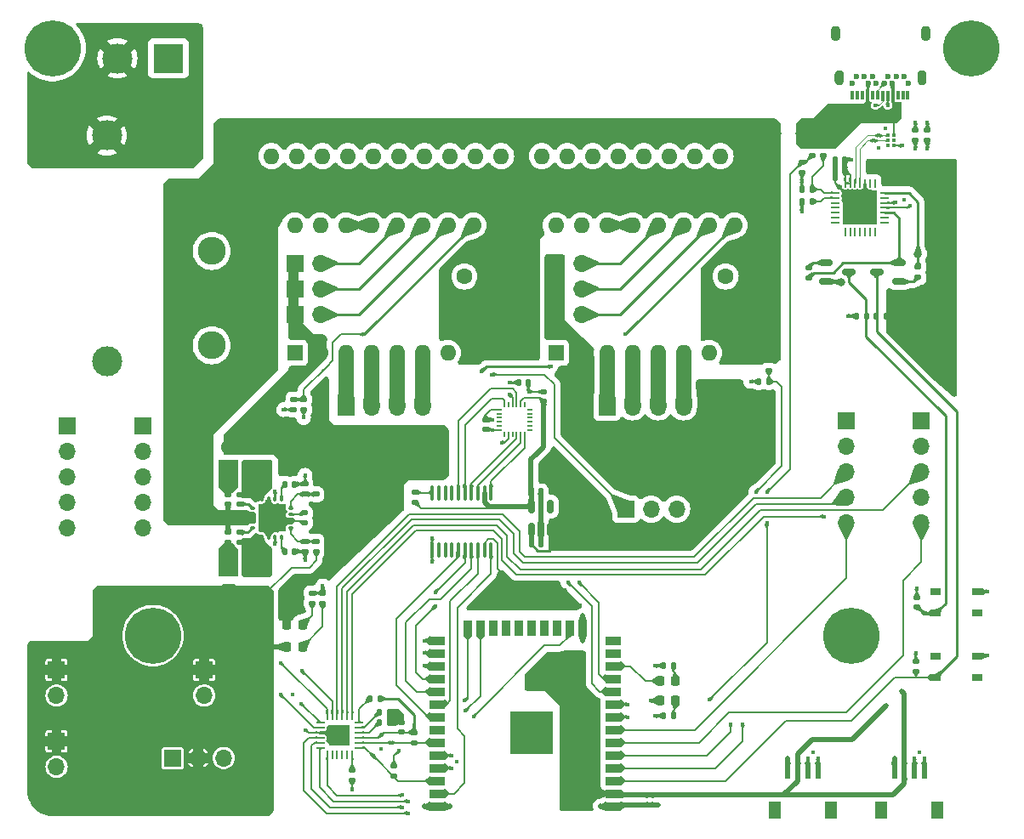
<source format=gbr>
%TF.GenerationSoftware,KiCad,Pcbnew,7.0.1*%
%TF.CreationDate,2023-06-08T02:49:51+01:00*%
%TF.ProjectId,DE10-lite_shield,44453130-2d6c-4697-9465-5f736869656c,rev?*%
%TF.SameCoordinates,Original*%
%TF.FileFunction,Copper,L1,Top*%
%TF.FilePolarity,Positive*%
%FSLAX46Y46*%
G04 Gerber Fmt 4.6, Leading zero omitted, Abs format (unit mm)*
G04 Created by KiCad (PCBNEW 7.0.1) date 2023-06-08 02:49:51*
%MOMM*%
%LPD*%
G01*
G04 APERTURE LIST*
G04 Aperture macros list*
%AMRoundRect*
0 Rectangle with rounded corners*
0 $1 Rounding radius*
0 $2 $3 $4 $5 $6 $7 $8 $9 X,Y pos of 4 corners*
0 Add a 4 corners polygon primitive as box body*
4,1,4,$2,$3,$4,$5,$6,$7,$8,$9,$2,$3,0*
0 Add four circle primitives for the rounded corners*
1,1,$1+$1,$2,$3*
1,1,$1+$1,$4,$5*
1,1,$1+$1,$6,$7*
1,1,$1+$1,$8,$9*
0 Add four rect primitives between the rounded corners*
20,1,$1+$1,$2,$3,$4,$5,0*
20,1,$1+$1,$4,$5,$6,$7,0*
20,1,$1+$1,$6,$7,$8,$9,0*
20,1,$1+$1,$8,$9,$2,$3,0*%
G04 Aperture macros list end*
%TA.AperFunction,EtchedComponent*%
%ADD10C,0.010000*%
%TD*%
%TA.AperFunction,ComponentPad*%
%ADD11R,1.700000X1.700000*%
%TD*%
%TA.AperFunction,ComponentPad*%
%ADD12O,1.700000X1.700000*%
%TD*%
%TA.AperFunction,SMDPad,CuDef*%
%ADD13RoundRect,0.140000X-0.170000X0.140000X-0.170000X-0.140000X0.170000X-0.140000X0.170000X0.140000X0*%
%TD*%
%TA.AperFunction,SMDPad,CuDef*%
%ADD14RoundRect,0.135000X-0.185000X0.135000X-0.185000X-0.135000X0.185000X-0.135000X0.185000X0.135000X0*%
%TD*%
%TA.AperFunction,SMDPad,CuDef*%
%ADD15RoundRect,0.140000X0.140000X0.170000X-0.140000X0.170000X-0.140000X-0.170000X0.140000X-0.170000X0*%
%TD*%
%TA.AperFunction,SMDPad,CuDef*%
%ADD16RoundRect,0.135000X0.185000X-0.135000X0.185000X0.135000X-0.185000X0.135000X-0.185000X-0.135000X0*%
%TD*%
%TA.AperFunction,SMDPad,CuDef*%
%ADD17RoundRect,0.150000X-0.512500X-0.150000X0.512500X-0.150000X0.512500X0.150000X-0.512500X0.150000X0*%
%TD*%
%TA.AperFunction,SMDPad,CuDef*%
%ADD18RoundRect,0.135000X0.135000X0.185000X-0.135000X0.185000X-0.135000X-0.185000X0.135000X-0.185000X0*%
%TD*%
%TA.AperFunction,SMDPad,CuDef*%
%ADD19RoundRect,0.218750X0.218750X0.256250X-0.218750X0.256250X-0.218750X-0.256250X0.218750X-0.256250X0*%
%TD*%
%TA.AperFunction,SMDPad,CuDef*%
%ADD20RoundRect,0.250000X0.475000X-0.250000X0.475000X0.250000X-0.475000X0.250000X-0.475000X-0.250000X0*%
%TD*%
%TA.AperFunction,ComponentPad*%
%ADD21R,1.600000X1.600000*%
%TD*%
%TA.AperFunction,ComponentPad*%
%ADD22O,1.600000X1.600000*%
%TD*%
%TA.AperFunction,SMDPad,CuDef*%
%ADD23R,0.300000X0.900000*%
%TD*%
%TA.AperFunction,ComponentPad*%
%ADD24C,0.600000*%
%TD*%
%TA.AperFunction,ComponentPad*%
%ADD25O,0.600000X1.200000*%
%TD*%
%TA.AperFunction,SMDPad,CuDef*%
%ADD26RoundRect,0.050000X0.225000X0.050000X-0.225000X0.050000X-0.225000X-0.050000X0.225000X-0.050000X0*%
%TD*%
%TA.AperFunction,SMDPad,CuDef*%
%ADD27RoundRect,0.050000X-0.050000X0.225000X-0.050000X-0.225000X0.050000X-0.225000X0.050000X0.225000X0*%
%TD*%
%TA.AperFunction,SMDPad,CuDef*%
%ADD28R,0.600000X1.750000*%
%TD*%
%TA.AperFunction,SMDPad,CuDef*%
%ADD29RoundRect,0.140000X-0.140000X-0.170000X0.140000X-0.170000X0.140000X0.170000X-0.140000X0.170000X0*%
%TD*%
%TA.AperFunction,SMDPad,CuDef*%
%ADD30RoundRect,0.140000X0.170000X-0.140000X0.170000X0.140000X-0.170000X0.140000X-0.170000X-0.140000X0*%
%TD*%
%TA.AperFunction,SMDPad,CuDef*%
%ADD31RoundRect,0.150000X0.150000X-0.512500X0.150000X0.512500X-0.150000X0.512500X-0.150000X-0.512500X0*%
%TD*%
%TA.AperFunction,SMDPad,CuDef*%
%ADD32RoundRect,0.250000X-0.475000X0.250000X-0.475000X-0.250000X0.475000X-0.250000X0.475000X0.250000X0*%
%TD*%
%TA.AperFunction,SMDPad,CuDef*%
%ADD33RoundRect,0.062500X-0.062500X0.337500X-0.062500X-0.337500X0.062500X-0.337500X0.062500X0.337500X0*%
%TD*%
%TA.AperFunction,SMDPad,CuDef*%
%ADD34RoundRect,0.062500X-0.337500X0.062500X-0.337500X-0.062500X0.337500X-0.062500X0.337500X0.062500X0*%
%TD*%
%TA.AperFunction,SMDPad,CuDef*%
%ADD35R,3.350000X3.350000*%
%TD*%
%TA.AperFunction,SMDPad,CuDef*%
%ADD36R,1.050000X0.650000*%
%TD*%
%TA.AperFunction,SMDPad,CuDef*%
%ADD37RoundRect,0.062500X-0.062500X0.375000X-0.062500X-0.375000X0.062500X-0.375000X0.062500X0.375000X0*%
%TD*%
%TA.AperFunction,SMDPad,CuDef*%
%ADD38RoundRect,0.062500X-0.375000X0.062500X-0.375000X-0.062500X0.375000X-0.062500X0.375000X0.062500X0*%
%TD*%
%TA.AperFunction,SMDPad,CuDef*%
%ADD39R,2.100000X2.100000*%
%TD*%
%TA.AperFunction,ComponentPad*%
%ADD40C,5.600000*%
%TD*%
%TA.AperFunction,SMDPad,CuDef*%
%ADD41RoundRect,0.100000X-0.100000X0.637500X-0.100000X-0.637500X0.100000X-0.637500X0.100000X0.637500X0*%
%TD*%
%TA.AperFunction,ComponentPad*%
%ADD42R,3.000000X3.000000*%
%TD*%
%TA.AperFunction,ComponentPad*%
%ADD43C,3.000000*%
%TD*%
%TA.AperFunction,SMDPad,CuDef*%
%ADD44RoundRect,0.012000X-0.163000X-0.088000X0.163000X-0.088000X0.163000X0.088000X-0.163000X0.088000X0*%
%TD*%
%TA.AperFunction,SMDPad,CuDef*%
%ADD45RoundRect,0.012000X-0.138000X-0.088000X0.138000X-0.088000X0.138000X0.088000X-0.138000X0.088000X0*%
%TD*%
%TA.AperFunction,SMDPad,CuDef*%
%ADD46RoundRect,0.012000X0.138000X0.088000X-0.138000X0.088000X-0.138000X-0.088000X0.138000X-0.088000X0*%
%TD*%
%TA.AperFunction,SMDPad,CuDef*%
%ADD47RoundRect,0.150000X0.512500X0.150000X-0.512500X0.150000X-0.512500X-0.150000X0.512500X-0.150000X0*%
%TD*%
%TA.AperFunction,SMDPad,CuDef*%
%ADD48R,0.600000X1.550000*%
%TD*%
%TA.AperFunction,SMDPad,CuDef*%
%ADD49R,1.200000X1.800000*%
%TD*%
%TA.AperFunction,SMDPad,CuDef*%
%ADD50RoundRect,0.135000X-0.135000X-0.185000X0.135000X-0.185000X0.135000X0.185000X-0.135000X0.185000X0*%
%TD*%
%TA.AperFunction,ComponentPad*%
%ADD51C,1.600000*%
%TD*%
%TA.AperFunction,SMDPad,CuDef*%
%ADD52O,0.599999X0.299999*%
%TD*%
%TA.AperFunction,SMDPad,CuDef*%
%ADD53O,0.299999X0.599999*%
%TD*%
%TA.AperFunction,ComponentPad*%
%ADD54C,0.499999*%
%TD*%
%TA.AperFunction,SMDPad,CuDef*%
%ADD55R,2.700000X2.700000*%
%TD*%
%TA.AperFunction,SMDPad,CuDef*%
%ADD56R,1.500000X0.900000*%
%TD*%
%TA.AperFunction,SMDPad,CuDef*%
%ADD57R,0.900000X1.500000*%
%TD*%
%TA.AperFunction,SMDPad,CuDef*%
%ADD58R,1.050000X1.050000*%
%TD*%
%TA.AperFunction,HeatsinkPad*%
%ADD59C,0.600000*%
%TD*%
%TA.AperFunction,SMDPad,CuDef*%
%ADD60R,4.200000X4.200000*%
%TD*%
%TA.AperFunction,ComponentPad*%
%ADD61C,2.781000*%
%TD*%
%TA.AperFunction,SMDPad,CuDef*%
%ADD62RoundRect,0.112500X-0.187500X-0.112500X0.187500X-0.112500X0.187500X0.112500X-0.187500X0.112500X0*%
%TD*%
%TA.AperFunction,ViaPad*%
%ADD63C,0.450000*%
%TD*%
%TA.AperFunction,ViaPad*%
%ADD64C,0.800000*%
%TD*%
%TA.AperFunction,Conductor*%
%ADD65C,0.500000*%
%TD*%
%TA.AperFunction,Conductor*%
%ADD66C,0.200000*%
%TD*%
%TA.AperFunction,Conductor*%
%ADD67C,0.250000*%
%TD*%
%TA.AperFunction,Conductor*%
%ADD68C,1.500000*%
%TD*%
%TA.AperFunction,Conductor*%
%ADD69C,0.100000*%
%TD*%
G04 APERTURE END LIST*
%TO.C,J4*%
D10*
X189911000Y-50801000D02*
X189932000Y-50802000D01*
X189953000Y-50805000D01*
X189973000Y-50809000D01*
X189994000Y-50814000D01*
X190014000Y-50820000D01*
X190033000Y-50827000D01*
X190053000Y-50835000D01*
X190072000Y-50844000D01*
X190090000Y-50854000D01*
X190108000Y-50865000D01*
X190125000Y-50876000D01*
X190142000Y-50889000D01*
X190158000Y-50903000D01*
X190173000Y-50917000D01*
X190187000Y-50932000D01*
X190201000Y-50948000D01*
X190214000Y-50965000D01*
X190225000Y-50982000D01*
X190236000Y-51000000D01*
X190246000Y-51018000D01*
X190255000Y-51037000D01*
X190263000Y-51057000D01*
X190270000Y-51076000D01*
X190276000Y-51096000D01*
X190281000Y-51117000D01*
X190285000Y-51137000D01*
X190288000Y-51158000D01*
X190289000Y-51179000D01*
X190290000Y-51200000D01*
X190290000Y-51800000D01*
X190289000Y-51821000D01*
X190288000Y-51842000D01*
X190285000Y-51863000D01*
X190281000Y-51883000D01*
X190276000Y-51904000D01*
X190270000Y-51924000D01*
X190263000Y-51943000D01*
X190255000Y-51963000D01*
X190246000Y-51982000D01*
X190236000Y-52000000D01*
X190225000Y-52018000D01*
X190214000Y-52035000D01*
X190201000Y-52052000D01*
X190187000Y-52068000D01*
X190173000Y-52083000D01*
X190158000Y-52097000D01*
X190142000Y-52111000D01*
X190125000Y-52124000D01*
X190108000Y-52135000D01*
X190090000Y-52146000D01*
X190072000Y-52156000D01*
X190053000Y-52165000D01*
X190033000Y-52173000D01*
X190014000Y-52180000D01*
X189994000Y-52186000D01*
X189973000Y-52191000D01*
X189953000Y-52195000D01*
X189932000Y-52198000D01*
X189911000Y-52199000D01*
X189890000Y-52200000D01*
X189869000Y-52199000D01*
X189848000Y-52198000D01*
X189827000Y-52195000D01*
X189807000Y-52191000D01*
X189786000Y-52186000D01*
X189766000Y-52180000D01*
X189747000Y-52173000D01*
X189727000Y-52165000D01*
X189708000Y-52156000D01*
X189690000Y-52146000D01*
X189672000Y-52135000D01*
X189655000Y-52124000D01*
X189638000Y-52111000D01*
X189622000Y-52097000D01*
X189607000Y-52083000D01*
X189593000Y-52068000D01*
X189579000Y-52052000D01*
X189566000Y-52035000D01*
X189555000Y-52018000D01*
X189544000Y-52000000D01*
X189534000Y-51982000D01*
X189525000Y-51963000D01*
X189517000Y-51943000D01*
X189510000Y-51924000D01*
X189504000Y-51904000D01*
X189499000Y-51883000D01*
X189495000Y-51863000D01*
X189492000Y-51842000D01*
X189491000Y-51821000D01*
X189490000Y-51800000D01*
X189490000Y-51200000D01*
X189491000Y-51179000D01*
X189492000Y-51158000D01*
X189495000Y-51137000D01*
X189499000Y-51117000D01*
X189504000Y-51096000D01*
X189510000Y-51076000D01*
X189517000Y-51057000D01*
X189525000Y-51037000D01*
X189534000Y-51018000D01*
X189544000Y-51000000D01*
X189555000Y-50982000D01*
X189566000Y-50965000D01*
X189579000Y-50948000D01*
X189593000Y-50932000D01*
X189607000Y-50917000D01*
X189622000Y-50903000D01*
X189638000Y-50889000D01*
X189655000Y-50876000D01*
X189672000Y-50865000D01*
X189690000Y-50854000D01*
X189708000Y-50844000D01*
X189727000Y-50835000D01*
X189747000Y-50827000D01*
X189766000Y-50820000D01*
X189786000Y-50814000D01*
X189807000Y-50809000D01*
X189827000Y-50805000D01*
X189848000Y-50802000D01*
X189869000Y-50801000D01*
X189890000Y-50800000D01*
X189911000Y-50801000D01*
%TA.AperFunction,EtchedComponent*%
G36*
X189911000Y-50801000D02*
G01*
X189932000Y-50802000D01*
X189953000Y-50805000D01*
X189973000Y-50809000D01*
X189994000Y-50814000D01*
X190014000Y-50820000D01*
X190033000Y-50827000D01*
X190053000Y-50835000D01*
X190072000Y-50844000D01*
X190090000Y-50854000D01*
X190108000Y-50865000D01*
X190125000Y-50876000D01*
X190142000Y-50889000D01*
X190158000Y-50903000D01*
X190173000Y-50917000D01*
X190187000Y-50932000D01*
X190201000Y-50948000D01*
X190214000Y-50965000D01*
X190225000Y-50982000D01*
X190236000Y-51000000D01*
X190246000Y-51018000D01*
X190255000Y-51037000D01*
X190263000Y-51057000D01*
X190270000Y-51076000D01*
X190276000Y-51096000D01*
X190281000Y-51117000D01*
X190285000Y-51137000D01*
X190288000Y-51158000D01*
X190289000Y-51179000D01*
X190290000Y-51200000D01*
X190290000Y-51800000D01*
X190289000Y-51821000D01*
X190288000Y-51842000D01*
X190285000Y-51863000D01*
X190281000Y-51883000D01*
X190276000Y-51904000D01*
X190270000Y-51924000D01*
X190263000Y-51943000D01*
X190255000Y-51963000D01*
X190246000Y-51982000D01*
X190236000Y-52000000D01*
X190225000Y-52018000D01*
X190214000Y-52035000D01*
X190201000Y-52052000D01*
X190187000Y-52068000D01*
X190173000Y-52083000D01*
X190158000Y-52097000D01*
X190142000Y-52111000D01*
X190125000Y-52124000D01*
X190108000Y-52135000D01*
X190090000Y-52146000D01*
X190072000Y-52156000D01*
X190053000Y-52165000D01*
X190033000Y-52173000D01*
X190014000Y-52180000D01*
X189994000Y-52186000D01*
X189973000Y-52191000D01*
X189953000Y-52195000D01*
X189932000Y-52198000D01*
X189911000Y-52199000D01*
X189890000Y-52200000D01*
X189869000Y-52199000D01*
X189848000Y-52198000D01*
X189827000Y-52195000D01*
X189807000Y-52191000D01*
X189786000Y-52186000D01*
X189766000Y-52180000D01*
X189747000Y-52173000D01*
X189727000Y-52165000D01*
X189708000Y-52156000D01*
X189690000Y-52146000D01*
X189672000Y-52135000D01*
X189655000Y-52124000D01*
X189638000Y-52111000D01*
X189622000Y-52097000D01*
X189607000Y-52083000D01*
X189593000Y-52068000D01*
X189579000Y-52052000D01*
X189566000Y-52035000D01*
X189555000Y-52018000D01*
X189544000Y-52000000D01*
X189534000Y-51982000D01*
X189525000Y-51963000D01*
X189517000Y-51943000D01*
X189510000Y-51924000D01*
X189504000Y-51904000D01*
X189499000Y-51883000D01*
X189495000Y-51863000D01*
X189492000Y-51842000D01*
X189491000Y-51821000D01*
X189490000Y-51800000D01*
X189490000Y-51200000D01*
X189491000Y-51179000D01*
X189492000Y-51158000D01*
X189495000Y-51137000D01*
X189499000Y-51117000D01*
X189504000Y-51096000D01*
X189510000Y-51076000D01*
X189517000Y-51057000D01*
X189525000Y-51037000D01*
X189534000Y-51018000D01*
X189544000Y-51000000D01*
X189555000Y-50982000D01*
X189566000Y-50965000D01*
X189579000Y-50948000D01*
X189593000Y-50932000D01*
X189607000Y-50917000D01*
X189622000Y-50903000D01*
X189638000Y-50889000D01*
X189655000Y-50876000D01*
X189672000Y-50865000D01*
X189690000Y-50854000D01*
X189708000Y-50844000D01*
X189727000Y-50835000D01*
X189747000Y-50827000D01*
X189766000Y-50820000D01*
X189786000Y-50814000D01*
X189807000Y-50809000D01*
X189827000Y-50805000D01*
X189848000Y-50802000D01*
X189869000Y-50801000D01*
X189890000Y-50800000D01*
X189911000Y-50801000D01*
G37*
%TD.AperFunction*%
X189551000Y-55201000D02*
X189572000Y-55202000D01*
X189593000Y-55205000D01*
X189613000Y-55209000D01*
X189634000Y-55214000D01*
X189654000Y-55220000D01*
X189673000Y-55227000D01*
X189693000Y-55235000D01*
X189712000Y-55244000D01*
X189730000Y-55254000D01*
X189748000Y-55265000D01*
X189765000Y-55276000D01*
X189782000Y-55289000D01*
X189798000Y-55303000D01*
X189813000Y-55317000D01*
X189827000Y-55332000D01*
X189841000Y-55348000D01*
X189854000Y-55365000D01*
X189865000Y-55382000D01*
X189876000Y-55400000D01*
X189886000Y-55418000D01*
X189895000Y-55437000D01*
X189903000Y-55457000D01*
X189910000Y-55476000D01*
X189916000Y-55496000D01*
X189921000Y-55517000D01*
X189925000Y-55537000D01*
X189928000Y-55558000D01*
X189929000Y-55579000D01*
X189930000Y-55600000D01*
X189930000Y-56200000D01*
X189929000Y-56221000D01*
X189928000Y-56242000D01*
X189925000Y-56263000D01*
X189921000Y-56283000D01*
X189916000Y-56304000D01*
X189910000Y-56324000D01*
X189903000Y-56343000D01*
X189895000Y-56363000D01*
X189886000Y-56382000D01*
X189876000Y-56400000D01*
X189865000Y-56418000D01*
X189854000Y-56435000D01*
X189841000Y-56452000D01*
X189827000Y-56468000D01*
X189813000Y-56483000D01*
X189798000Y-56497000D01*
X189782000Y-56511000D01*
X189765000Y-56524000D01*
X189748000Y-56535000D01*
X189730000Y-56546000D01*
X189712000Y-56556000D01*
X189693000Y-56565000D01*
X189673000Y-56573000D01*
X189654000Y-56580000D01*
X189634000Y-56586000D01*
X189613000Y-56591000D01*
X189593000Y-56595000D01*
X189572000Y-56598000D01*
X189551000Y-56599000D01*
X189530000Y-56600000D01*
X189509000Y-56599000D01*
X189488000Y-56598000D01*
X189467000Y-56595000D01*
X189447000Y-56591000D01*
X189426000Y-56586000D01*
X189406000Y-56580000D01*
X189387000Y-56573000D01*
X189367000Y-56565000D01*
X189348000Y-56556000D01*
X189330000Y-56546000D01*
X189312000Y-56535000D01*
X189295000Y-56524000D01*
X189278000Y-56511000D01*
X189262000Y-56497000D01*
X189247000Y-56483000D01*
X189233000Y-56468000D01*
X189219000Y-56452000D01*
X189206000Y-56435000D01*
X189195000Y-56418000D01*
X189184000Y-56400000D01*
X189174000Y-56382000D01*
X189165000Y-56363000D01*
X189157000Y-56343000D01*
X189150000Y-56324000D01*
X189144000Y-56304000D01*
X189139000Y-56283000D01*
X189135000Y-56263000D01*
X189132000Y-56242000D01*
X189131000Y-56221000D01*
X189130000Y-56200000D01*
X189130000Y-55600000D01*
X189131000Y-55579000D01*
X189132000Y-55558000D01*
X189135000Y-55537000D01*
X189139000Y-55517000D01*
X189144000Y-55496000D01*
X189150000Y-55476000D01*
X189157000Y-55457000D01*
X189165000Y-55437000D01*
X189174000Y-55418000D01*
X189184000Y-55400000D01*
X189195000Y-55382000D01*
X189206000Y-55365000D01*
X189219000Y-55348000D01*
X189233000Y-55332000D01*
X189247000Y-55317000D01*
X189262000Y-55303000D01*
X189278000Y-55289000D01*
X189295000Y-55276000D01*
X189312000Y-55265000D01*
X189330000Y-55254000D01*
X189348000Y-55244000D01*
X189367000Y-55235000D01*
X189387000Y-55227000D01*
X189406000Y-55220000D01*
X189426000Y-55214000D01*
X189447000Y-55209000D01*
X189467000Y-55205000D01*
X189488000Y-55202000D01*
X189509000Y-55201000D01*
X189530000Y-55200000D01*
X189551000Y-55201000D01*
%TA.AperFunction,EtchedComponent*%
G36*
X189551000Y-55201000D02*
G01*
X189572000Y-55202000D01*
X189593000Y-55205000D01*
X189613000Y-55209000D01*
X189634000Y-55214000D01*
X189654000Y-55220000D01*
X189673000Y-55227000D01*
X189693000Y-55235000D01*
X189712000Y-55244000D01*
X189730000Y-55254000D01*
X189748000Y-55265000D01*
X189765000Y-55276000D01*
X189782000Y-55289000D01*
X189798000Y-55303000D01*
X189813000Y-55317000D01*
X189827000Y-55332000D01*
X189841000Y-55348000D01*
X189854000Y-55365000D01*
X189865000Y-55382000D01*
X189876000Y-55400000D01*
X189886000Y-55418000D01*
X189895000Y-55437000D01*
X189903000Y-55457000D01*
X189910000Y-55476000D01*
X189916000Y-55496000D01*
X189921000Y-55517000D01*
X189925000Y-55537000D01*
X189928000Y-55558000D01*
X189929000Y-55579000D01*
X189930000Y-55600000D01*
X189930000Y-56200000D01*
X189929000Y-56221000D01*
X189928000Y-56242000D01*
X189925000Y-56263000D01*
X189921000Y-56283000D01*
X189916000Y-56304000D01*
X189910000Y-56324000D01*
X189903000Y-56343000D01*
X189895000Y-56363000D01*
X189886000Y-56382000D01*
X189876000Y-56400000D01*
X189865000Y-56418000D01*
X189854000Y-56435000D01*
X189841000Y-56452000D01*
X189827000Y-56468000D01*
X189813000Y-56483000D01*
X189798000Y-56497000D01*
X189782000Y-56511000D01*
X189765000Y-56524000D01*
X189748000Y-56535000D01*
X189730000Y-56546000D01*
X189712000Y-56556000D01*
X189693000Y-56565000D01*
X189673000Y-56573000D01*
X189654000Y-56580000D01*
X189634000Y-56586000D01*
X189613000Y-56591000D01*
X189593000Y-56595000D01*
X189572000Y-56598000D01*
X189551000Y-56599000D01*
X189530000Y-56600000D01*
X189509000Y-56599000D01*
X189488000Y-56598000D01*
X189467000Y-56595000D01*
X189447000Y-56591000D01*
X189426000Y-56586000D01*
X189406000Y-56580000D01*
X189387000Y-56573000D01*
X189367000Y-56565000D01*
X189348000Y-56556000D01*
X189330000Y-56546000D01*
X189312000Y-56535000D01*
X189295000Y-56524000D01*
X189278000Y-56511000D01*
X189262000Y-56497000D01*
X189247000Y-56483000D01*
X189233000Y-56468000D01*
X189219000Y-56452000D01*
X189206000Y-56435000D01*
X189195000Y-56418000D01*
X189184000Y-56400000D01*
X189174000Y-56382000D01*
X189165000Y-56363000D01*
X189157000Y-56343000D01*
X189150000Y-56324000D01*
X189144000Y-56304000D01*
X189139000Y-56283000D01*
X189135000Y-56263000D01*
X189132000Y-56242000D01*
X189131000Y-56221000D01*
X189130000Y-56200000D01*
X189130000Y-55600000D01*
X189131000Y-55579000D01*
X189132000Y-55558000D01*
X189135000Y-55537000D01*
X189139000Y-55517000D01*
X189144000Y-55496000D01*
X189150000Y-55476000D01*
X189157000Y-55457000D01*
X189165000Y-55437000D01*
X189174000Y-55418000D01*
X189184000Y-55400000D01*
X189195000Y-55382000D01*
X189206000Y-55365000D01*
X189219000Y-55348000D01*
X189233000Y-55332000D01*
X189247000Y-55317000D01*
X189262000Y-55303000D01*
X189278000Y-55289000D01*
X189295000Y-55276000D01*
X189312000Y-55265000D01*
X189330000Y-55254000D01*
X189348000Y-55244000D01*
X189367000Y-55235000D01*
X189387000Y-55227000D01*
X189406000Y-55220000D01*
X189426000Y-55214000D01*
X189447000Y-55209000D01*
X189467000Y-55205000D01*
X189488000Y-55202000D01*
X189509000Y-55201000D01*
X189530000Y-55200000D01*
X189551000Y-55201000D01*
G37*
%TD.AperFunction*%
X181291000Y-55201000D02*
X181312000Y-55202000D01*
X181333000Y-55205000D01*
X181353000Y-55209000D01*
X181374000Y-55214000D01*
X181394000Y-55220000D01*
X181413000Y-55227000D01*
X181433000Y-55235000D01*
X181452000Y-55244000D01*
X181470000Y-55254000D01*
X181488000Y-55265000D01*
X181505000Y-55276000D01*
X181522000Y-55289000D01*
X181538000Y-55303000D01*
X181553000Y-55317000D01*
X181567000Y-55332000D01*
X181581000Y-55348000D01*
X181594000Y-55365000D01*
X181605000Y-55382000D01*
X181616000Y-55400000D01*
X181626000Y-55418000D01*
X181635000Y-55437000D01*
X181643000Y-55457000D01*
X181650000Y-55476000D01*
X181656000Y-55496000D01*
X181661000Y-55517000D01*
X181665000Y-55537000D01*
X181668000Y-55558000D01*
X181669000Y-55579000D01*
X181670000Y-55600000D01*
X181670000Y-56200000D01*
X181669000Y-56221000D01*
X181668000Y-56242000D01*
X181665000Y-56263000D01*
X181661000Y-56283000D01*
X181656000Y-56304000D01*
X181650000Y-56324000D01*
X181643000Y-56343000D01*
X181635000Y-56363000D01*
X181626000Y-56382000D01*
X181616000Y-56400000D01*
X181605000Y-56418000D01*
X181594000Y-56435000D01*
X181581000Y-56452000D01*
X181567000Y-56468000D01*
X181553000Y-56483000D01*
X181538000Y-56497000D01*
X181522000Y-56511000D01*
X181505000Y-56524000D01*
X181488000Y-56535000D01*
X181470000Y-56546000D01*
X181452000Y-56556000D01*
X181433000Y-56565000D01*
X181413000Y-56573000D01*
X181394000Y-56580000D01*
X181374000Y-56586000D01*
X181353000Y-56591000D01*
X181333000Y-56595000D01*
X181312000Y-56598000D01*
X181291000Y-56599000D01*
X181270000Y-56600000D01*
X181249000Y-56599000D01*
X181228000Y-56598000D01*
X181207000Y-56595000D01*
X181187000Y-56591000D01*
X181166000Y-56586000D01*
X181146000Y-56580000D01*
X181127000Y-56573000D01*
X181107000Y-56565000D01*
X181088000Y-56556000D01*
X181070000Y-56546000D01*
X181052000Y-56535000D01*
X181035000Y-56524000D01*
X181018000Y-56511000D01*
X181002000Y-56497000D01*
X180987000Y-56483000D01*
X180973000Y-56468000D01*
X180959000Y-56452000D01*
X180946000Y-56435000D01*
X180935000Y-56418000D01*
X180924000Y-56400000D01*
X180914000Y-56382000D01*
X180905000Y-56363000D01*
X180897000Y-56343000D01*
X180890000Y-56324000D01*
X180884000Y-56304000D01*
X180879000Y-56283000D01*
X180875000Y-56263000D01*
X180872000Y-56242000D01*
X180871000Y-56221000D01*
X180870000Y-56200000D01*
X180870000Y-55600000D01*
X180871000Y-55579000D01*
X180872000Y-55558000D01*
X180875000Y-55537000D01*
X180879000Y-55517000D01*
X180884000Y-55496000D01*
X180890000Y-55476000D01*
X180897000Y-55457000D01*
X180905000Y-55437000D01*
X180914000Y-55418000D01*
X180924000Y-55400000D01*
X180935000Y-55382000D01*
X180946000Y-55365000D01*
X180959000Y-55348000D01*
X180973000Y-55332000D01*
X180987000Y-55317000D01*
X181002000Y-55303000D01*
X181018000Y-55289000D01*
X181035000Y-55276000D01*
X181052000Y-55265000D01*
X181070000Y-55254000D01*
X181088000Y-55244000D01*
X181107000Y-55235000D01*
X181127000Y-55227000D01*
X181146000Y-55220000D01*
X181166000Y-55214000D01*
X181187000Y-55209000D01*
X181207000Y-55205000D01*
X181228000Y-55202000D01*
X181249000Y-55201000D01*
X181270000Y-55200000D01*
X181291000Y-55201000D01*
%TA.AperFunction,EtchedComponent*%
G36*
X181291000Y-55201000D02*
G01*
X181312000Y-55202000D01*
X181333000Y-55205000D01*
X181353000Y-55209000D01*
X181374000Y-55214000D01*
X181394000Y-55220000D01*
X181413000Y-55227000D01*
X181433000Y-55235000D01*
X181452000Y-55244000D01*
X181470000Y-55254000D01*
X181488000Y-55265000D01*
X181505000Y-55276000D01*
X181522000Y-55289000D01*
X181538000Y-55303000D01*
X181553000Y-55317000D01*
X181567000Y-55332000D01*
X181581000Y-55348000D01*
X181594000Y-55365000D01*
X181605000Y-55382000D01*
X181616000Y-55400000D01*
X181626000Y-55418000D01*
X181635000Y-55437000D01*
X181643000Y-55457000D01*
X181650000Y-55476000D01*
X181656000Y-55496000D01*
X181661000Y-55517000D01*
X181665000Y-55537000D01*
X181668000Y-55558000D01*
X181669000Y-55579000D01*
X181670000Y-55600000D01*
X181670000Y-56200000D01*
X181669000Y-56221000D01*
X181668000Y-56242000D01*
X181665000Y-56263000D01*
X181661000Y-56283000D01*
X181656000Y-56304000D01*
X181650000Y-56324000D01*
X181643000Y-56343000D01*
X181635000Y-56363000D01*
X181626000Y-56382000D01*
X181616000Y-56400000D01*
X181605000Y-56418000D01*
X181594000Y-56435000D01*
X181581000Y-56452000D01*
X181567000Y-56468000D01*
X181553000Y-56483000D01*
X181538000Y-56497000D01*
X181522000Y-56511000D01*
X181505000Y-56524000D01*
X181488000Y-56535000D01*
X181470000Y-56546000D01*
X181452000Y-56556000D01*
X181433000Y-56565000D01*
X181413000Y-56573000D01*
X181394000Y-56580000D01*
X181374000Y-56586000D01*
X181353000Y-56591000D01*
X181333000Y-56595000D01*
X181312000Y-56598000D01*
X181291000Y-56599000D01*
X181270000Y-56600000D01*
X181249000Y-56599000D01*
X181228000Y-56598000D01*
X181207000Y-56595000D01*
X181187000Y-56591000D01*
X181166000Y-56586000D01*
X181146000Y-56580000D01*
X181127000Y-56573000D01*
X181107000Y-56565000D01*
X181088000Y-56556000D01*
X181070000Y-56546000D01*
X181052000Y-56535000D01*
X181035000Y-56524000D01*
X181018000Y-56511000D01*
X181002000Y-56497000D01*
X180987000Y-56483000D01*
X180973000Y-56468000D01*
X180959000Y-56452000D01*
X180946000Y-56435000D01*
X180935000Y-56418000D01*
X180924000Y-56400000D01*
X180914000Y-56382000D01*
X180905000Y-56363000D01*
X180897000Y-56343000D01*
X180890000Y-56324000D01*
X180884000Y-56304000D01*
X180879000Y-56283000D01*
X180875000Y-56263000D01*
X180872000Y-56242000D01*
X180871000Y-56221000D01*
X180870000Y-56200000D01*
X180870000Y-55600000D01*
X180871000Y-55579000D01*
X180872000Y-55558000D01*
X180875000Y-55537000D01*
X180879000Y-55517000D01*
X180884000Y-55496000D01*
X180890000Y-55476000D01*
X180897000Y-55457000D01*
X180905000Y-55437000D01*
X180914000Y-55418000D01*
X180924000Y-55400000D01*
X180935000Y-55382000D01*
X180946000Y-55365000D01*
X180959000Y-55348000D01*
X180973000Y-55332000D01*
X180987000Y-55317000D01*
X181002000Y-55303000D01*
X181018000Y-55289000D01*
X181035000Y-55276000D01*
X181052000Y-55265000D01*
X181070000Y-55254000D01*
X181088000Y-55244000D01*
X181107000Y-55235000D01*
X181127000Y-55227000D01*
X181146000Y-55220000D01*
X181166000Y-55214000D01*
X181187000Y-55209000D01*
X181207000Y-55205000D01*
X181228000Y-55202000D01*
X181249000Y-55201000D01*
X181270000Y-55200000D01*
X181291000Y-55201000D01*
G37*
%TD.AperFunction*%
X180931000Y-50801000D02*
X180952000Y-50802000D01*
X180973000Y-50805000D01*
X180993000Y-50809000D01*
X181014000Y-50814000D01*
X181034000Y-50820000D01*
X181053000Y-50827000D01*
X181073000Y-50835000D01*
X181092000Y-50844000D01*
X181110000Y-50854000D01*
X181128000Y-50865000D01*
X181145000Y-50876000D01*
X181162000Y-50889000D01*
X181178000Y-50903000D01*
X181193000Y-50917000D01*
X181207000Y-50932000D01*
X181221000Y-50948000D01*
X181234000Y-50965000D01*
X181245000Y-50982000D01*
X181256000Y-51000000D01*
X181266000Y-51018000D01*
X181275000Y-51037000D01*
X181283000Y-51057000D01*
X181290000Y-51076000D01*
X181296000Y-51096000D01*
X181301000Y-51117000D01*
X181305000Y-51137000D01*
X181308000Y-51158000D01*
X181309000Y-51179000D01*
X181310000Y-51200000D01*
X181310000Y-51800000D01*
X181309000Y-51821000D01*
X181308000Y-51842000D01*
X181305000Y-51863000D01*
X181301000Y-51883000D01*
X181296000Y-51904000D01*
X181290000Y-51924000D01*
X181283000Y-51943000D01*
X181275000Y-51963000D01*
X181266000Y-51982000D01*
X181256000Y-52000000D01*
X181245000Y-52018000D01*
X181234000Y-52035000D01*
X181221000Y-52052000D01*
X181207000Y-52068000D01*
X181193000Y-52083000D01*
X181178000Y-52097000D01*
X181162000Y-52111000D01*
X181145000Y-52124000D01*
X181128000Y-52135000D01*
X181110000Y-52146000D01*
X181092000Y-52156000D01*
X181073000Y-52165000D01*
X181053000Y-52173000D01*
X181034000Y-52180000D01*
X181014000Y-52186000D01*
X180993000Y-52191000D01*
X180973000Y-52195000D01*
X180952000Y-52198000D01*
X180931000Y-52199000D01*
X180910000Y-52200000D01*
X180889000Y-52199000D01*
X180868000Y-52198000D01*
X180847000Y-52195000D01*
X180827000Y-52191000D01*
X180806000Y-52186000D01*
X180786000Y-52180000D01*
X180767000Y-52173000D01*
X180747000Y-52165000D01*
X180728000Y-52156000D01*
X180710000Y-52146000D01*
X180692000Y-52135000D01*
X180675000Y-52124000D01*
X180658000Y-52111000D01*
X180642000Y-52097000D01*
X180627000Y-52083000D01*
X180613000Y-52068000D01*
X180599000Y-52052000D01*
X180586000Y-52035000D01*
X180575000Y-52018000D01*
X180564000Y-52000000D01*
X180554000Y-51982000D01*
X180545000Y-51963000D01*
X180537000Y-51943000D01*
X180530000Y-51924000D01*
X180524000Y-51904000D01*
X180519000Y-51883000D01*
X180515000Y-51863000D01*
X180512000Y-51842000D01*
X180511000Y-51821000D01*
X180510000Y-51800000D01*
X180510000Y-51200000D01*
X180511000Y-51179000D01*
X180512000Y-51158000D01*
X180515000Y-51137000D01*
X180519000Y-51117000D01*
X180524000Y-51096000D01*
X180530000Y-51076000D01*
X180537000Y-51057000D01*
X180545000Y-51037000D01*
X180554000Y-51018000D01*
X180564000Y-51000000D01*
X180575000Y-50982000D01*
X180586000Y-50965000D01*
X180599000Y-50948000D01*
X180613000Y-50932000D01*
X180627000Y-50917000D01*
X180642000Y-50903000D01*
X180658000Y-50889000D01*
X180675000Y-50876000D01*
X180692000Y-50865000D01*
X180710000Y-50854000D01*
X180728000Y-50844000D01*
X180747000Y-50835000D01*
X180767000Y-50827000D01*
X180786000Y-50820000D01*
X180806000Y-50814000D01*
X180827000Y-50809000D01*
X180847000Y-50805000D01*
X180868000Y-50802000D01*
X180889000Y-50801000D01*
X180910000Y-50800000D01*
X180931000Y-50801000D01*
%TA.AperFunction,EtchedComponent*%
G36*
X180931000Y-50801000D02*
G01*
X180952000Y-50802000D01*
X180973000Y-50805000D01*
X180993000Y-50809000D01*
X181014000Y-50814000D01*
X181034000Y-50820000D01*
X181053000Y-50827000D01*
X181073000Y-50835000D01*
X181092000Y-50844000D01*
X181110000Y-50854000D01*
X181128000Y-50865000D01*
X181145000Y-50876000D01*
X181162000Y-50889000D01*
X181178000Y-50903000D01*
X181193000Y-50917000D01*
X181207000Y-50932000D01*
X181221000Y-50948000D01*
X181234000Y-50965000D01*
X181245000Y-50982000D01*
X181256000Y-51000000D01*
X181266000Y-51018000D01*
X181275000Y-51037000D01*
X181283000Y-51057000D01*
X181290000Y-51076000D01*
X181296000Y-51096000D01*
X181301000Y-51117000D01*
X181305000Y-51137000D01*
X181308000Y-51158000D01*
X181309000Y-51179000D01*
X181310000Y-51200000D01*
X181310000Y-51800000D01*
X181309000Y-51821000D01*
X181308000Y-51842000D01*
X181305000Y-51863000D01*
X181301000Y-51883000D01*
X181296000Y-51904000D01*
X181290000Y-51924000D01*
X181283000Y-51943000D01*
X181275000Y-51963000D01*
X181266000Y-51982000D01*
X181256000Y-52000000D01*
X181245000Y-52018000D01*
X181234000Y-52035000D01*
X181221000Y-52052000D01*
X181207000Y-52068000D01*
X181193000Y-52083000D01*
X181178000Y-52097000D01*
X181162000Y-52111000D01*
X181145000Y-52124000D01*
X181128000Y-52135000D01*
X181110000Y-52146000D01*
X181092000Y-52156000D01*
X181073000Y-52165000D01*
X181053000Y-52173000D01*
X181034000Y-52180000D01*
X181014000Y-52186000D01*
X180993000Y-52191000D01*
X180973000Y-52195000D01*
X180952000Y-52198000D01*
X180931000Y-52199000D01*
X180910000Y-52200000D01*
X180889000Y-52199000D01*
X180868000Y-52198000D01*
X180847000Y-52195000D01*
X180827000Y-52191000D01*
X180806000Y-52186000D01*
X180786000Y-52180000D01*
X180767000Y-52173000D01*
X180747000Y-52165000D01*
X180728000Y-52156000D01*
X180710000Y-52146000D01*
X180692000Y-52135000D01*
X180675000Y-52124000D01*
X180658000Y-52111000D01*
X180642000Y-52097000D01*
X180627000Y-52083000D01*
X180613000Y-52068000D01*
X180599000Y-52052000D01*
X180586000Y-52035000D01*
X180575000Y-52018000D01*
X180564000Y-52000000D01*
X180554000Y-51982000D01*
X180545000Y-51963000D01*
X180537000Y-51943000D01*
X180530000Y-51924000D01*
X180524000Y-51904000D01*
X180519000Y-51883000D01*
X180515000Y-51863000D01*
X180512000Y-51842000D01*
X180511000Y-51821000D01*
X180510000Y-51800000D01*
X180510000Y-51200000D01*
X180511000Y-51179000D01*
X180512000Y-51158000D01*
X180515000Y-51137000D01*
X180519000Y-51117000D01*
X180524000Y-51096000D01*
X180530000Y-51076000D01*
X180537000Y-51057000D01*
X180545000Y-51037000D01*
X180554000Y-51018000D01*
X180564000Y-51000000D01*
X180575000Y-50982000D01*
X180586000Y-50965000D01*
X180599000Y-50948000D01*
X180613000Y-50932000D01*
X180627000Y-50917000D01*
X180642000Y-50903000D01*
X180658000Y-50889000D01*
X180675000Y-50876000D01*
X180692000Y-50865000D01*
X180710000Y-50854000D01*
X180728000Y-50844000D01*
X180747000Y-50835000D01*
X180767000Y-50827000D01*
X180786000Y-50820000D01*
X180806000Y-50814000D01*
X180827000Y-50809000D01*
X180847000Y-50805000D01*
X180868000Y-50802000D01*
X180889000Y-50801000D01*
X180910000Y-50800000D01*
X180931000Y-50801000D01*
G37*
%TD.AperFunction*%
%TD*%
D11*
%TO.P,JP2,1,A*%
%TO.N,+3V3*%
X153125000Y-76980000D03*
D12*
%TO.P,JP2,2,B*%
%TO.N,/MOTOR2_MS2*%
X155665000Y-76980000D03*
%TD*%
D13*
%TO.P,C5,1*%
%TO.N,/VREG5*%
X128100000Y-99295000D03*
%TO.P,C5,2*%
%TO.N,GND*%
X128100000Y-100255000D03*
%TD*%
D11*
%TO.P,J8,1,Pin_1*%
%TO.N,+3V3*%
X104500000Y-90585000D03*
D12*
%TO.P,J8,2,Pin_2*%
%TO.N,GND*%
X104500000Y-93125000D03*
%TO.P,J8,3,Pin_3*%
%TO.N,SCL3*%
X104500000Y-95665000D03*
%TO.P,J8,4,Pin_4*%
%TO.N,SDA3*%
X104500000Y-98205000D03*
%TO.P,J8,5,Pin_5*%
%TO.N,I2C3_INT*%
X104500000Y-100745000D03*
%TD*%
D14*
%TO.P,R2,1*%
%TO.N,/VFB1*%
X128150002Y-102112183D03*
%TO.P,R2,2*%
%TO.N,GND*%
X128150002Y-103132183D03*
%TD*%
D15*
%TO.P,C11,1*%
%TO.N,GND*%
X127105001Y-96422182D03*
%TO.P,C11,2*%
%TO.N,/SS2*%
X126145001Y-96422182D03*
%TD*%
D13*
%TO.P,C3,1*%
%TO.N,/VBST1*%
X121650002Y-101242183D03*
%TO.P,C3,2*%
%TO.N,/SW1*%
X121650002Y-102202183D03*
%TD*%
D16*
%TO.P,R4,1*%
%TO.N,/VFB2*%
X128150002Y-97432183D03*
%TO.P,R4,2*%
%TO.N,GND*%
X128150002Y-96412183D03*
%TD*%
D17*
%TO.P,Q2,1,E*%
%TO.N,DTR*%
X180025000Y-76250000D03*
%TO.P,Q2,2,B*%
%TO.N,/RTS_B*%
X180025000Y-74350000D03*
%TO.P,Q2,3,C*%
%TO.N,IO0*%
X182300000Y-75300000D03*
%TD*%
D15*
%TO.P,C13,1*%
%TO.N,+3V3*%
X181880000Y-64100000D03*
%TO.P,C13,2*%
%TO.N,GND*%
X180920000Y-64100000D03*
%TD*%
D14*
%TO.P,R21,1*%
%TO.N,VBUS*%
X178600000Y-62690000D03*
%TO.P,R21,2*%
%TO.N,VBUS{slash}2*%
X178600000Y-63710000D03*
%TD*%
D18*
%TO.P,R9,1*%
%TO.N,/USB_RST*%
X178610000Y-68250000D03*
%TO.P,R9,2*%
%TO.N,+3V3*%
X177590000Y-68250000D03*
%TD*%
D14*
%TO.P,R31,1*%
%TO.N,MOTOR_EN*%
X128000000Y-87990000D03*
%TO.P,R31,2*%
%TO.N,GND*%
X128000000Y-89010000D03*
%TD*%
D19*
%TO.P,D3,1,K*%
%TO.N,/LED_3V3*%
X127887500Y-110400000D03*
%TO.P,D3,2,A*%
%TO.N,+3V3*%
X126312500Y-110400000D03*
%TD*%
D13*
%TO.P,C22,1*%
%TO.N,+3V3*%
X160375000Y-127395000D03*
%TO.P,C22,2*%
%TO.N,GND*%
X160375000Y-128355000D03*
%TD*%
D16*
%TO.P,R1,1*%
%TO.N,+5V*%
X129250002Y-103132183D03*
%TO.P,R1,2*%
%TO.N,/VFB1*%
X129250002Y-102112183D03*
%TD*%
D20*
%TO.P,C7,1*%
%TO.N,+5V*%
X120550002Y-106872184D03*
%TO.P,C7,2*%
%TO.N,GND*%
X120550002Y-104972184D03*
%TD*%
D11*
%TO.P,JP6,1,A*%
%TO.N,+3V3*%
X127125000Y-74430000D03*
D12*
%TO.P,JP6,2,B*%
%TO.N,/MOTOR1_MS3*%
X129665000Y-74430000D03*
%TD*%
D16*
%TO.P,R12,1*%
%TO.N,GND*%
X132825000Y-125910000D03*
%TO.P,R12,2*%
%TO.N,/TCA_A2*%
X132825000Y-124890000D03*
%TD*%
D21*
%TO.P,A3,1,GND*%
%TO.N,GND*%
X153110000Y-83340000D03*
D22*
%TO.P,A3,2,VDD*%
%TO.N,+3V3*%
X155650000Y-83340000D03*
%TO.P,A3,3,1B*%
%TO.N,/MOTOR2_1B*%
X158190000Y-83340000D03*
%TO.P,A3,4,1A*%
%TO.N,/MOTOR2_1A*%
X160730000Y-83340000D03*
%TO.P,A3,5,2A*%
%TO.N,/MOTOR2_2A*%
X163270000Y-83340000D03*
%TO.P,A3,6,2B*%
%TO.N,/MOTOR2_2B*%
X165810000Y-83340000D03*
%TO.P,A3,7,GND*%
%TO.N,GND*%
X168350000Y-83340000D03*
%TO.P,A3,8,VMOT*%
%TO.N,+BATT*%
X170890000Y-83340000D03*
%TO.P,A3,9,~{ENABLE}*%
%TO.N,MOTOR_EN*%
X170890000Y-70640000D03*
%TO.P,A3,10,MS1*%
%TO.N,/MOTOR2_MS1*%
X168350000Y-70640000D03*
%TO.P,A3,11,MS2*%
%TO.N,/MOTOR2_MS2*%
X165810000Y-70640000D03*
%TO.P,A3,12,MS3*%
%TO.N,/MOTOR2_MS3*%
X163270000Y-70640000D03*
%TO.P,A3,13,~{RESET}*%
%TO.N,/MOTOR2_RST*%
X160730000Y-70640000D03*
%TO.P,A3,14,~{SLEEP}*%
X158190000Y-70640000D03*
%TO.P,A3,15,STEP*%
%TO.N,MOTOR2_STEP_IN*%
X155650000Y-70640000D03*
%TO.P,A3,16,DIR*%
%TO.N,MOTOR2_DIR*%
X153110000Y-70640000D03*
%TD*%
D11*
%TO.P,JP4,1,A*%
%TO.N,+3V3*%
X127125000Y-79530000D03*
D12*
%TO.P,JP4,2,B*%
%TO.N,/MOTOR1_MS1*%
X129665000Y-79530000D03*
%TD*%
D23*
%TO.P,J4,A1,GND*%
%TO.N,GND*%
X188150000Y-57700000D03*
%TO.P,J4,A2,TX1+*%
%TO.N,unconnected-(J4-TX1+-PadA2)*%
X187650000Y-57700000D03*
%TO.P,J4,A3,TX1-*%
%TO.N,unconnected-(J4-TX1--PadA3)*%
X187150000Y-57700000D03*
%TO.P,J4,A4,VBUS*%
%TO.N,VBUS*%
X186650000Y-57700000D03*
%TO.P,J4,A5,CC1*%
%TO.N,/CC1*%
X186150000Y-57700000D03*
%TO.P,J4,A6,D+*%
%TO.N,/DP*%
X185650000Y-57700000D03*
%TO.P,J4,A7,D-*%
%TO.N,/DN*%
X185150000Y-57700000D03*
%TO.P,J4,A8,SBU1*%
%TO.N,unconnected-(J4-SBU1-PadA8)*%
X184650000Y-57700000D03*
%TO.P,J4,A9,VBUS*%
%TO.N,VBUS*%
X184150000Y-57700000D03*
%TO.P,J4,A10,RX2-*%
%TO.N,unconnected-(J4-RX2--PadA10)*%
X183650000Y-57700000D03*
%TO.P,J4,A11,RX2+*%
%TO.N,unconnected-(J4-RX2+-PadA11)*%
X183150000Y-57700000D03*
%TO.P,J4,A12,GND*%
%TO.N,GND*%
X182650000Y-57700000D03*
D24*
%TO.P,J4,B1,GND*%
X182600000Y-56490000D03*
%TO.P,J4,B2,TX2+*%
%TO.N,unconnected-(J4-TX2+-PadB2)*%
X183000000Y-55790000D03*
%TO.P,J4,B3,TX2-*%
%TO.N,unconnected-(J4-TX2--PadB3)*%
X183800000Y-55790000D03*
%TO.P,J4,B4,VBUS*%
%TO.N,VBUS*%
X184200000Y-56490000D03*
%TO.P,J4,B5,CC2*%
%TO.N,/CC2*%
X184600000Y-55790000D03*
%TO.P,J4,B6,D+*%
%TO.N,/DP*%
X185000000Y-56490000D03*
%TO.P,J4,B7,D-*%
%TO.N,/DN*%
X185800000Y-56490000D03*
%TO.P,J4,B8,SBU2*%
%TO.N,unconnected-(J4-SBU2-PadB8)*%
X186200000Y-55790000D03*
%TO.P,J4,B9,VBUS*%
%TO.N,VBUS*%
X186600000Y-56490000D03*
%TO.P,J4,B10,RX1-*%
%TO.N,unconnected-(J4-RX1--PadB10)*%
X187000000Y-55790000D03*
%TO.P,J4,B11,RX1+*%
%TO.N,unconnected-(J4-RX1+-PadB11)*%
X187800000Y-55790000D03*
%TO.P,J4,B12,GND*%
%TO.N,GND*%
X188200000Y-56490000D03*
D25*
%TO.P,J4,S1,SHIELD*%
X189530000Y-55900000D03*
%TO.P,J4,S2,SHIELD*%
X181270000Y-55900000D03*
%TO.P,J4,S3,SHIELD*%
X189890000Y-51500000D03*
%TO.P,J4,S4,SHIELD*%
X180910000Y-51500000D03*
%TD*%
D18*
%TO.P,R19,1*%
%TO.N,BATT{slash}4*%
X174310000Y-86200000D03*
%TO.P,R19,2*%
%TO.N,GND*%
X173290000Y-86200000D03*
%TD*%
D26*
%TO.P,U5,1,NC*%
%TO.N,unconnected-(U5-NC-Pad1)*%
X150500000Y-91000000D03*
%TO.P,U5,2,NC*%
%TO.N,unconnected-(U5-NC-Pad2)*%
X150500000Y-90600000D03*
%TO.P,U5,3,NC*%
%TO.N,unconnected-(U5-NC-Pad3)*%
X150500000Y-90200000D03*
%TO.P,U5,4,NC*%
%TO.N,unconnected-(U5-NC-Pad4)*%
X150500000Y-89800000D03*
%TO.P,U5,5,NC*%
%TO.N,unconnected-(U5-NC-Pad5)*%
X150500000Y-89400000D03*
%TO.P,U5,6,NC*%
%TO.N,unconnected-(U5-NC-Pad6)*%
X150500000Y-89000000D03*
D27*
%TO.P,U5,7,AUX_CL*%
%TO.N,unconnected-(U5-AUX_CL-Pad7)*%
X150000000Y-88500000D03*
%TO.P,U5,8,VDDIO*%
%TO.N,+1V8*%
X149600000Y-88500000D03*
%TO.P,U5,9,SDO/AD0*%
%TO.N,/MISO_1V8*%
X149200000Y-88500000D03*
%TO.P,U5,10,REGOUT*%
%TO.N,/REGOUT*%
X148800000Y-88500000D03*
%TO.P,U5,11,FSYNC*%
%TO.N,unconnected-(U5-FSYNC-Pad11)*%
X148400000Y-88500000D03*
%TO.P,U5,12,INT1*%
%TO.N,/IMU_INT_1V8*%
X148000000Y-88500000D03*
D26*
%TO.P,U5,13,VDD*%
%TO.N,+1V8*%
X147500000Y-89000000D03*
%TO.P,U5,14,NC*%
%TO.N,unconnected-(U5-NC-Pad14)*%
X147500000Y-89400000D03*
%TO.P,U5,15,NC*%
%TO.N,unconnected-(U5-NC-Pad15)*%
X147500000Y-89800000D03*
%TO.P,U5,16,NC*%
%TO.N,unconnected-(U5-NC-Pad16)*%
X147500000Y-90200000D03*
%TO.P,U5,17,NC*%
%TO.N,unconnected-(U5-NC-Pad17)*%
X147500000Y-90600000D03*
%TO.P,U5,18,GND*%
%TO.N,GND*%
X147500000Y-91000000D03*
D27*
%TO.P,U5,19,RESV*%
%TO.N,unconnected-(U5-RESV-Pad19)*%
X148000000Y-91500000D03*
%TO.P,U5,20,GND*%
%TO.N,GND*%
X148400000Y-91500000D03*
%TO.P,U5,21,AUX_DA*%
%TO.N,unconnected-(U5-AUX_DA-Pad21)*%
X148800000Y-91500000D03*
%TO.P,U5,22,~{CS}*%
%TO.N,/CS_1V8*%
X149200000Y-91500000D03*
%TO.P,U5,23,SCL/SCLK*%
%TO.N,/SCK_1V8*%
X149600000Y-91500000D03*
%TO.P,U5,24,SDA/SDI*%
%TO.N,/MOSI_1V8*%
X150000000Y-91500000D03*
%TD*%
D28*
%TO.P,L1,1*%
%TO.N,/SW1*%
X123825001Y-104372183D03*
%TO.P,L1,2*%
%TO.N,+5V*%
X123825001Y-107472183D03*
%TD*%
D29*
%TO.P,C15,1*%
%TO.N,+3V3*%
X150660000Y-102395000D03*
%TO.P,C15,2*%
%TO.N,GND*%
X151620000Y-102395000D03*
%TD*%
D30*
%TO.P,C23,1*%
%TO.N,+1V8*%
X151900000Y-88180000D03*
%TO.P,C23,2*%
%TO.N,GND*%
X151900000Y-87220000D03*
%TD*%
D29*
%TO.P,C18,1*%
%TO.N,/REGOUT*%
X149420000Y-86300000D03*
%TO.P,C18,2*%
%TO.N,GND*%
X150380000Y-86300000D03*
%TD*%
D11*
%TO.P,JP9,1,A*%
%TO.N,MOTOR1_STEP*%
X160060000Y-98900000D03*
D12*
%TO.P,JP9,2,C*%
%TO.N,MOTOR2_STEP_IN*%
X162600000Y-98900000D03*
%TO.P,JP9,3,B*%
%TO.N,MOTOR2_STEP*%
X165140000Y-98900000D03*
%TD*%
D30*
%TO.P,C9,1*%
%TO.N,+BATT*%
X120500000Y-98402182D03*
%TO.P,C9,2*%
%TO.N,GND*%
X120500000Y-97442182D03*
%TD*%
D19*
%TO.P,D4,1,K*%
%TO.N,/ESP32_LED_K*%
X165037500Y-116000000D03*
%TO.P,D4,2,A*%
%TO.N,/ESP32_LED_A*%
X163462500Y-116000000D03*
%TD*%
D11*
%TO.P,J7,1,Pin_1*%
%TO.N,+3V3*%
X112000000Y-90590000D03*
D12*
%TO.P,J7,2,Pin_2*%
%TO.N,GND*%
X112000000Y-93130000D03*
%TO.P,J7,3,Pin_3*%
%TO.N,SCL2*%
X112000000Y-95670000D03*
%TO.P,J7,4,Pin_4*%
%TO.N,SDA2*%
X112000000Y-98210000D03*
%TO.P,J7,5,Pin_5*%
%TO.N,I2C2_INT*%
X112000000Y-100750000D03*
%TD*%
D11*
%TO.P,JP1,1,A*%
%TO.N,+3V3*%
X153125000Y-79530000D03*
D12*
%TO.P,JP1,2,B*%
%TO.N,/MOTOR2_MS1*%
X155665000Y-79530000D03*
%TD*%
D16*
%TO.P,R8,1*%
%TO.N,RTS*%
X178287500Y-75860000D03*
%TO.P,R8,2*%
%TO.N,/RTS_B*%
X178287500Y-74840000D03*
%TD*%
D31*
%TO.P,U7,1,VIN*%
%TO.N,+3V3*%
X150670000Y-100932500D03*
%TO.P,U7,2,GND*%
%TO.N,GND*%
X151620000Y-100932500D03*
%TO.P,U7,3,EN*%
%TO.N,+3V3*%
X152570000Y-100932500D03*
%TO.P,U7,4,NC*%
%TO.N,unconnected-(U7-NC-Pad4)*%
X152570000Y-98657500D03*
%TO.P,U7,5,VOUT*%
%TO.N,+1V8*%
X150670000Y-98657500D03*
%TD*%
D14*
%TO.P,R22,1*%
%TO.N,VBUS{slash}2*%
X177600000Y-64390000D03*
%TO.P,R22,2*%
%TO.N,GND*%
X177600000Y-65410000D03*
%TD*%
D32*
%TO.P,C6,1*%
%TO.N,+3V3*%
X120550002Y-92772183D03*
%TO.P,C6,2*%
%TO.N,GND*%
X120550002Y-94672183D03*
%TD*%
D33*
%TO.P,U2,1,~{DCD}*%
%TO.N,unconnected-(U2-~{DCD}-Pad1)*%
X184900000Y-66450000D03*
%TO.P,U2,2,~{RI}/CLK*%
%TO.N,unconnected-(U2-~{RI}{slash}CLK-Pad2)*%
X184400000Y-66450000D03*
%TO.P,U2,3,GND*%
%TO.N,GND*%
X183900000Y-66450000D03*
%TO.P,U2,4,D+*%
%TO.N,/DP*%
X183400000Y-66450000D03*
%TO.P,U2,5,D-*%
%TO.N,/DN*%
X182900000Y-66450000D03*
%TO.P,U2,6,VDD*%
%TO.N,+3V3*%
X182400000Y-66450000D03*
%TO.P,U2,7,VREGIN*%
X181900000Y-66450000D03*
D34*
%TO.P,U2,8,VBUS*%
%TO.N,/USB_VBUS*%
X180950000Y-67400000D03*
%TO.P,U2,9,~{RST}*%
%TO.N,/USB_RST*%
X180950000Y-67900000D03*
%TO.P,U2,10,NC*%
%TO.N,unconnected-(U2-NC-Pad10)*%
X180950000Y-68400000D03*
%TO.P,U2,11,~{SUSPEND}*%
%TO.N,unconnected-(U2-~{SUSPEND}-Pad11)*%
X180950000Y-68900000D03*
%TO.P,U2,12,SUSPEND*%
%TO.N,unconnected-(U2-SUSPEND-Pad12)*%
X180950000Y-69400000D03*
%TO.P,U2,13,CHREN*%
%TO.N,unconnected-(U2-CHREN-Pad13)*%
X180950000Y-69900000D03*
%TO.P,U2,14,CHR1*%
%TO.N,unconnected-(U2-CHR1-Pad14)*%
X180950000Y-70400000D03*
D33*
%TO.P,U2,15,CHR0*%
%TO.N,unconnected-(U2-CHR0-Pad15)*%
X181900000Y-71350000D03*
%TO.P,U2,16,~{WAKEUP}/GPIO.3*%
%TO.N,unconnected-(U2-~{WAKEUP}{slash}GPIO.3-Pad16)*%
X182400000Y-71350000D03*
%TO.P,U2,17,RS485/GPIO.2*%
%TO.N,unconnected-(U2-RS485{slash}GPIO.2-Pad17)*%
X182900000Y-71350000D03*
%TO.P,U2,18,~{RXT}/GPIO.1*%
%TO.N,unconnected-(U2-~{RXT}{slash}GPIO.1-Pad18)*%
X183400000Y-71350000D03*
%TO.P,U2,19,~{TXT}/GPIO.0*%
%TO.N,unconnected-(U2-~{TXT}{slash}GPIO.0-Pad19)*%
X183900000Y-71350000D03*
%TO.P,U2,20,GPIO.6*%
%TO.N,unconnected-(U2-GPIO.6-Pad20)*%
X184400000Y-71350000D03*
%TO.P,U2,21,GPIO.5*%
%TO.N,unconnected-(U2-GPIO.5-Pad21)*%
X184900000Y-71350000D03*
D34*
%TO.P,U2,22,GPIO.4*%
%TO.N,unconnected-(U2-GPIO.4-Pad22)*%
X185850000Y-70400000D03*
%TO.P,U2,23,~{CTS}*%
%TO.N,unconnected-(U2-~{CTS}-Pad23)*%
X185850000Y-69900000D03*
%TO.P,U2,24,~{RTS}*%
%TO.N,RTS*%
X185850000Y-69400000D03*
%TO.P,U2,25,RXD*%
%TO.N,ESP32_TX*%
X185850000Y-68900000D03*
%TO.P,U2,26,TXD*%
%TO.N,ESP32_RX*%
X185850000Y-68400000D03*
%TO.P,U2,27,~{DSR}*%
%TO.N,unconnected-(U2-~{DSR}-Pad27)*%
X185850000Y-67900000D03*
%TO.P,U2,28,~{DTR}*%
%TO.N,DTR*%
X185850000Y-67400000D03*
D35*
%TO.P,U2,29,GND*%
%TO.N,GND*%
X183400000Y-68900000D03*
%TD*%
D14*
%TO.P,R6,1*%
%TO.N,/CC1*%
X188900000Y-61190000D03*
%TO.P,R6,2*%
%TO.N,GND*%
X188900000Y-62210000D03*
%TD*%
D36*
%TO.P,S2,1,NO_1*%
%TO.N,unconnected-(S2-NO_1-Pad1)*%
X195075000Y-115675000D03*
%TO.P,S2,2,NO_2*%
%TO.N,EN*%
X190925000Y-115675000D03*
%TO.P,S2,3,COM_1*%
%TO.N,GND*%
X195075000Y-113525000D03*
%TO.P,S2,4,COM_2*%
%TO.N,unconnected-(S2-COM_2-Pad4)*%
X190925000Y-113525000D03*
%TD*%
D37*
%TO.P,U4,1,SD0*%
%TO.N,SDA0*%
X132837500Y-119487500D03*
%TO.P,U4,2,SC0*%
%TO.N,SCL0*%
X132337500Y-119487500D03*
%TO.P,U4,3,SD1*%
%TO.N,SDA1*%
X131837500Y-119487500D03*
%TO.P,U4,4,SC1*%
%TO.N,SCL1*%
X131337500Y-119487500D03*
%TO.P,U4,5,SD2*%
%TO.N,SDA2*%
X130837500Y-119487500D03*
%TO.P,U4,6,SC2*%
%TO.N,SCL2*%
X130337500Y-119487500D03*
D38*
%TO.P,U4,7,SD3*%
%TO.N,SDA3*%
X129650000Y-120175000D03*
%TO.P,U4,8,SC3*%
%TO.N,SCL3*%
X129650000Y-120675000D03*
%TO.P,U4,9,GND*%
%TO.N,GND*%
X129650000Y-121175000D03*
%TO.P,U4,10,SD4*%
%TO.N,SDA4*%
X129650000Y-121675000D03*
%TO.P,U4,11,SC4*%
%TO.N,SCL4*%
X129650000Y-122175000D03*
%TO.P,U4,12,SD5*%
%TO.N,SDA5*%
X129650000Y-122675000D03*
D37*
%TO.P,U4,13,SC5*%
%TO.N,SCL5*%
X130337500Y-123362500D03*
%TO.P,U4,14,SD6*%
%TO.N,unconnected-(U4-SD6-Pad14)*%
X130837500Y-123362500D03*
%TO.P,U4,15,SC6*%
%TO.N,unconnected-(U4-SC6-Pad15)*%
X131337500Y-123362500D03*
%TO.P,U4,16,SD7*%
%TO.N,unconnected-(U4-SD7-Pad16)*%
X131837500Y-123362500D03*
%TO.P,U4,17,SC7*%
%TO.N,unconnected-(U4-SC7-Pad17)*%
X132337500Y-123362500D03*
%TO.P,U4,18,A2*%
%TO.N,/TCA_A2*%
X132837500Y-123362500D03*
D38*
%TO.P,U4,19,SCL*%
%TO.N,ESP32_SCL*%
X133525000Y-122675000D03*
%TO.P,U4,20,SDA*%
%TO.N,ESP32_SDA*%
X133525000Y-122175000D03*
%TO.P,U4,21,VCC*%
%TO.N,+3V3*%
X133525000Y-121675000D03*
%TO.P,U4,22,A0*%
%TO.N,/TCA_A0*%
X133525000Y-121175000D03*
%TO.P,U4,23,A1*%
%TO.N,/TCA_A1*%
X133525000Y-120675000D03*
%TO.P,U4,24,~{RESET}*%
%TO.N,/TCA_RST*%
X133525000Y-120175000D03*
D39*
%TO.P,U4,25,1EP*%
%TO.N,GND*%
X131587500Y-121425000D03*
%TD*%
D11*
%TO.P,JP5,1,A*%
%TO.N,+3V3*%
X127125000Y-76980000D03*
D12*
%TO.P,JP5,2,B*%
%TO.N,/MOTOR1_MS2*%
X129665000Y-76980000D03*
%TD*%
D14*
%TO.P,R3,1*%
%TO.N,+3V3*%
X129250002Y-96412183D03*
%TO.P,R3,2*%
%TO.N,/VFB2*%
X129250002Y-97432183D03*
%TD*%
D11*
%TO.P,J9,1,Pin_1*%
%TO.N,SERVO*%
X114960000Y-123700000D03*
D12*
%TO.P,J9,2,Pin_2*%
%TO.N,+5V*%
X117500000Y-123700000D03*
%TO.P,J9,3,Pin_3*%
%TO.N,GND*%
X120040000Y-123700000D03*
%TD*%
D40*
%TO.P,H2,1,1*%
%TO.N,GND*%
X194500000Y-53000000D03*
%TD*%
D19*
%TO.P,D2,1,K*%
%TO.N,/LED_5V*%
X127887500Y-112600000D03*
%TO.P,D2,2,A*%
%TO.N,+5V*%
X126312500Y-112600000D03*
%TD*%
D11*
%TO.P,JP3,1,A*%
%TO.N,+3V3*%
X153125000Y-74430000D03*
D12*
%TO.P,JP3,2,B*%
%TO.N,/MOTOR2_MS3*%
X155665000Y-74430000D03*
%TD*%
D29*
%TO.P,C16,1*%
%TO.N,+1V8*%
X150640000Y-97165000D03*
%TO.P,C16,2*%
%TO.N,GND*%
X151600000Y-97165000D03*
%TD*%
D13*
%TO.P,C21,1*%
%TO.N,+3V3*%
X161425000Y-127390000D03*
%TO.P,C21,2*%
%TO.N,GND*%
X161425000Y-128350000D03*
%TD*%
D40*
%TO.P,H4,1,1*%
%TO.N,GND*%
X182500000Y-111500000D03*
%TD*%
D41*
%TO.P,U8,1,A1*%
%TO.N,/MOSI_1V8*%
X146650000Y-97275000D03*
%TO.P,U8,2,VCCA*%
%TO.N,+1V8*%
X146000000Y-97275000D03*
%TO.P,U8,3,A2*%
%TO.N,/SCK_1V8*%
X145350000Y-97275000D03*
%TO.P,U8,4,A3*%
%TO.N,/CS_1V8*%
X144700000Y-97275000D03*
%TO.P,U8,5,A4*%
%TO.N,/IMU_INT_1V8*%
X144050000Y-97275000D03*
%TO.P,U8,6,A5*%
%TO.N,/MISO_1V8*%
X143400000Y-97275000D03*
%TO.P,U8,7,A6*%
%TO.N,unconnected-(U8-A6-Pad7)*%
X142750000Y-97275000D03*
%TO.P,U8,8,A7*%
%TO.N,unconnected-(U8-A7-Pad8)*%
X142100000Y-97275000D03*
%TO.P,U8,9,A8*%
%TO.N,unconnected-(U8-A8-Pad9)*%
X141450000Y-97275000D03*
%TO.P,U8,10,OE*%
%TO.N,/TXS_OE*%
X140800000Y-97275000D03*
%TO.P,U8,11,GND*%
%TO.N,GND*%
X140800000Y-103000000D03*
%TO.P,U8,12,B8*%
%TO.N,unconnected-(U8-B8-Pad12)*%
X141450000Y-103000000D03*
%TO.P,U8,13,B7*%
%TO.N,unconnected-(U8-B7-Pad13)*%
X142100000Y-103000000D03*
%TO.P,U8,14,B6*%
%TO.N,unconnected-(U8-B6-Pad14)*%
X142750000Y-103000000D03*
%TO.P,U8,15,B5*%
%TO.N,MISO*%
X143400000Y-103000000D03*
%TO.P,U8,16,B4*%
%TO.N,IMU_INT*%
X144050000Y-103000000D03*
%TO.P,U8,17,B3*%
%TO.N,CS*%
X144700000Y-103000000D03*
%TO.P,U8,18,B2*%
%TO.N,SCK*%
X145350000Y-103000000D03*
%TO.P,U8,19,VCCB*%
%TO.N,+3V3*%
X146000000Y-103000000D03*
%TO.P,U8,20,B1*%
%TO.N,MOSI*%
X146650000Y-103000000D03*
%TD*%
D16*
%TO.P,R30,1*%
%TO.N,/SW3*%
X127000000Y-89010000D03*
%TO.P,R30,2*%
%TO.N,MOTOR_EN*%
X127000000Y-87990000D03*
%TD*%
D14*
%TO.P,R5,1*%
%TO.N,/CC2*%
X190100000Y-61190000D03*
%TO.P,R5,2*%
%TO.N,GND*%
X190100000Y-62210000D03*
%TD*%
D42*
%TO.P,J3,1,Pin_1*%
%TO.N,GND*%
X114540000Y-54000000D03*
D43*
%TO.P,J3,2,Pin_2*%
%TO.N,/VIN*%
X109460000Y-54000000D03*
%TD*%
D44*
%TO.P,U9,1,D+*%
%TO.N,/DN*%
X186175000Y-61700000D03*
D45*
%TO.P,U9,2,D-*%
%TO.N,/DP*%
X186150000Y-62200000D03*
%TO.P,U9,3,ID*%
%TO.N,unconnected-(U9-ID-Pad3)*%
X186150000Y-62700000D03*
D46*
%TO.P,U9,4,GND*%
%TO.N,GND*%
X186750000Y-62700000D03*
%TO.P,U9,5,N.C.*%
%TO.N,unconnected-(U9-N.C.-Pad5)*%
X186750000Y-62200000D03*
%TO.P,U9,6,VBUS*%
%TO.N,VBUS*%
X186750000Y-61700000D03*
%TD*%
D30*
%TO.P,C20,1*%
%TO.N,EN*%
X188950000Y-115055000D03*
%TO.P,C20,2*%
%TO.N,GND*%
X188950000Y-114095000D03*
%TD*%
D18*
%TO.P,R14,1*%
%TO.N,GND*%
X136535000Y-120175000D03*
%TO.P,R14,2*%
%TO.N,/TCA_A0*%
X135515000Y-120175000D03*
%TD*%
D28*
%TO.P,L2,1*%
%TO.N,/SW2*%
X123825001Y-95272182D03*
%TO.P,L2,2*%
%TO.N,+3V3*%
X123825001Y-92172182D03*
%TD*%
D14*
%TO.P,R7,1*%
%TO.N,DTR*%
X189162500Y-74790000D03*
%TO.P,R7,2*%
%TO.N,/DTR_B*%
X189162500Y-75810000D03*
%TD*%
D47*
%TO.P,Q1,1,E*%
%TO.N,RTS*%
X187300000Y-74350000D03*
%TO.P,Q1,2,B*%
%TO.N,/DTR_B*%
X187300000Y-76250000D03*
%TO.P,Q1,3,C*%
%TO.N,EN*%
X185025000Y-75300000D03*
%TD*%
D30*
%TO.P,C14,1*%
%TO.N,+3V3*%
X137725000Y-121130000D03*
%TO.P,C14,2*%
%TO.N,GND*%
X137725000Y-120170000D03*
%TD*%
D13*
%TO.P,C17,1*%
%TO.N,+1V8*%
X146100000Y-90020000D03*
%TO.P,C17,2*%
%TO.N,GND*%
X146100000Y-90980000D03*
%TD*%
D48*
%TO.P,J11,1,1*%
%TO.N,GND*%
X186800000Y-125000000D03*
%TO.P,J11,2,2*%
%TO.N,+3V3*%
X187800000Y-125000000D03*
%TO.P,J11,3,3*%
%TO.N,SCL4*%
X188800000Y-125000000D03*
%TO.P,J11,4,4*%
%TO.N,SDA4*%
X189800000Y-125000000D03*
D49*
%TO.P,J11,S1,SHIELD*%
%TO.N,unconnected-(J11-SHIELD-PadS1)*%
X185500000Y-128875000D03*
%TO.P,J11,S2,SHIELD*%
X191100000Y-128875000D03*
%TD*%
D50*
%TO.P,R23,1*%
%TO.N,EN*%
X185015000Y-79675000D03*
%TO.P,R23,2*%
%TO.N,+3V3*%
X186035000Y-79675000D03*
%TD*%
D51*
%TO.P,C1,1*%
%TO.N,+BATT*%
X144000000Y-78230000D03*
%TO.P,C1,2*%
%TO.N,GND*%
X144000000Y-75730000D03*
%TD*%
D36*
%TO.P,S1,1,NO_1*%
%TO.N,unconnected-(S1-NO_1-Pad1)*%
X195075000Y-109275000D03*
%TO.P,S1,2,NO_2*%
%TO.N,IO0*%
X190925000Y-109275000D03*
%TO.P,S1,3,COM_1*%
%TO.N,GND*%
X195075000Y-107125000D03*
%TO.P,S1,4,COM_2*%
%TO.N,unconnected-(S1-COM_2-Pad4)*%
X190925000Y-107125000D03*
%TD*%
D43*
%TO.P,F1,1*%
%TO.N,/VIN*%
X108400000Y-61700000D03*
%TO.P,F1,2*%
%TO.N,/VIN_FUSED*%
X108400000Y-84200000D03*
%TD*%
D48*
%TO.P,J12,1,1*%
%TO.N,GND*%
X176200000Y-125000000D03*
%TO.P,J12,2,2*%
%TO.N,+3V3*%
X177200000Y-125000000D03*
%TO.P,J12,3,3*%
%TO.N,SCL5*%
X178200000Y-125000000D03*
%TO.P,J12,4,4*%
%TO.N,SDA5*%
X179200000Y-125000000D03*
D49*
%TO.P,J12,S1,SHIELD*%
%TO.N,unconnected-(J12-SHIELD-PadS1)*%
X174900000Y-128875000D03*
%TO.P,J12,S2,SHIELD*%
X180500000Y-128875000D03*
%TD*%
D21*
%TO.P,A2,1,GND*%
%TO.N,GND*%
X127110000Y-83340000D03*
D22*
%TO.P,A2,2,VDD*%
%TO.N,+3V3*%
X129650000Y-83340000D03*
%TO.P,A2,3,1B*%
%TO.N,/MOTOR1_1B*%
X132190000Y-83340000D03*
%TO.P,A2,4,1A*%
%TO.N,/MOTOR1_1A*%
X134730000Y-83340000D03*
%TO.P,A2,5,2A*%
%TO.N,/MOTOR1_2A*%
X137270000Y-83340000D03*
%TO.P,A2,6,2B*%
%TO.N,/MOTOR1_2B*%
X139810000Y-83340000D03*
%TO.P,A2,7,GND*%
%TO.N,GND*%
X142350000Y-83340000D03*
%TO.P,A2,8,VMOT*%
%TO.N,+BATT*%
X144890000Y-83340000D03*
%TO.P,A2,9,~{ENABLE}*%
%TO.N,MOTOR_EN*%
X144890000Y-70640000D03*
%TO.P,A2,10,MS1*%
%TO.N,/MOTOR1_MS1*%
X142350000Y-70640000D03*
%TO.P,A2,11,MS2*%
%TO.N,/MOTOR1_MS2*%
X139810000Y-70640000D03*
%TO.P,A2,12,MS3*%
%TO.N,/MOTOR1_MS3*%
X137270000Y-70640000D03*
%TO.P,A2,13,~{RESET}*%
%TO.N,/MOTOR1_RST*%
X134730000Y-70640000D03*
%TO.P,A2,14,~{SLEEP}*%
X132190000Y-70640000D03*
%TO.P,A2,15,STEP*%
%TO.N,MOTOR1_STEP*%
X129650000Y-70640000D03*
%TO.P,A2,16,DIR*%
%TO.N,MOTOR1_DIR*%
X127110000Y-70640000D03*
%TD*%
D52*
%TO.P,U3,1,VBST2*%
%TO.N,/VBST2*%
X122925002Y-98797183D03*
%TO.P,U3,2,VIN2*%
%TO.N,+BATT*%
X122925002Y-99447181D03*
%TO.P,U3,3,VIN1*%
X122925002Y-100097183D03*
%TO.P,U3,4,VBST1*%
%TO.N,/VBST1*%
X122925002Y-100747181D03*
D53*
%TO.P,U3,5,SW1*%
%TO.N,/SW1*%
X123850002Y-101672181D03*
%TO.P,U3,6,PGND1*%
%TO.N,GND*%
X124500000Y-101672181D03*
%TO.P,U3,7,EN1*%
%TO.N,+BATT*%
X125150002Y-101672181D03*
%TO.P,U3,8,SS1*%
%TO.N,/SS1*%
X125800000Y-101672181D03*
D52*
%TO.P,U3,9,VFB1*%
%TO.N,/VFB1*%
X126725000Y-100747181D03*
%TO.P,U3,10,GND*%
%TO.N,GND*%
X126725000Y-100097183D03*
%TO.P,U3,11,VREG5*%
%TO.N,/VREG5*%
X126725000Y-99447181D03*
%TO.P,U3,12,VFB2*%
%TO.N,/VFB2*%
X126725000Y-98797183D03*
D53*
%TO.P,U3,13,SS2*%
%TO.N,/SS2*%
X125800000Y-97872183D03*
%TO.P,U3,14,EN2*%
%TO.N,+BATT*%
X125150002Y-97872183D03*
%TO.P,U3,15,PGND2*%
%TO.N,GND*%
X124500000Y-97872183D03*
%TO.P,U3,16,SW2*%
%TO.N,/SW2*%
X123850002Y-97872183D03*
D54*
%TO.P,U3,17,PAD*%
%TO.N,GND*%
X123725001Y-99772182D03*
X124825001Y-98672182D03*
X124825001Y-99772182D03*
D55*
X124825001Y-99772182D03*
D54*
X124825001Y-100872182D03*
X125925001Y-99772182D03*
%TD*%
D14*
%TO.P,R10,1*%
%TO.N,VBUS*%
X179700000Y-62690000D03*
%TO.P,R10,2*%
%TO.N,/USB_VBUS*%
X179700000Y-63710000D03*
%TD*%
D18*
%TO.P,R28,1*%
%TO.N,/FPGA_LED_K*%
X164797500Y-119500000D03*
%TO.P,R28,2*%
%TO.N,GND*%
X163777500Y-119500000D03*
%TD*%
%TO.P,R11,1*%
%TO.N,/USB_VBUS*%
X178610000Y-67050000D03*
%TO.P,R11,2*%
%TO.N,GND*%
X177590000Y-67050000D03*
%TD*%
%TO.P,R26,1*%
%TO.N,/ESP32_LED_K*%
X164797500Y-114500000D03*
%TO.P,R26,2*%
%TO.N,GND*%
X163777500Y-114500000D03*
%TD*%
D51*
%TO.P,C2,1*%
%TO.N,+BATT*%
X170000000Y-78230000D03*
%TO.P,C2,2*%
%TO.N,GND*%
X170000000Y-75730000D03*
%TD*%
D19*
%TO.P,D5,1,K*%
%TO.N,/FPGA_LED_K*%
X165037500Y-118000000D03*
%TO.P,D5,2,A*%
%TO.N,/FPGA_LED_A*%
X163462500Y-118000000D03*
%TD*%
D15*
%TO.P,C10,1*%
%TO.N,GND*%
X127105001Y-103122182D03*
%TO.P,C10,2*%
%TO.N,/SS1*%
X126145001Y-103122182D03*
%TD*%
D40*
%TO.P,H3,1,1*%
%TO.N,GND*%
X113000000Y-111500000D03*
%TD*%
D11*
%TO.P,J1,1,Pin_1*%
%TO.N,/MOTOR2_1B*%
X158200000Y-88730000D03*
D12*
%TO.P,J1,2,Pin_2*%
%TO.N,/MOTOR2_1A*%
X160740000Y-88730000D03*
%TO.P,J1,3,Pin_3*%
%TO.N,/MOTOR2_2A*%
X163280000Y-88730000D03*
%TO.P,J1,4,Pin_4*%
%TO.N,/MOTOR2_2B*%
X165820000Y-88730000D03*
%TD*%
D30*
%TO.P,C4,1*%
%TO.N,/VBST2*%
X121650002Y-98402183D03*
%TO.P,C4,2*%
%TO.N,/SW2*%
X121650002Y-97442183D03*
%TD*%
D14*
%TO.P,R20,1*%
%TO.N,+BATT*%
X174300000Y-84090000D03*
%TO.P,R20,2*%
%TO.N,BATT{slash}4*%
X174300000Y-85110000D03*
%TD*%
D11*
%TO.P,J5,1,Pin_1*%
%TO.N,+3V3*%
X189500000Y-90130000D03*
D12*
%TO.P,J5,2,Pin_2*%
%TO.N,GND*%
X189500000Y-92670000D03*
%TO.P,J5,3,Pin_3*%
%TO.N,SCL0*%
X189500000Y-95210000D03*
%TO.P,J5,4,Pin_4*%
%TO.N,SDA0*%
X189500000Y-97750000D03*
%TO.P,J5,5,Pin_5*%
%TO.N,I2C0_INT*%
X189500000Y-100290000D03*
%TD*%
D16*
%TO.P,R17,1*%
%TO.N,ESP32_SDA*%
X138975000Y-122160000D03*
%TO.P,R17,2*%
%TO.N,+3V3*%
X138975000Y-121140000D03*
%TD*%
D11*
%TO.P,J2,1,Pin_1*%
%TO.N,/MOTOR1_1B*%
X132200000Y-88730000D03*
D12*
%TO.P,J2,2,Pin_2*%
%TO.N,/MOTOR1_1A*%
X134740000Y-88730000D03*
%TO.P,J2,3,Pin_3*%
%TO.N,/MOTOR1_2A*%
X137280000Y-88730000D03*
%TO.P,J2,4,Pin_4*%
%TO.N,/MOTOR1_2B*%
X139820000Y-88730000D03*
%TD*%
D40*
%TO.P,H1,1,1*%
%TO.N,GND*%
X103000000Y-53000000D03*
%TD*%
D56*
%TO.P,U1,1,GND*%
%TO.N,GND*%
X158795000Y-128510000D03*
%TO.P,U1,2,VDD*%
%TO.N,+3V3*%
X158795000Y-127240000D03*
%TO.P,U1,3,EN*%
%TO.N,EN*%
X158795000Y-125970000D03*
%TO.P,U1,4,SENSOR_VP*%
%TO.N,BATT{slash}4*%
X158795000Y-124700000D03*
%TO.P,U1,5,SENSOR_VN*%
%TO.N,VBUS{slash}2*%
X158795000Y-123430000D03*
%TO.P,U1,6,IO34*%
%TO.N,I2C0_INT*%
X158795000Y-122160000D03*
%TO.P,U1,7,IO35*%
%TO.N,I2C1_INT*%
X158795000Y-120890000D03*
%TO.P,U1,8,IO32*%
%TO.N,MOTOR2_DIR*%
X158795000Y-119620000D03*
%TO.P,U1,9,IO33*%
%TO.N,MOTOR2_STEP*%
X158795000Y-118350000D03*
%TO.P,U1,10,IO25*%
%TO.N,FPGA_INT*%
X158795000Y-117080000D03*
%TO.P,U1,11,IO26*%
%TO.N,FPGA_GPIO*%
X158795000Y-115810000D03*
%TO.P,U1,12,IO27*%
%TO.N,/ESP32_LED_A*%
X158795000Y-114540000D03*
%TO.P,U1,13,IO14*%
%TO.N,unconnected-(U1-IO14-Pad13)*%
X158795000Y-113270000D03*
%TO.P,U1,14,IO12*%
%TO.N,unconnected-(U1-IO12-Pad14)*%
X158795000Y-112000000D03*
D57*
%TO.P,U1,15,GND*%
%TO.N,GND*%
X155755000Y-110750000D03*
%TO.P,U1,16,IO13*%
%TO.N,SERVO*%
X154485000Y-110750000D03*
%TO.P,U1,17,SHD/SD2*%
%TO.N,unconnected-(U1-SHD{slash}SD2-Pad17)*%
X153215000Y-110750000D03*
%TO.P,U1,18,SWP/SD3*%
%TO.N,unconnected-(U1-SWP{slash}SD3-Pad18)*%
X151945000Y-110750000D03*
%TO.P,U1,19,SCS/CMD*%
%TO.N,unconnected-(U1-SCS{slash}CMD-Pad19)*%
X150675000Y-110750000D03*
%TO.P,U1,20,SCK/CLK*%
%TO.N,unconnected-(U1-SCK{slash}CLK-Pad20)*%
X149405000Y-110750000D03*
%TO.P,U1,21,SDO/SD0*%
%TO.N,unconnected-(U1-SDO{slash}SD0-Pad21)*%
X148135000Y-110750000D03*
%TO.P,U1,22,SDI/SD1*%
%TO.N,unconnected-(U1-SDI{slash}SD1-Pad22)*%
X146865000Y-110750000D03*
%TO.P,U1,23,IO15*%
%TO.N,I2C3_INT*%
X145595000Y-110750000D03*
%TO.P,U1,24,IO2*%
%TO.N,I2C2_INT*%
X144325000Y-110750000D03*
D56*
%TO.P,U1,25,IO0*%
%TO.N,IO0*%
X141295000Y-112000000D03*
%TO.P,U1,26,IO4*%
%TO.N,MOTOR1_STEP*%
X141295000Y-113270000D03*
%TO.P,U1,27,IO16*%
%TO.N,MOTOR1_DIR*%
X141295000Y-114540000D03*
%TO.P,U1,28,IO17*%
%TO.N,IMU_INT*%
X141295000Y-115810000D03*
%TO.P,U1,29,IO5*%
%TO.N,CS*%
X141295000Y-117080000D03*
%TO.P,U1,30,IO18*%
%TO.N,SCK*%
X141295000Y-118350000D03*
%TO.P,U1,31,IO19*%
%TO.N,MISO*%
X141295000Y-119620000D03*
%TO.P,U1,32,NC*%
%TO.N,unconnected-(U1-NC-Pad32)*%
X141295000Y-120890000D03*
%TO.P,U1,33,IO21*%
%TO.N,ESP32_SDA*%
X141295000Y-122160000D03*
%TO.P,U1,34,RXD0/IO3*%
%TO.N,ESP32_RX*%
X141295000Y-123430000D03*
%TO.P,U1,35,TXD0/IO1*%
%TO.N,ESP32_TX*%
X141295000Y-124700000D03*
%TO.P,U1,36,IO22*%
%TO.N,ESP32_SCL*%
X141295000Y-125970000D03*
%TO.P,U1,37,IO23*%
%TO.N,MOSI*%
X141295000Y-127240000D03*
%TO.P,U1,38,GND*%
%TO.N,GND*%
X141295000Y-128510000D03*
D58*
%TO.P,U1,39,GND*%
X152250000Y-122695000D03*
D59*
X152250000Y-121932500D03*
D58*
X152250000Y-121170000D03*
D59*
X152250000Y-120407500D03*
D58*
X152250000Y-119645000D03*
D59*
X151487500Y-122695000D03*
X151487500Y-121170000D03*
X151487500Y-119645000D03*
D58*
X150725000Y-122695000D03*
D59*
X150725000Y-121932500D03*
D58*
X150725000Y-121170000D03*
D60*
X150725000Y-121170000D03*
D59*
X150725000Y-120407500D03*
D58*
X150725000Y-119645000D03*
D59*
X149962500Y-122695000D03*
X149962500Y-121170000D03*
X149962500Y-119645000D03*
D58*
X149200000Y-122695000D03*
D59*
X149200000Y-121932500D03*
D58*
X149200000Y-121170000D03*
D59*
X149200000Y-120407500D03*
D58*
X149200000Y-119645000D03*
%TD*%
D18*
%TO.P,R27,1*%
%TO.N,IO0*%
X184010000Y-79675000D03*
%TO.P,R27,2*%
%TO.N,+3V3*%
X182990000Y-79675000D03*
%TD*%
D61*
%TO.P,SW1,1,A*%
%TO.N,/VIN_FUSED*%
X118850000Y-82599500D03*
%TO.P,SW1,2,B*%
%TO.N,+BATT*%
X118850000Y-77900500D03*
%TO.P,SW1,3,C*%
%TO.N,/SW3*%
X118850000Y-73201500D03*
%TD*%
D62*
%TO.P,D1,1,K*%
%TO.N,+BATT*%
X175200000Y-61500000D03*
%TO.P,D1,2,A*%
%TO.N,VBUS*%
X177300000Y-61500000D03*
%TD*%
D11*
%TO.P,J10,1,Pin_1*%
%TO.N,+5V*%
X103400000Y-114925000D03*
D12*
%TO.P,J10,2,Pin_2*%
%TO.N,GND*%
X103400000Y-117465000D03*
%TD*%
D11*
%TO.P,J10,1,Pin_1*%
%TO.N,+5V*%
X103400000Y-122025000D03*
D12*
%TO.P,J10,2,Pin_2*%
%TO.N,GND*%
X103400000Y-124565000D03*
%TD*%
D50*
%TO.P,R15,1*%
%TO.N,/TCA_RST*%
X134565000Y-117775000D03*
%TO.P,R15,2*%
%TO.N,+3V3*%
X135585000Y-117775000D03*
%TD*%
D14*
%TO.P,R18,1*%
%TO.N,/TXS_OE*%
X139125000Y-97227500D03*
%TO.P,R18,2*%
%TO.N,+1V8*%
X139125000Y-98247500D03*
%TD*%
D18*
%TO.P,R13,1*%
%TO.N,GND*%
X136535000Y-119125000D03*
%TO.P,R13,2*%
%TO.N,/TCA_A1*%
X135515000Y-119125000D03*
%TD*%
D16*
%TO.P,R16,1*%
%TO.N,ESP32_SCL*%
X137000000Y-125510000D03*
%TO.P,R16,2*%
%TO.N,+3V3*%
X137000000Y-124490000D03*
%TD*%
D13*
%TO.P,C24,1*%
%TO.N,+3V3*%
X162475000Y-127390000D03*
%TO.P,C24,2*%
%TO.N,GND*%
X162475000Y-128350000D03*
%TD*%
%TO.P,C8,1*%
%TO.N,+BATT*%
X120500000Y-101242183D03*
%TO.P,C8,2*%
%TO.N,GND*%
X120500000Y-102202183D03*
%TD*%
D16*
%TO.P,R24,1*%
%TO.N,/LED_5V*%
X129900000Y-108285000D03*
%TO.P,R24,2*%
%TO.N,GND*%
X129900000Y-107265000D03*
%TD*%
D11*
%TO.P,J10,1,Pin_1*%
%TO.N,+5V*%
X118100000Y-114925000D03*
D12*
%TO.P,J10,2,Pin_2*%
%TO.N,GND*%
X118100000Y-117465000D03*
%TD*%
D11*
%TO.P,J6,1,Pin_1*%
%TO.N,+3V3*%
X182000000Y-90130000D03*
D12*
%TO.P,J6,2,Pin_2*%
%TO.N,GND*%
X182000000Y-92670000D03*
%TO.P,J6,3,Pin_3*%
%TO.N,SCL1*%
X182000000Y-95210000D03*
%TO.P,J6,4,Pin_4*%
%TO.N,SDA1*%
X182000000Y-97750000D03*
%TO.P,J6,5,Pin_5*%
%TO.N,I2C1_INT*%
X182000000Y-100290000D03*
%TD*%
D16*
%TO.P,R25,1*%
%TO.N,/LED_3V3*%
X128825000Y-108285000D03*
%TO.P,R25,2*%
%TO.N,GND*%
X128825000Y-107265000D03*
%TD*%
D15*
%TO.P,C12,1*%
%TO.N,+3V3*%
X181880000Y-65150000D03*
%TO.P,C12,2*%
%TO.N,GND*%
X180920000Y-65150000D03*
%TD*%
D30*
%TO.P,C19,1*%
%TO.N,IO0*%
X189025000Y-108675000D03*
%TO.P,C19,2*%
%TO.N,GND*%
X189025000Y-107715000D03*
%TD*%
D22*
%TO.P,A1,15,D0/RX*%
%TO.N,ESP32_TX*%
X169500000Y-63740000D03*
%TO.P,A1,16,D1/TX*%
%TO.N,ESP32_RX*%
X166960000Y-63740000D03*
%TO.P,A1,17,D2*%
%TO.N,unconnected-(A1-D2-Pad17)*%
X164420000Y-63740000D03*
%TO.P,A1,18,D3*%
%TO.N,unconnected-(A1-D3-Pad18)*%
X161880000Y-63740000D03*
%TO.P,A1,19,D4*%
%TO.N,unconnected-(A1-D4-Pad19)*%
X159340000Y-63740000D03*
%TO.P,A1,20,D5*%
%TO.N,unconnected-(A1-D5-Pad20)*%
X156800000Y-63740000D03*
%TO.P,A1,21,D6*%
%TO.N,unconnected-(A1-D6-Pad21)*%
X154260000Y-63740000D03*
%TO.P,A1,22,D7*%
%TO.N,unconnected-(A1-D7-Pad22)*%
X151720000Y-63740000D03*
%TO.P,A1,23,D8*%
%TO.N,unconnected-(A1-D8-Pad23)*%
X147660000Y-63740000D03*
%TO.P,A1,24,D9*%
%TO.N,unconnected-(A1-D9-Pad24)*%
X145120000Y-63740000D03*
%TO.P,A1,25,D10*%
%TO.N,unconnected-(A1-D10-Pad25)*%
X142580000Y-63740000D03*
%TO.P,A1,26,D11*%
%TO.N,/FPGA_LED_A*%
X140040000Y-63740000D03*
%TO.P,A1,27,D12*%
%TO.N,FPGA_GPIO*%
X137500000Y-63740000D03*
%TO.P,A1,28,D13*%
%TO.N,FPGA_INT*%
X134960000Y-63740000D03*
%TO.P,A1,29,GND*%
%TO.N,GND*%
X132420000Y-63740000D03*
%TO.P,A1,30,NC*%
%TO.N,unconnected-(A1-NC-Pad30)*%
X129880000Y-63740000D03*
%TO.P,A1,31,SDA/D14*%
%TO.N,ESP32_SDA*%
X127340000Y-63740000D03*
%TO.P,A1,32,SCL/D15*%
%TO.N,ESP32_SCL*%
X124800000Y-63740000D03*
%TD*%
D63*
%TO.N,GND*%
X190100000Y-63000000D03*
X128000000Y-89800000D03*
X140050000Y-128500000D03*
X126900000Y-117400000D03*
X196100000Y-107100000D03*
X188950000Y-113250000D03*
X163000000Y-114500000D03*
X140800000Y-101800000D03*
X185200000Y-62900000D03*
X119850002Y-96522183D03*
X151620000Y-99795000D03*
X147700000Y-92300000D03*
X172500000Y-86200000D03*
X128200000Y-120900000D03*
X185900000Y-61000000D03*
X163000000Y-119500000D03*
X142550000Y-128500000D03*
X189300000Y-123100000D03*
X150400000Y-87200000D03*
X140800000Y-104200000D03*
X128150002Y-104022183D03*
X120550002Y-95822183D03*
X187600000Y-62700000D03*
X120450002Y-103822183D03*
X120450002Y-103122183D03*
X119750002Y-103822183D03*
X120550002Y-96522183D03*
X157550000Y-128500000D03*
X180920000Y-66030000D03*
X121250002Y-96522183D03*
X187800000Y-68100000D03*
X137600000Y-119200000D03*
X155750000Y-109500000D03*
X121250002Y-95822183D03*
X186800000Y-123700000D03*
X119850002Y-95822183D03*
X146800000Y-91000000D03*
X163275000Y-128350000D03*
X178700000Y-123100000D03*
X132830000Y-126890000D03*
X177600000Y-66250000D03*
X155750000Y-112000000D03*
X189025000Y-106800000D03*
X135700000Y-122800000D03*
X129900000Y-106550000D03*
X188900000Y-63000000D03*
X121150002Y-103822183D03*
X128150002Y-95522183D03*
X121150002Y-103122183D03*
X143200000Y-124100000D03*
X196100000Y-113500000D03*
X176200000Y-123700000D03*
X151600000Y-97895000D03*
X119750002Y-103122183D03*
%TO.N,FPGA_INT*%
X154300000Y-106200000D03*
%TO.N,ESP32_SDA*%
X136700000Y-122175000D03*
%TO.N,/FPGA_LED_A*%
X162500000Y-118000000D03*
%TO.N,FPGA_GPIO*%
X155400000Y-106200000D03*
%TO.N,I2C2_INT*%
X144000000Y-118000000D03*
%TO.N,I2C3_INT*%
X144100000Y-119000000D03*
%TO.N,SERVO*%
X144900000Y-119600000D03*
%TO.N,SCL4*%
X137800000Y-128600000D03*
X188800000Y-123700000D03*
%TO.N,SDA4*%
X138400000Y-129200000D03*
X189800000Y-123700000D03*
%TO.N,SCL5*%
X137800000Y-127400000D03*
X178200000Y-123700000D03*
%TO.N,SDA5*%
X138400000Y-128000000D03*
X179200000Y-123700000D03*
%TO.N,ESP32_SCL*%
X134925000Y-123475000D03*
%TO.N,+1V8*%
X151829122Y-92770878D03*
X146799500Y-90000000D03*
%TO.N,+3V3*%
X165500000Y-96500000D03*
X165500000Y-90500000D03*
X146500000Y-107000000D03*
X171500000Y-96500000D03*
X174500000Y-90500000D03*
X188500000Y-77500000D03*
X133000000Y-96500000D03*
X122500000Y-92000000D03*
X139000000Y-93500000D03*
X168500000Y-87500000D03*
X174500000Y-93500000D03*
X148000000Y-108500000D03*
X155000000Y-114000000D03*
X142000000Y-93500000D03*
X189500000Y-80500000D03*
X154000000Y-107000000D03*
X146500000Y-108500000D03*
X133000000Y-102500000D03*
X130000000Y-99500000D03*
X168500000Y-93500000D03*
X167000000Y-92000000D03*
X170000000Y-98000000D03*
X136000000Y-99500000D03*
X153000000Y-114000000D03*
X153000000Y-97000000D03*
X134500000Y-101000000D03*
X164000000Y-92000000D03*
X170000000Y-89000000D03*
X154000000Y-115000000D03*
X170000000Y-95000000D03*
X130000000Y-93500000D03*
X136000000Y-96500000D03*
X153000000Y-116000000D03*
X188500000Y-83500000D03*
X152500000Y-108500000D03*
X182200000Y-79700000D03*
X133000000Y-93500000D03*
X128500000Y-92000000D03*
X152000000Y-115000000D03*
X153000000Y-95000000D03*
X137500000Y-123000000D03*
X177600000Y-69300000D03*
X149500000Y-108500000D03*
X187500000Y-117000000D03*
X134500000Y-95000000D03*
X184300000Y-64300000D03*
X182500000Y-64100000D03*
X173000000Y-95000000D03*
X186500000Y-77500000D03*
X134500000Y-92000000D03*
X162500000Y-93500000D03*
X168500000Y-96500000D03*
X137500000Y-98000000D03*
X140500000Y-95000000D03*
X127000000Y-108000000D03*
X130000000Y-90500000D03*
X131500000Y-95000000D03*
X173000000Y-89000000D03*
X154000000Y-108500000D03*
X127000000Y-93500000D03*
X125500000Y-92000000D03*
X131500000Y-104000000D03*
X152000000Y-94000000D03*
X131500000Y-101000000D03*
X148000000Y-107000000D03*
X134500000Y-98000000D03*
X137500000Y-95000000D03*
X140500000Y-92000000D03*
X137500000Y-92000000D03*
X159500000Y-90500000D03*
X189500000Y-84500000D03*
X127000000Y-90500000D03*
X151000000Y-108500000D03*
X148000000Y-105500000D03*
X173000000Y-92000000D03*
X153000000Y-102500000D03*
X167000000Y-95000000D03*
X189500000Y-78500000D03*
X171500000Y-93500000D03*
X167000000Y-101000000D03*
X187500000Y-82500000D03*
X188500000Y-81500000D03*
X139000000Y-120400000D03*
X151000000Y-116000000D03*
X168500000Y-99500000D03*
X189500000Y-82500000D03*
X152500000Y-107000000D03*
X187500000Y-78500000D03*
X152000000Y-96000000D03*
X164000000Y-95000000D03*
X188500000Y-79500000D03*
X186500000Y-81500000D03*
X174500000Y-87500000D03*
X187500000Y-80500000D03*
X171500000Y-87500000D03*
X168500000Y-90500000D03*
X131500000Y-98000000D03*
X165500000Y-93500000D03*
X149500000Y-107000000D03*
X167000000Y-98000000D03*
X135712500Y-121412500D03*
X151000000Y-107000000D03*
X155500000Y-108500000D03*
X130000000Y-105500000D03*
X161000000Y-92000000D03*
X133000000Y-99500000D03*
X145000000Y-108500000D03*
X170000000Y-92000000D03*
X130000000Y-96500000D03*
X171500000Y-90500000D03*
X124000000Y-90500000D03*
X131500000Y-92000000D03*
X186000000Y-118500000D03*
X136000000Y-93500000D03*
X155000000Y-116000000D03*
X162500000Y-90500000D03*
X186500000Y-79500000D03*
%TO.N,BATT{slash}4*%
X171700000Y-120300000D03*
X173000000Y-97200000D03*
%TO.N,VBUS{slash}2*%
X168400000Y-117900000D03*
X174100000Y-97200000D03*
X174100000Y-100300000D03*
X170500000Y-120300000D03*
%TO.N,/REGOUT*%
X148500000Y-86300000D03*
X148500000Y-87500000D03*
%TO.N,+BATT*%
X122000000Y-99750000D03*
X125150002Y-102422183D03*
X125150002Y-97122183D03*
%TO.N,MOTOR2_STEP*%
X160250000Y-118350000D03*
%TO.N,MOTOR2_DIR*%
X160280000Y-119620000D03*
%TO.N,MOTOR1_STEP*%
X146750000Y-85500000D03*
X140000000Y-113200000D03*
%TO.N,MOTOR1_DIR*%
X140000000Y-114500000D03*
D64*
%TO.N,DTR*%
X189162500Y-73500000D03*
X181500000Y-76300000D03*
D63*
%TO.N,IO0*%
X189800000Y-109300000D03*
X140000000Y-112000000D03*
%TO.N,IMU_INT*%
X141100000Y-108600000D03*
X141100000Y-107200000D03*
%TO.N,ESP32_RX*%
X142700000Y-123450000D03*
X186950000Y-68375500D03*
%TO.N,ESP32_TX*%
X142700000Y-124700000D03*
X188386450Y-68713550D03*
%TO.N,SDA0*%
X179800000Y-99650000D03*
%TO.N,/CC1*%
X186150000Y-58700000D03*
X188900000Y-60400000D03*
%TO.N,/CC2*%
X190100000Y-60400000D03*
%TO.N,/DP*%
X184750000Y-62202512D03*
X184900000Y-58700000D03*
%TO.N,/DN*%
X185247488Y-61700000D03*
%TO.N,SDA2*%
X127800000Y-115000000D03*
%TO.N,SCL2*%
X125700000Y-114200000D03*
%TO.N,SDA3*%
X127737500Y-118262500D03*
%TO.N,SCL3*%
X125700000Y-117400000D03*
%TO.N,MOTOR_EN*%
X152600000Y-84700000D03*
X160030000Y-81500000D03*
X145700000Y-85200000D03*
X134030000Y-81500000D03*
%TO.N,/SW3*%
X126000000Y-89000000D03*
%TD*%
D65*
%TO.N,GND*%
X151600000Y-99775000D02*
X151620000Y-99795000D01*
X151600000Y-97895000D02*
X151600000Y-97165000D01*
D66*
X140800000Y-103000000D02*
X140800000Y-101800000D01*
X124275002Y-100000000D02*
X124275002Y-99544364D01*
X173290000Y-86200000D02*
X172500000Y-86200000D01*
X196075000Y-107125000D02*
X196100000Y-107100000D01*
X124500000Y-97872183D02*
X124500000Y-99447181D01*
X150380000Y-86300000D02*
X150380000Y-87180000D01*
X126725000Y-100097183D02*
X127895000Y-100097183D01*
D65*
X141295000Y-128510000D02*
X142540000Y-128510000D01*
X142540000Y-128510000D02*
X142550000Y-128500000D01*
D66*
X177600000Y-65410000D02*
X177600000Y-66250000D01*
D65*
X151600000Y-97895000D02*
X151600000Y-99775000D01*
D66*
X128825000Y-107265000D02*
X129900000Y-107265000D01*
X189025000Y-107715000D02*
X189025000Y-106800000D01*
D65*
X158795000Y-128510000D02*
X157560000Y-128510000D01*
X162475000Y-128350000D02*
X158955000Y-128350000D01*
D66*
X124597183Y-100322181D02*
X124275002Y-100000000D01*
X188950000Y-114095000D02*
X188950000Y-113250000D01*
X128475000Y-121175000D02*
X129650000Y-121175000D01*
D65*
X151620000Y-100932500D02*
X151620000Y-99795000D01*
X162475000Y-128350000D02*
X163275000Y-128350000D01*
D66*
X195075000Y-107125000D02*
X196075000Y-107125000D01*
X131337500Y-121175000D02*
X131587500Y-121425000D01*
X146120000Y-91000000D02*
X147500000Y-91000000D01*
D65*
X176200000Y-125000000D02*
X176200000Y-123700000D01*
D66*
X124500000Y-100097183D02*
X124825001Y-99772182D01*
X150420000Y-87220000D02*
X150400000Y-87200000D01*
X127895000Y-100097183D02*
X128100000Y-100302183D01*
D65*
X151620000Y-100932500D02*
X151620000Y-102395000D01*
X157560000Y-128510000D02*
X157550000Y-128500000D01*
D66*
X128200000Y-120900000D02*
X128475000Y-121175000D01*
X124500000Y-99447181D02*
X124825001Y-99772182D01*
X188900000Y-62210000D02*
X188900000Y-63000000D01*
X190100000Y-62210000D02*
X190100000Y-63000000D01*
X196075000Y-113525000D02*
X196100000Y-113500000D01*
D65*
X180920000Y-66030000D02*
X180920000Y-65150000D01*
D66*
X132825000Y-126885000D02*
X132830000Y-126890000D01*
X140800000Y-103000000D02*
X140800000Y-104200000D01*
X148000000Y-92300000D02*
X148400000Y-91900000D01*
X163777500Y-119500000D02*
X163000000Y-119500000D01*
X186750000Y-62700000D02*
X187600000Y-62700000D01*
X129650000Y-121175000D02*
X131337500Y-121175000D01*
X146100000Y-90980000D02*
X146120000Y-91000000D01*
X183900000Y-68400000D02*
X183400000Y-68900000D01*
X195075000Y-113525000D02*
X196075000Y-113525000D01*
D67*
X127105001Y-103122182D02*
X128140001Y-103122182D01*
D65*
X186800000Y-125000000D02*
X186800000Y-123700000D01*
D66*
X151900000Y-87220000D02*
X150420000Y-87220000D01*
X128150002Y-96412183D02*
X128150002Y-95522183D01*
X125052819Y-100322181D02*
X124597183Y-100322181D01*
X183900000Y-66450000D02*
X183900000Y-68400000D01*
D65*
X141295000Y-128510000D02*
X140060000Y-128510000D01*
D66*
X180920000Y-66030000D02*
X180920000Y-66420000D01*
X132825000Y-125910000D02*
X132825000Y-126885000D01*
D65*
X155755000Y-109505000D02*
X155750000Y-109500000D01*
D66*
X127115000Y-96412183D02*
X127105001Y-96422182D01*
D67*
X128140001Y-103122182D02*
X128150002Y-103132183D01*
D66*
X125277817Y-100097183D02*
X125052819Y-100322181D01*
X148400000Y-91900000D02*
X148400000Y-91500000D01*
X124275002Y-99544364D02*
X124597183Y-99222183D01*
X125375000Y-99544364D02*
X125375000Y-99772182D01*
X128150002Y-96412183D02*
X127115000Y-96412183D01*
X125472185Y-100097183D02*
X125277817Y-100097183D01*
D65*
X140060000Y-128510000D02*
X140050000Y-128500000D01*
D67*
X128150002Y-104022183D02*
X128150002Y-103132183D01*
D66*
X177590000Y-66260000D02*
X177590000Y-67050000D01*
D65*
X155755000Y-110750000D02*
X155755000Y-111995000D01*
D66*
X163777500Y-114500000D02*
X163000000Y-114500000D01*
X125052819Y-99222183D02*
X125375000Y-99544364D01*
X124500000Y-101672181D02*
X124500000Y-100097183D01*
X177600000Y-66250000D02*
X177590000Y-66260000D01*
D65*
X151600000Y-100912500D02*
X151620000Y-100932500D01*
X155755000Y-111995000D02*
X155750000Y-112000000D01*
D66*
X125150002Y-100097183D02*
X124825001Y-99772182D01*
X129900000Y-107265000D02*
X129900000Y-106550000D01*
X180920000Y-66420000D02*
X183400000Y-68900000D01*
D65*
X155755000Y-110750000D02*
X155755000Y-109505000D01*
D66*
X125697183Y-100322181D02*
X125472185Y-100097183D01*
X128000000Y-89010000D02*
X128000000Y-89800000D01*
X126725000Y-100097183D02*
X125150002Y-100097183D01*
X147700000Y-92300000D02*
X148000000Y-92300000D01*
D65*
X180920000Y-65150000D02*
X180920000Y-64100000D01*
D66*
X124597183Y-99222183D02*
X125052819Y-99222183D01*
D65*
X158955000Y-128350000D02*
X158795000Y-128510000D01*
D66*
X150380000Y-87180000D02*
X150400000Y-87200000D01*
%TO.N,FPGA_INT*%
X156700000Y-108600000D02*
X156700000Y-116300000D01*
X156700000Y-116300000D02*
X157480000Y-117080000D01*
X154300000Y-106200000D02*
X156700000Y-108600000D01*
X157480000Y-117080000D02*
X158795000Y-117080000D01*
%TO.N,ESP32_SDA*%
X141280000Y-122175000D02*
X141295000Y-122160000D01*
X133605000Y-122175000D02*
X136700000Y-122175000D01*
X141217500Y-122237500D02*
X141295000Y-122160000D01*
X133590000Y-122160000D02*
X133605000Y-122175000D01*
X136700000Y-122175000D02*
X141280000Y-122175000D01*
%TO.N,/FPGA_LED_A*%
X162500000Y-118000000D02*
X163462500Y-118000000D01*
%TO.N,FPGA_GPIO*%
X157400000Y-115365000D02*
X157845000Y-115810000D01*
X157845000Y-115810000D02*
X158795000Y-115810000D01*
X157400000Y-108200000D02*
X157400000Y-115365000D01*
X155400000Y-106200000D02*
X157400000Y-108200000D01*
%TO.N,I2C0_INT*%
X187700000Y-106000000D02*
X189500000Y-104200000D01*
X187700000Y-113500000D02*
X187700000Y-106000000D01*
X189500000Y-104200000D02*
X189500000Y-100290000D01*
X170350000Y-119150000D02*
X182050000Y-119150000D01*
X158795000Y-122160000D02*
X167340000Y-122160000D01*
X182050000Y-119150000D02*
X187700000Y-113500000D01*
X167340000Y-122160000D02*
X170350000Y-119150000D01*
%TO.N,I2C1_INT*%
X182000000Y-105800000D02*
X182000000Y-100290000D01*
X158795000Y-120890000D02*
X166910000Y-120890000D01*
X166910000Y-120890000D02*
X182000000Y-105800000D01*
%TO.N,I2C2_INT*%
X144325000Y-110750000D02*
X144325000Y-117675000D01*
X144325000Y-117675000D02*
X144000000Y-118000000D01*
%TO.N,I2C3_INT*%
X145595000Y-117505000D02*
X145595000Y-110750000D01*
X144100000Y-119000000D02*
X145595000Y-117505000D01*
%TO.N,SERVO*%
X152000000Y-112500000D02*
X144900000Y-119600000D01*
X153500000Y-112500000D02*
X152000000Y-112500000D01*
X154485000Y-111515000D02*
X153500000Y-112500000D01*
X154485000Y-110750000D02*
X154485000Y-111515000D01*
%TO.N,SCL4*%
X188800000Y-123700000D02*
X188800000Y-125000000D01*
X128800000Y-122487424D02*
X128800000Y-126800000D01*
X129112424Y-122175000D02*
X128800000Y-122487424D01*
X129650000Y-122175000D02*
X129112424Y-122175000D01*
X130600000Y-128600000D02*
X137800000Y-128600000D01*
X128800000Y-126800000D02*
X130600000Y-128600000D01*
%TO.N,SDA4*%
X128525000Y-121675000D02*
X128000000Y-122200000D01*
X189800000Y-125000000D02*
X189800000Y-123700000D01*
X129650000Y-121675000D02*
X128525000Y-121675000D01*
X128000000Y-126900000D02*
X130300000Y-129200000D01*
X128000000Y-122200000D02*
X128000000Y-126900000D01*
X130300000Y-129200000D02*
X138400000Y-129200000D01*
%TO.N,SCL5*%
X130337500Y-123362500D02*
X130337500Y-126437500D01*
X131315000Y-127415000D02*
X137785000Y-127415000D01*
X137785000Y-127415000D02*
X137800000Y-127400000D01*
X178200000Y-123700000D02*
X178200000Y-125000000D01*
X130337500Y-126437500D02*
X131315000Y-127415000D01*
%TO.N,SDA5*%
X131000000Y-128000000D02*
X138400000Y-128000000D01*
X129600000Y-122725000D02*
X129600000Y-126600000D01*
X129600000Y-126600000D02*
X131000000Y-128000000D01*
X129650000Y-122675000D02*
X129600000Y-122725000D01*
X179200000Y-125000000D02*
X179200000Y-123700000D01*
%TO.N,/TXS_OE*%
X140800000Y-97275000D02*
X139277500Y-97275000D01*
%TO.N,ESP32_SCL*%
X134925000Y-123475000D02*
X134125000Y-122675000D01*
X134125000Y-122675000D02*
X133525000Y-122675000D01*
X141295000Y-125970000D02*
X137420000Y-125970000D01*
X137420000Y-125970000D02*
X134925000Y-123475000D01*
D65*
%TO.N,+1V8*%
X151137500Y-93462500D02*
X151900000Y-92700000D01*
D66*
X139677500Y-98800000D02*
X139125000Y-98247500D01*
D65*
X151900000Y-92700000D02*
X151900000Y-88180000D01*
X146000000Y-98237500D02*
X146000000Y-97275000D01*
X146700000Y-98662500D02*
X146425000Y-98662500D01*
X146425000Y-98662500D02*
X146281250Y-98518750D01*
D66*
X149600000Y-88500000D02*
X149600000Y-88130025D01*
D65*
X150670000Y-96925000D02*
X150640000Y-96895000D01*
X150640000Y-96895000D02*
X150640000Y-93960000D01*
X146281250Y-98518750D02*
X146000000Y-98237500D01*
D66*
X146100000Y-89500000D02*
X146600000Y-89000000D01*
D65*
X150670000Y-98657500D02*
X146705000Y-98657500D01*
D67*
X146779500Y-90020000D02*
X146799500Y-90000000D01*
D66*
X146281250Y-98800000D02*
X139677500Y-98800000D01*
D65*
X150670000Y-98657500D02*
X150670000Y-96925000D01*
D66*
X146100000Y-90020000D02*
X146100000Y-89500000D01*
D65*
X146705000Y-98657500D02*
X146700000Y-98662500D01*
D66*
X151520000Y-87800000D02*
X151900000Y-88180000D01*
X149600000Y-88130025D02*
X149930025Y-87800000D01*
X149930025Y-87800000D02*
X151520000Y-87800000D01*
D67*
X146100000Y-90020000D02*
X146779500Y-90020000D01*
D65*
X150640000Y-93960000D02*
X151137500Y-93462500D01*
D66*
X146281250Y-98518750D02*
X146281250Y-98800000D01*
X146600000Y-89000000D02*
X147500000Y-89000000D01*
D65*
%TO.N,+3V3*%
X182650000Y-121850000D02*
X186000000Y-118500000D01*
X181880000Y-64100000D02*
X181880000Y-65150000D01*
D67*
X182225000Y-79675000D02*
X182200000Y-79700000D01*
D65*
X178650000Y-121850000D02*
X182650000Y-121850000D01*
D67*
X152570000Y-102070000D02*
X153000000Y-102500000D01*
D65*
X187800000Y-126275000D02*
X187800000Y-125000000D01*
D66*
X146000000Y-102300000D02*
X146000000Y-103000000D01*
D67*
X135585000Y-117775000D02*
X137375000Y-117775000D01*
X177590000Y-69290000D02*
X177600000Y-69300000D01*
D66*
X138975000Y-120425000D02*
X139000000Y-120400000D01*
D65*
X150660000Y-102395000D02*
X150670000Y-102385000D01*
X187800000Y-117300000D02*
X187500000Y-117000000D01*
X177200000Y-125975000D02*
X177200000Y-125000000D01*
D66*
X137000000Y-124490000D02*
X137000000Y-123500000D01*
D67*
X177590000Y-68250000D02*
X177590000Y-69290000D01*
D65*
X150670000Y-102385000D02*
X150670000Y-100932500D01*
D66*
X137000000Y-123500000D02*
X137500000Y-123000000D01*
X182400000Y-66450000D02*
X181900000Y-66450000D01*
D67*
X182990000Y-79675000D02*
X182225000Y-79675000D01*
X152570000Y-100932500D02*
X152570000Y-102070000D01*
D66*
X135712500Y-121412500D02*
X135450000Y-121675000D01*
X146400000Y-101900000D02*
X146000000Y-102300000D01*
D65*
X177200000Y-125000000D02*
X177200000Y-123300000D01*
D66*
X148000000Y-105500000D02*
X147300000Y-104800000D01*
D67*
X152470000Y-103030000D02*
X153000000Y-102500000D01*
D65*
X175785000Y-127390000D02*
X186685000Y-127390000D01*
X158945000Y-127390000D02*
X158795000Y-127240000D01*
D66*
X182400000Y-66450000D02*
X182400000Y-65670000D01*
D67*
X138975000Y-119375000D02*
X138975000Y-121140000D01*
D66*
X182400000Y-65670000D02*
X181900000Y-65170000D01*
X135712500Y-121412500D02*
X135985000Y-121140000D01*
D65*
X162475000Y-127390000D02*
X175785000Y-127390000D01*
D66*
X146900000Y-101900000D02*
X146400000Y-101900000D01*
D65*
X177200000Y-123300000D02*
X178650000Y-121850000D01*
D66*
X135450000Y-121675000D02*
X133525000Y-121675000D01*
D65*
X175785000Y-127390000D02*
X177200000Y-125975000D01*
D66*
X147300000Y-104800000D02*
X147300000Y-102300000D01*
X181900000Y-65170000D02*
X181900000Y-66450000D01*
D67*
X137375000Y-117775000D02*
X138975000Y-119375000D01*
X150660000Y-102402609D02*
X151287391Y-103030000D01*
X150660000Y-102395000D02*
X150660000Y-102402609D01*
D65*
X186685000Y-127390000D02*
X187800000Y-126275000D01*
X162475000Y-127390000D02*
X158945000Y-127390000D01*
D66*
X147300000Y-102300000D02*
X146900000Y-101900000D01*
D67*
X181880000Y-64100000D02*
X182500000Y-64100000D01*
D66*
X135985000Y-121140000D02*
X138975000Y-121140000D01*
X138975000Y-121140000D02*
X138975000Y-120425000D01*
D67*
X151287391Y-103030000D02*
X152470000Y-103030000D01*
D65*
X187800000Y-125000000D02*
X187800000Y-117300000D01*
D68*
%TO.N,/MOTOR2_1B*%
X158190000Y-88720000D02*
X158200000Y-88730000D01*
X158190000Y-83340000D02*
X158190000Y-88720000D01*
%TO.N,/MOTOR2_1A*%
X160730000Y-83340000D02*
X160730000Y-88720000D01*
X160730000Y-88720000D02*
X160740000Y-88730000D01*
D66*
%TO.N,BATT{slash}4*%
X175100000Y-86200000D02*
X174310000Y-86200000D01*
X171700000Y-122000000D02*
X171700000Y-120300000D01*
X169000000Y-124700000D02*
X171700000Y-122000000D01*
X174300000Y-85110000D02*
X174300000Y-86190000D01*
X174300000Y-86190000D02*
X174310000Y-86200000D01*
X158795000Y-124700000D02*
X169000000Y-124700000D01*
X175600000Y-86700000D02*
X175100000Y-86200000D01*
X173000000Y-97200000D02*
X175600000Y-94600000D01*
X175600000Y-94600000D02*
X175600000Y-86700000D01*
%TO.N,VBUS{slash}2*%
X170500000Y-120300000D02*
X170500000Y-121100000D01*
X176400000Y-94900000D02*
X176400000Y-65590000D01*
X174100000Y-97200000D02*
X176400000Y-94900000D01*
X176400000Y-65590000D02*
X177600000Y-64390000D01*
X177600000Y-64390000D02*
X177920000Y-64390000D01*
X168400000Y-117900000D02*
X174100000Y-112200000D01*
X168170000Y-123430000D02*
X158795000Y-123430000D01*
X170500000Y-121100000D02*
X168170000Y-123430000D01*
X177920000Y-64390000D02*
X178600000Y-63710000D01*
X174100000Y-112200000D02*
X174100000Y-100300000D01*
%TO.N,/REGOUT*%
X149420000Y-86300000D02*
X148500000Y-86300000D01*
X148800000Y-87800000D02*
X148500000Y-87500000D01*
X148800000Y-88500000D02*
X148800000Y-87800000D01*
%TO.N,/ESP32_LED_K*%
X165037500Y-115287500D02*
X165037500Y-116000000D01*
X164797500Y-115047500D02*
X165037500Y-115287500D01*
X164797500Y-114500000D02*
X164797500Y-115047500D01*
%TO.N,/FPGA_LED_K*%
X165037500Y-118000000D02*
X165037500Y-118760000D01*
X164797500Y-119000000D02*
X164797500Y-119500000D01*
X165037500Y-118760000D02*
X164797500Y-119000000D01*
%TO.N,CS*%
X138200000Y-110200000D02*
X138200000Y-116000000D01*
X139280000Y-117080000D02*
X141295000Y-117080000D01*
X144700000Y-104800000D02*
X141600000Y-107900000D01*
X141600000Y-107900000D02*
X140500000Y-107900000D01*
X140500000Y-107900000D02*
X138200000Y-110200000D01*
X138200000Y-116000000D02*
X139280000Y-117080000D01*
X144700000Y-103000000D02*
X144700000Y-104800000D01*
D68*
%TO.N,/MOTOR2_2A*%
X163270000Y-88720000D02*
X163280000Y-88730000D01*
X163270000Y-83340000D02*
X163270000Y-88720000D01*
%TO.N,/MOTOR2_2B*%
X165820000Y-83350000D02*
X165810000Y-83340000D01*
X165820000Y-88730000D02*
X165820000Y-83350000D01*
D65*
%TO.N,+BATT*%
X120500000Y-98402182D02*
X120500000Y-101242183D01*
D66*
X125150002Y-97872183D02*
X125150002Y-97122183D01*
X125150002Y-101672181D02*
X125150002Y-102422183D01*
D67*
%TO.N,/MOTOR2_MS1*%
X159460000Y-79530000D02*
X168350000Y-70640000D01*
X155665000Y-79530000D02*
X159460000Y-79530000D01*
%TO.N,/MOTOR2_MS2*%
X159470000Y-76980000D02*
X165810000Y-70640000D01*
X155665000Y-76980000D02*
X159470000Y-76980000D01*
%TO.N,/MOTOR2_MS3*%
X159480000Y-74430000D02*
X163270000Y-70640000D01*
X155665000Y-74430000D02*
X159480000Y-74430000D01*
D65*
%TO.N,/MOTOR2_RST*%
X160730000Y-70640000D02*
X158190000Y-70640000D01*
D66*
%TO.N,MOTOR2_STEP*%
X160250000Y-118350000D02*
X158795000Y-118350000D01*
%TO.N,MOTOR2_DIR*%
X160280000Y-119620000D02*
X158795000Y-119620000D01*
D68*
%TO.N,/MOTOR1_1B*%
X132190000Y-88720000D02*
X132200000Y-88730000D01*
X132190000Y-83340000D02*
X132190000Y-88720000D01*
%TO.N,/MOTOR1_1A*%
X134740000Y-83350000D02*
X134730000Y-83340000D01*
X134740000Y-88730000D02*
X134740000Y-83350000D01*
%TO.N,/MOTOR1_2A*%
X137270000Y-83340000D02*
X137270000Y-88720000D01*
X137270000Y-88720000D02*
X137280000Y-88730000D01*
%TO.N,/MOTOR1_2B*%
X139810000Y-88720000D02*
X139820000Y-88730000D01*
X139810000Y-83340000D02*
X139810000Y-88720000D01*
D67*
%TO.N,/MOTOR1_MS1*%
X133460000Y-79530000D02*
X142350000Y-70640000D01*
X129665000Y-79530000D02*
X133460000Y-79530000D01*
%TO.N,/MOTOR1_MS2*%
X129665000Y-76980000D02*
X133470000Y-76980000D01*
X133470000Y-76980000D02*
X139810000Y-70640000D01*
%TO.N,/MOTOR1_MS3*%
X133480000Y-74430000D02*
X137270000Y-70640000D01*
X129665000Y-74430000D02*
X133480000Y-74430000D01*
D65*
%TO.N,/MOTOR1_RST*%
X134730000Y-70640000D02*
X132190000Y-70640000D01*
D66*
%TO.N,MOTOR1_STEP*%
X153000000Y-86500000D02*
X153000000Y-91840000D01*
X146750000Y-85500000D02*
X152000000Y-85500000D01*
X141295000Y-113270000D02*
X140070000Y-113270000D01*
X140070000Y-113270000D02*
X140000000Y-113200000D01*
X153000000Y-91840000D02*
X160060000Y-98900000D01*
X152000000Y-85500000D02*
X153000000Y-86500000D01*
%TO.N,MOTOR1_DIR*%
X141295000Y-114540000D02*
X140040000Y-114540000D01*
X140040000Y-114540000D02*
X140000000Y-114500000D01*
D67*
%TO.N,/VBST1*%
X122430000Y-101242183D02*
X121650002Y-101242183D01*
X122925002Y-100747181D02*
X122430000Y-101242183D01*
%TO.N,/VBST2*%
X121650002Y-98402183D02*
X122530002Y-98402183D01*
X122530002Y-98402183D02*
X122925002Y-98797183D01*
D66*
%TO.N,/VREG5*%
X127995002Y-99447181D02*
X128100000Y-99342183D01*
X126725000Y-99447181D02*
X127995002Y-99447181D01*
%TO.N,+5V*%
X126777817Y-104722183D02*
X124027817Y-107472183D01*
D65*
X120550002Y-110250002D02*
X120550002Y-106872184D01*
D66*
X129250002Y-103132183D02*
X129250002Y-104022183D01*
X124027817Y-107472183D02*
X123825001Y-107472183D01*
D65*
X122900000Y-112600000D02*
X120550002Y-110250002D01*
D66*
X129250002Y-104022183D02*
X128550002Y-104722183D01*
X128550002Y-104722183D02*
X126777817Y-104722183D01*
D65*
X126312500Y-112600000D02*
X122900000Y-112600000D01*
D66*
%TO.N,/SS1*%
X125800000Y-101672181D02*
X125800000Y-102777181D01*
X125800000Y-102777181D02*
X126145001Y-103122182D01*
%TO.N,/SS2*%
X125800000Y-97872183D02*
X125800000Y-96767183D01*
X125800000Y-96767183D02*
X126145001Y-96422182D01*
D67*
%TO.N,VBUS*%
X186650000Y-56540000D02*
X186600000Y-56490000D01*
X184150000Y-57700000D02*
X184150000Y-56540000D01*
D66*
X186750000Y-61700000D02*
X186750000Y-58450000D01*
X186750000Y-58450000D02*
X186650000Y-58350000D01*
X186650000Y-58350000D02*
X186650000Y-57700000D01*
D67*
X186650000Y-57700000D02*
X186650000Y-56540000D01*
X184150000Y-56540000D02*
X184200000Y-56490000D01*
D66*
%TO.N,/VFB1*%
X126725000Y-101397181D02*
X126725000Y-100747181D01*
X129250002Y-102112183D02*
X128150002Y-102112183D01*
X128150002Y-102112183D02*
X127440002Y-102112183D01*
X127440002Y-102112183D02*
X126725000Y-101397181D01*
%TO.N,/VFB2*%
X128150002Y-97432183D02*
X129250002Y-97432183D01*
X127440002Y-97432183D02*
X128150002Y-97432183D01*
X126725000Y-98797183D02*
X126725000Y-98147185D01*
X126725000Y-98147185D02*
X127440002Y-97432183D01*
D67*
%TO.N,RTS*%
X178797500Y-75350000D02*
X180725000Y-75350000D01*
X181675000Y-74400000D02*
X187325000Y-74400000D01*
X180725000Y-75350000D02*
X181675000Y-74400000D01*
X186750000Y-69400000D02*
X187300000Y-69950000D01*
X178287500Y-75860000D02*
X178797500Y-75350000D01*
X187300000Y-69950000D02*
X187300000Y-74350000D01*
X185850000Y-69400000D02*
X186750000Y-69400000D01*
%TO.N,/DTR_B*%
X187300000Y-76250000D02*
X188722500Y-76250000D01*
X188722500Y-76250000D02*
X189162500Y-75810000D01*
D66*
%TO.N,EN*%
X186825000Y-115675000D02*
X182500000Y-120000000D01*
X170030000Y-125970000D02*
X158795000Y-125970000D01*
X188950000Y-115055000D02*
X188950000Y-115625000D01*
D67*
X185025000Y-81225000D02*
X193000000Y-89200000D01*
X193000000Y-89200000D02*
X193000000Y-113600000D01*
D66*
X176000000Y-120000000D02*
X170030000Y-125970000D01*
X189000000Y-115675000D02*
X188900000Y-115675000D01*
D67*
X193000000Y-113600000D02*
X190925000Y-115675000D01*
D66*
X190925000Y-115675000D02*
X188900000Y-115675000D01*
X188950000Y-115625000D02*
X189000000Y-115675000D01*
X188900000Y-115675000D02*
X186825000Y-115675000D01*
D67*
X185025000Y-75300000D02*
X185025000Y-81225000D01*
D66*
X182500000Y-120000000D02*
X176000000Y-120000000D01*
D67*
%TO.N,DTR*%
X189162500Y-68312500D02*
X188250000Y-67400000D01*
X180075000Y-76300000D02*
X180025000Y-76250000D01*
X189162500Y-72900000D02*
X189162500Y-74790000D01*
X188250000Y-67400000D02*
X185850000Y-67400000D01*
X181500000Y-76300000D02*
X180075000Y-76300000D01*
X189162500Y-73500000D02*
X189162500Y-68312500D01*
%TO.N,/RTS_B*%
X178287500Y-74840000D02*
X178727500Y-74400000D01*
X178727500Y-74400000D02*
X180050000Y-74400000D01*
%TO.N,IO0*%
X182300000Y-76300000D02*
X182300000Y-75300000D01*
D66*
X190925000Y-109275000D02*
X189825000Y-109275000D01*
D67*
X184000000Y-81700000D02*
X184000000Y-78000000D01*
D66*
X189025000Y-108675000D02*
X189175000Y-108675000D01*
X141295000Y-112000000D02*
X140000000Y-112000000D01*
X189175000Y-108675000D02*
X189800000Y-109300000D01*
D67*
X190925000Y-109275000D02*
X191900000Y-108300000D01*
X191900000Y-108300000D02*
X191900000Y-89600000D01*
X191900000Y-89600000D02*
X184000000Y-81700000D01*
D66*
X189825000Y-109275000D02*
X189800000Y-109300000D01*
D67*
X184000000Y-78000000D02*
X182300000Y-76300000D01*
D66*
%TO.N,MOSI*%
X143300000Y-108700000D02*
X143300000Y-120800000D01*
X146650000Y-105350000D02*
X143300000Y-108700000D01*
X143300000Y-120800000D02*
X144000000Y-121500000D01*
X146650000Y-103000000D02*
X146650000Y-105350000D01*
X142960000Y-127240000D02*
X141295000Y-127240000D01*
X144000000Y-126200000D02*
X142960000Y-127240000D01*
X144000000Y-121500000D02*
X144000000Y-126200000D01*
%TO.N,MISO*%
X143400000Y-103653186D02*
X137200000Y-109853186D01*
X137200000Y-109853186D02*
X137200000Y-116400000D01*
X143400000Y-103000000D02*
X143400000Y-103653186D01*
X137200000Y-116400000D02*
X140420000Y-119620000D01*
X140420000Y-119620000D02*
X141295000Y-119620000D01*
%TO.N,/ESP32_LED_A*%
X158795000Y-114540000D02*
X160540000Y-114540000D01*
X162000000Y-116000000D02*
X163462500Y-116000000D01*
X160540000Y-114540000D02*
X162000000Y-116000000D01*
%TO.N,IMU_INT*%
X141100000Y-108600000D02*
X139200000Y-110500000D01*
X139810000Y-115810000D02*
X141295000Y-115810000D01*
X141100000Y-107200000D02*
X144050000Y-104250000D01*
X139200000Y-110500000D02*
X139200000Y-115200000D01*
X144050000Y-104250000D02*
X144050000Y-103000000D01*
X139200000Y-115200000D02*
X139810000Y-115810000D01*
%TO.N,SCK*%
X145350000Y-103000000D02*
X145350000Y-105350000D01*
X142600000Y-117995000D02*
X142245000Y-118350000D01*
X142245000Y-118350000D02*
X141295000Y-118350000D01*
X145350000Y-105350000D02*
X142600000Y-108100000D01*
X142600000Y-108100000D02*
X142600000Y-117995000D01*
%TO.N,/USB_RST*%
X179850000Y-67900000D02*
X180950000Y-67900000D01*
X179500000Y-68250000D02*
X179850000Y-67900000D01*
X178610000Y-68250000D02*
X179500000Y-68250000D01*
%TO.N,/USB_VBUS*%
X179700000Y-63710000D02*
X179700000Y-64700000D01*
X179700000Y-64700000D02*
X178610000Y-65790000D01*
X180950000Y-67400000D02*
X179850000Y-67400000D01*
X179500000Y-67050000D02*
X178610000Y-67050000D01*
X178610000Y-65790000D02*
X178610000Y-67050000D01*
X179850000Y-67400000D02*
X179500000Y-67050000D01*
%TO.N,/TCA_A2*%
X132825000Y-123375000D02*
X132825000Y-124890000D01*
X132837500Y-123362500D02*
X132825000Y-123375000D01*
%TO.N,/TCA_A1*%
X133525000Y-120675000D02*
X133975152Y-120675000D01*
X135515000Y-119135152D02*
X135515000Y-119125000D01*
X133975152Y-120675000D02*
X135515000Y-119135152D01*
%TO.N,/TCA_A0*%
X133525000Y-121175000D02*
X134515000Y-121175000D01*
X134515000Y-121175000D02*
X135515000Y-120175000D01*
%TO.N,/TCA_RST*%
X134565000Y-117775000D02*
X133525000Y-118815000D01*
X133525000Y-118815000D02*
X133525000Y-120175000D01*
%TO.N,ESP32_RX*%
X186950000Y-68375500D02*
X186925500Y-68400000D01*
X186925500Y-68400000D02*
X185850000Y-68400000D01*
X142700000Y-123450000D02*
X141315000Y-123450000D01*
X141315000Y-123450000D02*
X141295000Y-123430000D01*
%TO.N,ESP32_TX*%
X188200000Y-68900000D02*
X185850000Y-68900000D01*
X142700000Y-124700000D02*
X141295000Y-124700000D01*
X188386450Y-68713550D02*
X188200000Y-68900000D01*
%TO.N,SDA0*%
X132837500Y-107412500D02*
X132837500Y-119487500D01*
X149175000Y-105450000D02*
X147700000Y-103975000D01*
X173800000Y-99650000D02*
X168000000Y-105450000D01*
X139200000Y-101050000D02*
X132837500Y-107412500D01*
X168000000Y-105450000D02*
X149175000Y-105450000D01*
X147700000Y-101875000D02*
X146875000Y-101050000D01*
X146875000Y-101050000D02*
X139200000Y-101050000D01*
X179800000Y-99650000D02*
X173800000Y-99650000D01*
X147700000Y-103975000D02*
X147700000Y-101875000D01*
%TO.N,SCL0*%
X148275000Y-103625000D02*
X149550000Y-104900000D01*
X132337500Y-119487500D02*
X132337500Y-107112500D01*
X185685000Y-99025000D02*
X189500000Y-95210000D01*
X173450000Y-99025000D02*
X185685000Y-99025000D01*
X138925000Y-100525000D02*
X147250000Y-100525000D01*
X167575000Y-104900000D02*
X173450000Y-99025000D01*
X132337500Y-107112500D02*
X138925000Y-100525000D01*
X148275000Y-101550000D02*
X148275000Y-103625000D01*
X149550000Y-104900000D02*
X167575000Y-104900000D01*
X147250000Y-100525000D02*
X148275000Y-101550000D01*
%TO.N,SDA1*%
X173050000Y-98400000D02*
X181350000Y-98400000D01*
X149825000Y-104250000D02*
X167200000Y-104250000D01*
X167200000Y-104250000D02*
X173050000Y-98400000D01*
X148900000Y-103325000D02*
X149825000Y-104250000D01*
X147475000Y-99925000D02*
X148900000Y-101350000D01*
X138725000Y-99925000D02*
X147475000Y-99925000D01*
X131837500Y-106812500D02*
X138725000Y-99925000D01*
X131837500Y-119487500D02*
X131837500Y-106812500D01*
X148900000Y-101350000D02*
X148900000Y-103325000D01*
X181350000Y-98400000D02*
X182000000Y-97750000D01*
%TO.N,/CC1*%
X188900000Y-60400000D02*
X188900000Y-61190000D01*
X186150000Y-57700000D02*
X186150000Y-58700000D01*
%TO.N,/CC2*%
X190100000Y-60400000D02*
X190100000Y-61190000D01*
D69*
%TO.N,/DP*%
X183328675Y-66378675D02*
X183328675Y-63018813D01*
X184900000Y-58700000D02*
X185250000Y-58700000D01*
X183328675Y-63018813D02*
X184144976Y-62202512D01*
X183400000Y-66450000D02*
X183328675Y-66378675D01*
X185650000Y-58300000D02*
X185650000Y-57700000D01*
X185250000Y-58700000D02*
X185650000Y-58300000D01*
X186147488Y-62202512D02*
X186150000Y-62200000D01*
X184144976Y-62202512D02*
X184750000Y-62202512D01*
X184750000Y-62202512D02*
X186147488Y-62202512D01*
%TO.N,/DN*%
X186175000Y-61700000D02*
X185247488Y-61700000D01*
X185800000Y-56490000D02*
X185150000Y-57140000D01*
X182900000Y-66450000D02*
X182978675Y-66371325D01*
X185150000Y-57140000D02*
X185150000Y-57700000D01*
X182978675Y-62873837D02*
X184152512Y-61700000D01*
X184152512Y-61700000D02*
X185247488Y-61700000D01*
X182978675Y-66371325D02*
X182978675Y-62873837D01*
D66*
%TO.N,SCL1*%
X149525000Y-103150000D02*
X150025000Y-103650000D01*
X131337500Y-106587500D02*
X138525000Y-99400000D01*
X138525000Y-99400000D02*
X147850000Y-99400000D01*
X166875000Y-103650000D02*
X172750000Y-97775000D01*
X172750000Y-97775000D02*
X179435000Y-97775000D01*
X149525000Y-101075000D02*
X149525000Y-103150000D01*
X131337500Y-119487500D02*
X131337500Y-106587500D01*
X147850000Y-99400000D02*
X149525000Y-101075000D01*
X150025000Y-103650000D02*
X166875000Y-103650000D01*
X179435000Y-97775000D02*
X182000000Y-95210000D01*
%TO.N,SDA2*%
X130837500Y-119487500D02*
X130837500Y-118037500D01*
X130837500Y-118037500D02*
X127800000Y-115000000D01*
%TO.N,SCL2*%
X125700000Y-114200000D02*
X130337500Y-118837500D01*
X130337500Y-118837500D02*
X130337500Y-119487500D01*
%TO.N,SDA3*%
X127737500Y-118262500D02*
X129650000Y-120175000D01*
%TO.N,SCL3*%
X129650000Y-120675000D02*
X128975000Y-120675000D01*
X128975000Y-120675000D02*
X125700000Y-117400000D01*
D67*
%TO.N,MOTOR_EN*%
X146200000Y-84700000D02*
X145700000Y-85200000D01*
D66*
X128000000Y-87000000D02*
X130250000Y-84750000D01*
D67*
X146200000Y-84700000D02*
X152600000Y-84700000D01*
D66*
X134030000Y-81500000D02*
X131700000Y-81500000D01*
D67*
X134030000Y-81500000D02*
X144890000Y-70640000D01*
X170890000Y-70640000D02*
X160030000Y-81500000D01*
D66*
X131700000Y-81500000D02*
X130900000Y-82300000D01*
X128000000Y-87990000D02*
X128000000Y-87000000D01*
X130250000Y-84750000D02*
X129800000Y-85200000D01*
X130900000Y-82300000D02*
X130900000Y-84100000D01*
X127000000Y-87990000D02*
X128000000Y-87990000D01*
X130900000Y-84100000D02*
X130250000Y-84750000D01*
X134020000Y-81510000D02*
X134030000Y-81500000D01*
%TO.N,/SW3*%
X126010000Y-89010000D02*
X127000000Y-89010000D01*
X126000000Y-89000000D02*
X126010000Y-89010000D01*
%TO.N,/MISO_1V8*%
X143400000Y-97275000D02*
X143400000Y-90100000D01*
X148800000Y-86900000D02*
X149200000Y-87300000D01*
X149200000Y-87300000D02*
X149200000Y-88500000D01*
X143400000Y-90100000D02*
X146600000Y-86900000D01*
X146600000Y-86900000D02*
X148800000Y-86900000D01*
%TO.N,/IMU_INT_1V8*%
X144050000Y-97275000D02*
X144050000Y-90550000D01*
X146700000Y-87900000D02*
X147850000Y-87900000D01*
X148000000Y-88050000D02*
X148000000Y-88500000D01*
X147850000Y-87900000D02*
X148000000Y-88050000D01*
X144050000Y-90550000D02*
X146700000Y-87900000D01*
%TO.N,/CS_1V8*%
X149200000Y-91900000D02*
X144700000Y-96400000D01*
X144700000Y-96400000D02*
X144700000Y-97275000D01*
X149200000Y-91500000D02*
X149200000Y-91900000D01*
%TO.N,/SCK_1V8*%
X149600000Y-92300000D02*
X145350000Y-96550000D01*
X145350000Y-96550000D02*
X145350000Y-97275000D01*
X149600000Y-91500000D02*
X149600000Y-92300000D01*
%TO.N,/MOSI_1V8*%
X150000000Y-91500000D02*
X150000000Y-92800000D01*
X150000000Y-92800000D02*
X146650000Y-96150000D01*
X146650000Y-96150000D02*
X146650000Y-97275000D01*
%TO.N,/LED_5V*%
X129900000Y-108285000D02*
X129900000Y-110587500D01*
X129900000Y-110587500D02*
X127887500Y-112600000D01*
%TO.N,/LED_3V3*%
X128825000Y-109462500D02*
X127887500Y-110400000D01*
X128825000Y-108285000D02*
X128825000Y-109462500D01*
%TD*%
%TA.AperFunction,Conductor*%
%TO.N,+3V3*%
G36*
X155945788Y-113018954D02*
G01*
X156026570Y-113072930D01*
X156080546Y-113153712D01*
X156099500Y-113249000D01*
X156099500Y-116244317D01*
X156097370Y-116276816D01*
X156094318Y-116300000D01*
X156099500Y-116339361D01*
X156114956Y-116456762D01*
X156175464Y-116602841D01*
X156175465Y-116602843D01*
X156271716Y-116728280D01*
X156271718Y-116728282D01*
X156289952Y-116742273D01*
X156290267Y-116742515D01*
X156314755Y-116763990D01*
X157016012Y-117465247D01*
X157037488Y-117489737D01*
X157051718Y-117508283D01*
X157137321Y-117573967D01*
X157177159Y-117604536D01*
X157323238Y-117665044D01*
X157328001Y-117665671D01*
X157412878Y-117692943D01*
X157482708Y-117748364D01*
X157528540Y-117824831D01*
X157544500Y-117912541D01*
X157544500Y-118847869D01*
X157553604Y-118932561D01*
X157563065Y-118984997D01*
X157553605Y-119037436D01*
X157544500Y-119122125D01*
X157544500Y-120117869D01*
X157553604Y-120202561D01*
X157563065Y-120254997D01*
X157553605Y-120307436D01*
X157544500Y-120392125D01*
X157544500Y-121387869D01*
X157553605Y-121472562D01*
X157563065Y-121524999D01*
X157553605Y-121577436D01*
X157544500Y-121662125D01*
X157544500Y-122657869D01*
X157553605Y-122742562D01*
X157563065Y-122794999D01*
X157553605Y-122847436D01*
X157544500Y-122932125D01*
X157544500Y-123927869D01*
X157553605Y-124012562D01*
X157563065Y-124064999D01*
X157553605Y-124117436D01*
X157544500Y-124202125D01*
X157544500Y-125197869D01*
X157553604Y-125282561D01*
X157563065Y-125334997D01*
X157553605Y-125387436D01*
X157544500Y-125472125D01*
X157544500Y-126467869D01*
X157547367Y-126494536D01*
X157550909Y-126527483D01*
X157601204Y-126662331D01*
X157644328Y-126719938D01*
X157687453Y-126777546D01*
X157730578Y-126809828D01*
X157802669Y-126863796D01*
X157937517Y-126914091D01*
X157967321Y-126917295D01*
X157997125Y-126920500D01*
X158251000Y-126920500D01*
X158346288Y-126939454D01*
X158427070Y-126993430D01*
X158481046Y-127074212D01*
X158500000Y-127169500D01*
X158500000Y-127310500D01*
X158481046Y-127405788D01*
X158427070Y-127486570D01*
X158346288Y-127540546D01*
X158251000Y-127559500D01*
X158112352Y-127559500D01*
X158080611Y-127556627D01*
X158039091Y-127559070D01*
X158024473Y-127559500D01*
X157997130Y-127559500D01*
X157973172Y-127562075D01*
X157955183Y-127564009D01*
X157955165Y-127564011D01*
X157955153Y-127564012D01*
X157954742Y-127564057D01*
X157954767Y-127564054D01*
X157954609Y-127564071D01*
X157954593Y-127564073D01*
X157937515Y-127565909D01*
X157901022Y-127579519D01*
X157887213Y-127584213D01*
X157834149Y-127600533D01*
X157541000Y-127730820D01*
X157447126Y-127752174D01*
X157440491Y-127752367D01*
X157271024Y-127797776D01*
X157116600Y-127881040D01*
X156985539Y-127997675D01*
X156884911Y-128141387D01*
X156820138Y-128304431D01*
X156820138Y-128304433D01*
X156794711Y-128478023D01*
X156810001Y-128652797D01*
X156816589Y-128672679D01*
X156828807Y-128765476D01*
X156805899Y-128856231D01*
X156751103Y-128932115D01*
X156672161Y-128982407D01*
X156580228Y-129000000D01*
X153749000Y-129000000D01*
X153653712Y-128981046D01*
X153572930Y-128927070D01*
X153518954Y-128846288D01*
X153500000Y-128751000D01*
X153500000Y-118500001D01*
X153500000Y-118500000D01*
X152000000Y-117000000D01*
X151999999Y-117000000D01*
X150249000Y-117000000D01*
X150153712Y-116981046D01*
X150072930Y-116927070D01*
X150018954Y-116846288D01*
X150000000Y-116751000D01*
X150000000Y-115452375D01*
X150018954Y-115357087D01*
X150072930Y-115276305D01*
X152175805Y-113173430D01*
X152256587Y-113119454D01*
X152351875Y-113100500D01*
X153444317Y-113100500D01*
X153476816Y-113102629D01*
X153500000Y-113105682D01*
X153656762Y-113085044D01*
X153773641Y-113036630D01*
X153816318Y-113018954D01*
X153911606Y-113000000D01*
X155850500Y-113000000D01*
X155945788Y-113018954D01*
G37*
%TD.AperFunction*%
%TD*%
%TA.AperFunction,Conductor*%
%TO.N,VBUS*%
G36*
X184199998Y-57044745D02*
G01*
X184203093Y-57044338D01*
X184249368Y-57049278D01*
X184288273Y-57074815D01*
X184311211Y-57115306D01*
X184313115Y-57161805D01*
X184311133Y-57171768D01*
X184311133Y-57171769D01*
X184299500Y-57230252D01*
X184299500Y-58169748D01*
X184301939Y-58182011D01*
X184311133Y-58228231D01*
X184355447Y-58294552D01*
X184399762Y-58324162D01*
X184421769Y-58338867D01*
X184461190Y-58346708D01*
X184513689Y-58375659D01*
X184539852Y-58429600D01*
X184530087Y-58488751D01*
X184490280Y-58566875D01*
X184469195Y-58700000D01*
X184490280Y-58833124D01*
X184490280Y-58833125D01*
X184490281Y-58833126D01*
X184551472Y-58953220D01*
X184646780Y-59048528D01*
X184766874Y-59109719D01*
X184900000Y-59130804D01*
X185033126Y-59109719D01*
X185071228Y-59090303D01*
X185074352Y-59088781D01*
X185110768Y-59071846D01*
X185117617Y-59067341D01*
X185127036Y-59061867D01*
X185153220Y-59048528D01*
X185159470Y-59042276D01*
X185175072Y-59029569D01*
X185288177Y-58955209D01*
X185323244Y-58940838D01*
X185347741Y-58935966D01*
X185385151Y-58910968D01*
X185385155Y-58910967D01*
X185430598Y-58880603D01*
X185430597Y-58880603D01*
X185430601Y-58880601D01*
X185439164Y-58867783D01*
X185451467Y-58852791D01*
X185483827Y-58820431D01*
X185487816Y-58816661D01*
X185502092Y-58803901D01*
X185506452Y-58798656D01*
X185506456Y-58798649D01*
X185507714Y-58797136D01*
X185513836Y-58790422D01*
X185566092Y-58738166D01*
X185612983Y-58711907D01*
X185666686Y-58714017D01*
X185711373Y-58743876D01*
X185733875Y-58792683D01*
X185740280Y-58833124D01*
X185740280Y-58833125D01*
X185740281Y-58833126D01*
X185801472Y-58953220D01*
X185896780Y-59048528D01*
X186016874Y-59109719D01*
X186150000Y-59130804D01*
X186283126Y-59109719D01*
X186403220Y-59048528D01*
X186498528Y-58953220D01*
X186559719Y-58833126D01*
X186580804Y-58700000D01*
X186559719Y-58566874D01*
X186559718Y-58566873D01*
X186559624Y-58566276D01*
X186553676Y-58551369D01*
X186493007Y-58346708D01*
X186482113Y-58309958D01*
X186483111Y-58250515D01*
X186493721Y-58218684D01*
X186493723Y-58218679D01*
X186504268Y-58153751D01*
X186504270Y-58146359D01*
X186501770Y-58130911D01*
X186500500Y-58115102D01*
X186500500Y-57230255D01*
X186500500Y-57230253D01*
X186500500Y-57230252D01*
X186488867Y-57171769D01*
X186488865Y-57171766D01*
X186486884Y-57161806D01*
X186488787Y-57115307D01*
X186511725Y-57074815D01*
X186550630Y-57049278D01*
X186596905Y-57044338D01*
X186600001Y-57044745D01*
X186638078Y-57039733D01*
X186692840Y-57048162D01*
X186734496Y-57084693D01*
X186750000Y-57137886D01*
X186750000Y-58000000D01*
X186770505Y-58020505D01*
X186791964Y-58052623D01*
X186799500Y-58090508D01*
X186799500Y-58169748D01*
X186801939Y-58182011D01*
X186811133Y-58228231D01*
X186855447Y-58294552D01*
X186899762Y-58324162D01*
X186921769Y-58338867D01*
X186980252Y-58350500D01*
X187319746Y-58350500D01*
X187319748Y-58350500D01*
X187378231Y-58338867D01*
X187378232Y-58338865D01*
X187380685Y-58338378D01*
X187419415Y-58338399D01*
X187420415Y-58338599D01*
X187461322Y-58357176D01*
X187489806Y-58391920D01*
X187500000Y-58435676D01*
X187500000Y-59958992D01*
X187492464Y-59996878D01*
X187471004Y-60028996D01*
X187028996Y-60471004D01*
X186996878Y-60492464D01*
X186958992Y-60500000D01*
X183500000Y-60500000D01*
X181541008Y-62458992D01*
X181028996Y-62971004D01*
X180996878Y-62992464D01*
X180958992Y-63000000D01*
X177541008Y-63000000D01*
X177503122Y-62992464D01*
X177471004Y-62971004D01*
X177028996Y-62528996D01*
X177007536Y-62496878D01*
X177000000Y-62458992D01*
X177000000Y-60541008D01*
X177007536Y-60503122D01*
X177028996Y-60471004D01*
X177470504Y-60029496D01*
X177502622Y-60008036D01*
X177540508Y-60000500D01*
X178110884Y-60000500D01*
X178117877Y-60000000D01*
X178749999Y-60000000D01*
X178750000Y-60000000D01*
X180221004Y-58528995D01*
X180253122Y-58507536D01*
X180291008Y-58500000D01*
X183749999Y-58500000D01*
X183750000Y-58500000D01*
X184000000Y-58250000D01*
X184000000Y-58182011D01*
X184000500Y-58176934D01*
X184000500Y-57223066D01*
X184000000Y-57217989D01*
X184000000Y-57131303D01*
X184015504Y-57078110D01*
X184057161Y-57041579D01*
X184111922Y-57033150D01*
X184199998Y-57044745D01*
G37*
%TD.AperFunction*%
%TD*%
%TA.AperFunction,Conductor*%
%TO.N,/SW1*%
G36*
X123288614Y-101305339D02*
G01*
X123321509Y-101320897D01*
X123358534Y-101345635D01*
X123377261Y-101358148D01*
X123435792Y-101369790D01*
X123450326Y-101372682D01*
X123450327Y-101372682D01*
X123456632Y-101372682D01*
X123492716Y-101378048D01*
X123525671Y-101393679D01*
X123550219Y-101410135D01*
X123617382Y-101442119D01*
X123623827Y-101444101D01*
X123697393Y-101455383D01*
X123697393Y-101455382D01*
X123697394Y-101455383D01*
X123771090Y-101444986D01*
X123777557Y-101443082D01*
X123777560Y-101443080D01*
X123786296Y-101440509D01*
X123786380Y-101440795D01*
X123791308Y-101439046D01*
X123792873Y-101438650D01*
X123862023Y-101441034D01*
X123919133Y-101480104D01*
X123946415Y-101543695D01*
X123952629Y-101594175D01*
X123954007Y-101599684D01*
X123976457Y-101657989D01*
X123976458Y-101657990D01*
X124012390Y-101709105D01*
X124016197Y-101713314D01*
X124056612Y-101748264D01*
X124088270Y-101790489D01*
X124099501Y-101842056D01*
X124099501Y-101853702D01*
X124114354Y-101947483D01*
X124171951Y-102060524D01*
X124174478Y-102063051D01*
X124197490Y-102097490D01*
X124699767Y-102599767D01*
X124724880Y-102635936D01*
X124745872Y-102681901D01*
X124815242Y-102761959D01*
X124835413Y-102785238D01*
X124843039Y-102790139D01*
X124884832Y-102835028D01*
X124900000Y-102894455D01*
X124900000Y-105348638D01*
X124890561Y-105396091D01*
X124863681Y-105436319D01*
X124636319Y-105663681D01*
X124596091Y-105690561D01*
X124548638Y-105700000D01*
X122151362Y-105700000D01*
X122103909Y-105690561D01*
X122063681Y-105663681D01*
X121836319Y-105436319D01*
X121809439Y-105396091D01*
X121800000Y-105348638D01*
X121800000Y-101924000D01*
X121816613Y-101862000D01*
X121862000Y-101816613D01*
X121924000Y-101800000D01*
X122700000Y-101800000D01*
X123163681Y-101336318D01*
X123203909Y-101309439D01*
X123251362Y-101300000D01*
X123252620Y-101300000D01*
X123288614Y-101305339D01*
G37*
%TD.AperFunction*%
%TD*%
%TA.AperFunction,Conductor*%
%TO.N,+5V*%
G36*
X124496091Y-106509439D02*
G01*
X124536319Y-106536319D01*
X124963681Y-106963681D01*
X124990561Y-107003909D01*
X125000000Y-107051362D01*
X125000000Y-128948638D01*
X124990561Y-128996091D01*
X124963681Y-129036319D01*
X124536818Y-129463182D01*
X124496590Y-129490062D01*
X124449137Y-129499501D01*
X103003750Y-129499501D01*
X102996263Y-129499275D01*
X102706204Y-129481729D01*
X102691339Y-129479924D01*
X102409201Y-129428220D01*
X102394663Y-129424636D01*
X102120824Y-129339305D01*
X102106826Y-129333996D01*
X101954095Y-129265257D01*
X101845268Y-129216278D01*
X101832011Y-129209320D01*
X101586540Y-129060929D01*
X101574216Y-129052423D01*
X101348425Y-128875526D01*
X101337217Y-128865596D01*
X101134403Y-128662782D01*
X101124473Y-128651574D01*
X100947572Y-128425777D01*
X100939070Y-128413459D01*
X100790679Y-128167988D01*
X100783721Y-128154731D01*
X100665999Y-127893164D01*
X100660697Y-127879183D01*
X100575362Y-127605335D01*
X100571779Y-127590798D01*
X100520075Y-127308660D01*
X100518270Y-127293795D01*
X100500725Y-127003737D01*
X100500499Y-126996250D01*
X100500499Y-124565000D01*
X102294785Y-124565000D01*
X102313602Y-124768083D01*
X102369418Y-124964251D01*
X102460324Y-125146818D01*
X102583236Y-125309580D01*
X102733958Y-125446981D01*
X102907361Y-125554347D01*
X102907363Y-125554348D01*
X103097544Y-125628024D01*
X103298024Y-125665500D01*
X103501974Y-125665500D01*
X103501976Y-125665500D01*
X103702456Y-125628024D01*
X103892637Y-125554348D01*
X104066041Y-125446981D01*
X104216764Y-125309579D01*
X104339673Y-125146821D01*
X104339673Y-125146819D01*
X104339675Y-125146818D01*
X104385313Y-125055161D01*
X104430582Y-124964250D01*
X104486397Y-124768083D01*
X104504318Y-124574675D01*
X113859500Y-124574675D01*
X113874033Y-124647738D01*
X113874033Y-124647739D01*
X113874034Y-124647740D01*
X113929399Y-124730601D01*
X114012260Y-124785966D01*
X114048792Y-124793232D01*
X114085325Y-124800500D01*
X114085326Y-124800500D01*
X115834674Y-124800500D01*
X115834675Y-124800500D01*
X115859029Y-124795655D01*
X115907740Y-124785966D01*
X115990601Y-124730601D01*
X116045966Y-124647740D01*
X116060500Y-124574674D01*
X116060500Y-124200000D01*
X116520143Y-124200000D01*
X116560751Y-124281553D01*
X116683607Y-124444241D01*
X116834259Y-124581578D01*
X117000000Y-124684200D01*
X117000000Y-124200000D01*
X118000000Y-124200000D01*
X118000000Y-124684200D01*
X118165740Y-124581578D01*
X118316392Y-124444241D01*
X118439248Y-124281553D01*
X118479856Y-124200000D01*
X118000000Y-124200000D01*
X117000000Y-124200000D01*
X116520143Y-124200000D01*
X116060500Y-124200000D01*
X116060500Y-123700000D01*
X118934785Y-123700000D01*
X118953602Y-123903083D01*
X119009418Y-124099251D01*
X119100324Y-124281818D01*
X119223236Y-124444580D01*
X119373958Y-124581981D01*
X119547361Y-124689347D01*
X119547363Y-124689348D01*
X119737544Y-124763024D01*
X119938024Y-124800500D01*
X120141974Y-124800500D01*
X120141976Y-124800500D01*
X120342456Y-124763024D01*
X120532637Y-124689348D01*
X120706041Y-124581981D01*
X120856764Y-124444579D01*
X120979673Y-124281821D01*
X120979673Y-124281819D01*
X120979675Y-124281818D01*
X121037470Y-124165748D01*
X121070582Y-124099250D01*
X121126397Y-123903083D01*
X121145215Y-123700000D01*
X121126397Y-123496917D01*
X121117173Y-123464500D01*
X121070581Y-123300748D01*
X120979675Y-123118181D01*
X120856763Y-122955419D01*
X120706041Y-122818018D01*
X120532638Y-122710652D01*
X120342457Y-122636976D01*
X120219726Y-122614034D01*
X120141976Y-122599500D01*
X119938024Y-122599500D01*
X119860279Y-122614033D01*
X119737542Y-122636976D01*
X119547361Y-122710652D01*
X119373958Y-122818018D01*
X119223236Y-122955419D01*
X119100324Y-123118181D01*
X119009418Y-123300748D01*
X118953602Y-123496916D01*
X118934785Y-123700000D01*
X116060500Y-123700000D01*
X116060500Y-123199999D01*
X116520143Y-123199999D01*
X116520144Y-123200000D01*
X117000000Y-123200000D01*
X117000000Y-122715800D01*
X118000000Y-122715800D01*
X118000000Y-123200000D01*
X118479856Y-123200000D01*
X118479856Y-123199999D01*
X118439248Y-123118446D01*
X118316392Y-122955758D01*
X118165740Y-122818421D01*
X118000000Y-122715800D01*
X117000000Y-122715800D01*
X116834259Y-122818421D01*
X116683607Y-122955758D01*
X116560751Y-123118446D01*
X116520143Y-123199999D01*
X116060500Y-123199999D01*
X116060500Y-122825326D01*
X116059126Y-122818421D01*
X116045966Y-122752261D01*
X116045966Y-122752260D01*
X115990601Y-122669399D01*
X115907740Y-122614034D01*
X115907739Y-122614033D01*
X115907738Y-122614033D01*
X115834675Y-122599500D01*
X115834674Y-122599500D01*
X114085326Y-122599500D01*
X114085325Y-122599500D01*
X114012261Y-122614033D01*
X113929399Y-122669399D01*
X113874033Y-122752261D01*
X113859500Y-122825325D01*
X113859500Y-124574675D01*
X104504318Y-124574675D01*
X104505215Y-124565000D01*
X104486397Y-124361917D01*
X104430582Y-124165750D01*
X104397470Y-124099251D01*
X104339675Y-123983181D01*
X104216763Y-123820419D01*
X104066041Y-123683018D01*
X103892638Y-123575652D01*
X103702457Y-123501976D01*
X103635629Y-123489484D01*
X103501976Y-123464500D01*
X103298024Y-123464500D01*
X103197783Y-123483238D01*
X103097542Y-123501976D01*
X102907361Y-123575652D01*
X102733958Y-123683018D01*
X102583236Y-123820419D01*
X102460324Y-123983181D01*
X102369418Y-124165748D01*
X102313602Y-124361916D01*
X102294785Y-124565000D01*
X100500499Y-124565000D01*
X100500499Y-122525000D01*
X102300000Y-122525000D01*
X102300000Y-122899625D01*
X102314504Y-122972543D01*
X102369760Y-123055239D01*
X102452456Y-123110495D01*
X102525375Y-123125000D01*
X102900000Y-123125000D01*
X102900000Y-122525000D01*
X103900000Y-122525000D01*
X103900000Y-123125000D01*
X104274625Y-123125000D01*
X104347543Y-123110495D01*
X104430239Y-123055239D01*
X104485495Y-122972543D01*
X104500000Y-122899625D01*
X104500000Y-122525000D01*
X103900000Y-122525000D01*
X102900000Y-122525000D01*
X102300000Y-122525000D01*
X100500499Y-122525000D01*
X100500499Y-121525000D01*
X102300000Y-121525000D01*
X102900000Y-121525000D01*
X102900000Y-120925000D01*
X103900000Y-120925000D01*
X103900000Y-121525000D01*
X104500000Y-121525000D01*
X104500000Y-121150375D01*
X104485495Y-121077456D01*
X104430239Y-120994760D01*
X104347543Y-120939504D01*
X104274625Y-120925000D01*
X103900000Y-120925000D01*
X102900000Y-120925000D01*
X102525375Y-120925000D01*
X102452456Y-120939504D01*
X102369760Y-120994760D01*
X102314504Y-121077456D01*
X102300000Y-121150375D01*
X102300000Y-121525000D01*
X100500499Y-121525000D01*
X100500499Y-117465000D01*
X102294785Y-117465000D01*
X102313602Y-117668083D01*
X102369418Y-117864251D01*
X102460324Y-118046818D01*
X102583236Y-118209580D01*
X102733958Y-118346981D01*
X102907361Y-118454347D01*
X102907363Y-118454348D01*
X103097544Y-118528024D01*
X103298024Y-118565500D01*
X103501974Y-118565500D01*
X103501976Y-118565500D01*
X103702456Y-118528024D01*
X103892637Y-118454348D01*
X104066041Y-118346981D01*
X104216764Y-118209579D01*
X104339673Y-118046821D01*
X104339673Y-118046819D01*
X104339675Y-118046818D01*
X104424980Y-117875500D01*
X104430582Y-117864250D01*
X104486397Y-117668083D01*
X104505215Y-117465000D01*
X116994785Y-117465000D01*
X117013602Y-117668083D01*
X117069418Y-117864251D01*
X117160324Y-118046818D01*
X117283236Y-118209580D01*
X117433958Y-118346981D01*
X117607361Y-118454347D01*
X117607363Y-118454348D01*
X117797544Y-118528024D01*
X117998024Y-118565500D01*
X118201974Y-118565500D01*
X118201976Y-118565500D01*
X118402456Y-118528024D01*
X118592637Y-118454348D01*
X118766041Y-118346981D01*
X118916764Y-118209579D01*
X119039673Y-118046821D01*
X119039673Y-118046819D01*
X119039675Y-118046818D01*
X119124980Y-117875500D01*
X119130582Y-117864250D01*
X119186397Y-117668083D01*
X119205215Y-117465000D01*
X119186397Y-117261917D01*
X119130582Y-117065750D01*
X119079430Y-116963022D01*
X119039675Y-116883181D01*
X118916763Y-116720419D01*
X118766041Y-116583018D01*
X118592638Y-116475652D01*
X118402457Y-116401976D01*
X118335629Y-116389483D01*
X118201976Y-116364500D01*
X117998024Y-116364500D01*
X117897784Y-116383237D01*
X117797542Y-116401976D01*
X117607361Y-116475652D01*
X117433958Y-116583018D01*
X117283236Y-116720419D01*
X117160324Y-116883181D01*
X117069418Y-117065748D01*
X117013602Y-117261916D01*
X116994785Y-117465000D01*
X104505215Y-117465000D01*
X104486397Y-117261917D01*
X104430582Y-117065750D01*
X104379430Y-116963022D01*
X104339675Y-116883181D01*
X104216763Y-116720419D01*
X104066041Y-116583018D01*
X103892638Y-116475652D01*
X103702457Y-116401976D01*
X103635629Y-116389483D01*
X103501976Y-116364500D01*
X103298024Y-116364500D01*
X103197784Y-116383237D01*
X103097542Y-116401976D01*
X102907361Y-116475652D01*
X102733958Y-116583018D01*
X102583236Y-116720419D01*
X102460324Y-116883181D01*
X102369418Y-117065748D01*
X102313602Y-117261916D01*
X102294785Y-117465000D01*
X100500499Y-117465000D01*
X100500499Y-115425000D01*
X102300000Y-115425000D01*
X102300000Y-115799625D01*
X102314504Y-115872543D01*
X102369760Y-115955239D01*
X102452456Y-116010495D01*
X102525375Y-116025000D01*
X102900000Y-116025000D01*
X102900000Y-115425000D01*
X103900000Y-115425000D01*
X103900000Y-116025000D01*
X104274625Y-116025000D01*
X104347543Y-116010495D01*
X104430239Y-115955239D01*
X104485495Y-115872543D01*
X104500000Y-115799625D01*
X104500000Y-115425000D01*
X117000000Y-115425000D01*
X117000000Y-115799625D01*
X117014504Y-115872543D01*
X117069760Y-115955239D01*
X117152456Y-116010495D01*
X117225375Y-116025000D01*
X117600000Y-116025000D01*
X117600000Y-115425000D01*
X118600000Y-115425000D01*
X118600000Y-116025000D01*
X118974625Y-116025000D01*
X119047543Y-116010495D01*
X119130239Y-115955239D01*
X119185495Y-115872543D01*
X119200000Y-115799625D01*
X119200000Y-115425000D01*
X118600000Y-115425000D01*
X117600000Y-115425000D01*
X117000000Y-115425000D01*
X104500000Y-115425000D01*
X103900000Y-115425000D01*
X102900000Y-115425000D01*
X102300000Y-115425000D01*
X100500499Y-115425000D01*
X100500499Y-114425000D01*
X102300000Y-114425000D01*
X102900000Y-114425000D01*
X102900000Y-113825000D01*
X103900000Y-113825000D01*
X103900000Y-114425000D01*
X104500000Y-114425000D01*
X104500000Y-114050375D01*
X104485495Y-113977456D01*
X104430239Y-113894760D01*
X104347543Y-113839504D01*
X104274625Y-113825000D01*
X103900000Y-113825000D01*
X102900000Y-113825000D01*
X102525375Y-113825000D01*
X102452456Y-113839504D01*
X102369760Y-113894760D01*
X102314504Y-113977456D01*
X102300000Y-114050375D01*
X102300000Y-114425000D01*
X100500499Y-114425000D01*
X100500499Y-112506963D01*
X100501279Y-112493078D01*
X100511459Y-112402735D01*
X100517635Y-112375670D01*
X100545353Y-112296456D01*
X100557396Y-112271450D01*
X100602046Y-112200389D01*
X100619351Y-112178690D01*
X100678690Y-112119351D01*
X100700389Y-112102046D01*
X100771450Y-112057396D01*
X100796456Y-112045353D01*
X100875670Y-112017635D01*
X100902733Y-112011459D01*
X100965419Y-112004396D01*
X100993079Y-112001280D01*
X101006962Y-112000500D01*
X105612673Y-112000500D01*
X105619664Y-112000000D01*
X106500000Y-112000000D01*
X107000000Y-111500000D01*
X107000000Y-111499999D01*
X109944693Y-111499999D01*
X109963904Y-111842086D01*
X110021295Y-112179867D01*
X110116147Y-112509106D01*
X110247263Y-112825646D01*
X110247264Y-112825648D01*
X110412998Y-113125521D01*
X110524895Y-113283226D01*
X110611268Y-113404958D01*
X110753191Y-113563768D01*
X110839572Y-113660428D01*
X110947732Y-113757086D01*
X111095041Y-113888731D01*
X111095047Y-113888735D01*
X111374479Y-114087002D01*
X111674352Y-114252736D01*
X111873780Y-114335342D01*
X111990893Y-114383852D01*
X111990894Y-114383852D01*
X111990896Y-114383853D01*
X112320130Y-114478704D01*
X112657914Y-114536096D01*
X113000000Y-114555307D01*
X113342086Y-114536096D01*
X113679870Y-114478704D01*
X113866280Y-114425000D01*
X117000000Y-114425000D01*
X117600000Y-114425000D01*
X117600000Y-113825000D01*
X118600000Y-113825000D01*
X118600000Y-114425000D01*
X119200000Y-114425000D01*
X119200000Y-114050375D01*
X119185495Y-113977456D01*
X119130239Y-113894760D01*
X119047543Y-113839504D01*
X118974625Y-113825000D01*
X118600000Y-113825000D01*
X117600000Y-113825000D01*
X117225375Y-113825000D01*
X117152456Y-113839504D01*
X117069760Y-113894760D01*
X117014504Y-113977456D01*
X117000000Y-114050375D01*
X117000000Y-114425000D01*
X113866280Y-114425000D01*
X114009104Y-114383853D01*
X114325648Y-114252736D01*
X114625521Y-114087002D01*
X114904953Y-113888735D01*
X114904955Y-113888732D01*
X114904958Y-113888731D01*
X114976272Y-113825000D01*
X115160428Y-113660428D01*
X115388735Y-113404953D01*
X115587002Y-113125521D01*
X115752736Y-112825648D01*
X115883853Y-112509104D01*
X115978704Y-112179870D01*
X116036096Y-111842086D01*
X116055307Y-111500000D01*
X116036096Y-111157914D01*
X115978704Y-110820130D01*
X115883853Y-110490896D01*
X115752736Y-110174352D01*
X115587002Y-109874479D01*
X115388735Y-109595047D01*
X115388731Y-109595041D01*
X115257086Y-109447732D01*
X115160428Y-109339572D01*
X115063768Y-109253191D01*
X114904958Y-109111268D01*
X114783226Y-109024895D01*
X114625521Y-108912998D01*
X114325648Y-108747264D01*
X114325646Y-108747263D01*
X114009106Y-108616147D01*
X113679867Y-108521295D01*
X113342086Y-108463904D01*
X113000000Y-108444693D01*
X112657913Y-108463904D01*
X112320132Y-108521295D01*
X111990893Y-108616147D01*
X111674353Y-108747263D01*
X111374479Y-108912998D01*
X111095041Y-109111268D01*
X110839572Y-109339572D01*
X110611268Y-109595041D01*
X110412998Y-109874479D01*
X110247263Y-110174353D01*
X110116147Y-110490893D01*
X110021295Y-110820132D01*
X109963904Y-111157913D01*
X109944693Y-111499999D01*
X107000000Y-111499999D01*
X107000000Y-110619664D01*
X107000500Y-110612673D01*
X107000500Y-107050862D01*
X107009939Y-107003409D01*
X107036819Y-106963181D01*
X107463681Y-106536319D01*
X107503909Y-106509439D01*
X107551362Y-106500000D01*
X124448638Y-106500000D01*
X124496091Y-106509439D01*
G37*
%TD.AperFunction*%
%TD*%
%TA.AperFunction,Conductor*%
%TO.N,+3V3*%
G36*
X192845788Y-64018954D02*
G01*
X192926570Y-64072930D01*
X192980546Y-64153712D01*
X192999500Y-64249000D01*
X192999500Y-87458190D01*
X192981746Y-87550527D01*
X192931017Y-87629697D01*
X192854546Y-87684410D01*
X192763239Y-87706864D01*
X192670114Y-87693857D01*
X192588453Y-87647245D01*
X190799403Y-86113773D01*
X190785380Y-86100788D01*
X186072930Y-81388339D01*
X186033360Y-81336769D01*
X186008484Y-81276715D01*
X186000000Y-81212269D01*
X186000000Y-77126561D01*
X186015165Y-77040990D01*
X186058815Y-76965842D01*
X186125630Y-76910272D01*
X186207474Y-76881048D01*
X186294376Y-76881730D01*
X186375751Y-76912236D01*
X186446305Y-76953961D01*
X186527102Y-77001744D01*
X186684931Y-77047598D01*
X186721806Y-77050500D01*
X187878190Y-77050500D01*
X187878194Y-77050500D01*
X187915069Y-77047598D01*
X187945120Y-77038866D01*
X187960102Y-77035344D01*
X187964895Y-77033929D01*
X187964910Y-77033927D01*
X188069296Y-77003126D01*
X188069302Y-77003123D01*
X188077688Y-77000649D01*
X188089711Y-76994618D01*
X188329632Y-76894652D01*
X188376568Y-76880335D01*
X188425400Y-76875500D01*
X188625956Y-76875500D01*
X188649521Y-76878101D01*
X188663164Y-76877672D01*
X188663167Y-76877673D01*
X188728400Y-76875622D01*
X188736221Y-76875500D01*
X188762980Y-76875500D01*
X188783360Y-76873895D01*
X188821127Y-76872709D01*
X188830915Y-76869864D01*
X188869172Y-76861941D01*
X188879292Y-76860664D01*
X188914431Y-76846751D01*
X188936596Y-76839161D01*
X188972890Y-76828618D01*
X188981672Y-76823423D01*
X189016748Y-76806240D01*
X189026232Y-76802486D01*
X189056824Y-76780258D01*
X189076392Y-76767405D01*
X189108920Y-76748170D01*
X189108922Y-76748167D01*
X189127718Y-76737052D01*
X189157235Y-76715202D01*
X189364335Y-76604981D01*
X189411598Y-76585750D01*
X189433996Y-76581647D01*
X189447701Y-76577665D01*
X189447704Y-76577665D01*
X189601893Y-76532869D01*
X189740098Y-76451135D01*
X189853635Y-76337598D01*
X189935369Y-76199393D01*
X189980165Y-76045204D01*
X189983000Y-76009181D01*
X189982999Y-75610820D01*
X189980165Y-75574796D01*
X189973707Y-75552569D01*
X189943763Y-75449500D01*
X189935369Y-75420607D01*
X189935367Y-75420604D01*
X189930551Y-75404026D01*
X189908262Y-75344089D01*
X189908263Y-75255898D01*
X189930553Y-75195968D01*
X189935367Y-75179394D01*
X189935369Y-75179393D01*
X189980165Y-75025204D01*
X189983000Y-74989181D01*
X189982999Y-74590820D01*
X189980165Y-74554796D01*
X189935369Y-74400607D01*
X189880986Y-74308651D01*
X189852165Y-74235568D01*
X189847549Y-74157137D01*
X189867600Y-74081172D01*
X189883902Y-74056010D01*
X189881947Y-74054881D01*
X189895033Y-74032216D01*
X189989679Y-73868284D01*
X190048174Y-73688256D01*
X190067960Y-73500000D01*
X190048174Y-73311744D01*
X190017104Y-73216122D01*
X190013631Y-73204472D01*
X190009859Y-73190593D01*
X190000894Y-73157600D01*
X189804086Y-72636972D01*
X189788000Y-72548926D01*
X189788000Y-68409044D01*
X189790601Y-68385478D01*
X189790172Y-68371835D01*
X189790173Y-68371833D01*
X189788122Y-68306599D01*
X189788000Y-68298779D01*
X189788000Y-68272016D01*
X189786395Y-68251626D01*
X189785209Y-68213873D01*
X189782366Y-68204088D01*
X189774440Y-68165813D01*
X189773164Y-68155708D01*
X189759252Y-68120571D01*
X189751662Y-68098405D01*
X189741118Y-68062110D01*
X189735927Y-68053332D01*
X189718738Y-68018244D01*
X189714986Y-68008768D01*
X189692779Y-67978203D01*
X189679898Y-67958593D01*
X189660671Y-67926081D01*
X189653460Y-67918870D01*
X189628084Y-67889158D01*
X189622094Y-67880913D01*
X189592974Y-67856823D01*
X189575633Y-67841043D01*
X188760561Y-67025970D01*
X188745741Y-67007471D01*
X188688235Y-66953469D01*
X188682620Y-66948029D01*
X188682619Y-66948028D01*
X188664471Y-66929880D01*
X188664466Y-66929876D01*
X188663670Y-66929080D01*
X188648128Y-66915805D01*
X188620582Y-66889938D01*
X188620581Y-66889937D01*
X188611645Y-66885025D01*
X188578992Y-66863576D01*
X188570936Y-66857327D01*
X188570932Y-66857325D01*
X188536257Y-66842319D01*
X188515193Y-66832000D01*
X188482093Y-66813803D01*
X188476635Y-66812402D01*
X188472219Y-66811268D01*
X188435258Y-66798613D01*
X188425896Y-66794562D01*
X188425894Y-66794561D01*
X188425893Y-66794561D01*
X188388574Y-66788650D01*
X188365612Y-66783894D01*
X188329022Y-66774500D01*
X188329019Y-66774500D01*
X188318825Y-66774500D01*
X188279876Y-66771435D01*
X188269804Y-66769840D01*
X188232196Y-66773395D01*
X188208764Y-66774500D01*
X185810650Y-66774500D01*
X185810645Y-66774500D01*
X185774499Y-66774500D01*
X185679211Y-66755546D01*
X185598429Y-66701570D01*
X185544453Y-66620788D01*
X185525499Y-66525500D01*
X185525499Y-66075600D01*
X185525499Y-66075599D01*
X185511009Y-65965528D01*
X185454279Y-65828571D01*
X185364036Y-65710964D01*
X185246429Y-65620721D01*
X185109472Y-65563991D01*
X184999401Y-65549500D01*
X184999399Y-65549500D01*
X184800595Y-65549500D01*
X184682494Y-65565047D01*
X184617499Y-65565047D01*
X184499402Y-65549500D01*
X184300595Y-65549500D01*
X184281496Y-65552015D01*
X184197226Y-65548703D01*
X184118895Y-65517451D01*
X184055489Y-65461844D01*
X184014282Y-65388262D01*
X184000000Y-65305145D01*
X184000000Y-64249000D01*
X184018954Y-64153712D01*
X184072930Y-64072930D01*
X184153712Y-64018954D01*
X184249000Y-64000000D01*
X192750500Y-64000000D01*
X192845788Y-64018954D01*
G37*
%TD.AperFunction*%
%TD*%
%TA.AperFunction,Conductor*%
%TO.N,GND*%
G36*
X120896091Y-102309439D02*
G01*
X120936319Y-102336319D01*
X121131263Y-102531263D01*
X121154065Y-102562646D01*
X121160143Y-102574574D01*
X121247611Y-102662042D01*
X121259535Y-102668117D01*
X121290921Y-102690921D01*
X121463681Y-102863681D01*
X121490561Y-102903909D01*
X121500000Y-102951362D01*
X121500000Y-105476000D01*
X121483387Y-105538000D01*
X121438000Y-105583387D01*
X121376000Y-105600000D01*
X119624000Y-105600000D01*
X119562000Y-105583387D01*
X119516613Y-105538000D01*
X119500000Y-105476000D01*
X119500000Y-102951362D01*
X119509439Y-102903909D01*
X119536319Y-102863681D01*
X120063681Y-102336319D01*
X120103909Y-102309439D01*
X120151362Y-102300000D01*
X120848638Y-102300000D01*
X120896091Y-102309439D01*
G37*
%TD.AperFunction*%
%TD*%
%TA.AperFunction,Conductor*%
%TO.N,GND*%
G36*
X121438000Y-94016613D02*
G01*
X121483387Y-94062000D01*
X121500000Y-94124000D01*
X121500000Y-96648638D01*
X121490561Y-96696091D01*
X121463681Y-96736319D01*
X120936319Y-97263681D01*
X120896091Y-97290561D01*
X120848638Y-97300000D01*
X120151362Y-97300000D01*
X120103909Y-97290561D01*
X120063681Y-97263681D01*
X119536319Y-96736319D01*
X119509439Y-96696091D01*
X119500000Y-96648638D01*
X119500000Y-94124000D01*
X119516613Y-94062000D01*
X119562000Y-94016613D01*
X119624000Y-94000000D01*
X121376000Y-94000000D01*
X121438000Y-94016613D01*
G37*
%TD.AperFunction*%
%TD*%
%TA.AperFunction,Conductor*%
%TO.N,+BATT*%
G36*
X174992648Y-60019454D02*
G01*
X175073430Y-60073430D01*
X175427070Y-60427070D01*
X175481046Y-60507852D01*
X175500000Y-60603140D01*
X175500000Y-83896860D01*
X175491515Y-83961306D01*
X175466640Y-84021360D01*
X175427069Y-84072930D01*
X175110649Y-84389349D01*
X175044125Y-84436888D01*
X174965788Y-84460316D01*
X174884086Y-84457105D01*
X174807829Y-84427604D01*
X174739392Y-84387130D01*
X174585201Y-84342334D01*
X174549188Y-84339500D01*
X174050818Y-84339500D01*
X174014795Y-84342334D01*
X173860607Y-84387130D01*
X173728388Y-84465325D01*
X173667341Y-84491175D01*
X173601637Y-84500000D01*
X169603702Y-84500000D01*
X169515145Y-84483720D01*
X169438168Y-84437010D01*
X169382837Y-84365976D01*
X169356386Y-84279908D01*
X169362274Y-84190060D01*
X169399732Y-84108181D01*
X169422193Y-84076103D01*
X169480568Y-83992734D01*
X169576739Y-83786496D01*
X169635635Y-83566692D01*
X169655468Y-83340000D01*
X169637412Y-83133616D01*
X169635636Y-83113313D01*
X169635635Y-83113308D01*
X169576739Y-82893504D01*
X169480568Y-82687266D01*
X169350047Y-82500861D01*
X169189139Y-82339953D01*
X169002734Y-82209432D01*
X169002730Y-82209430D01*
X169002727Y-82209428D01*
X168796500Y-82113263D01*
X168796496Y-82113261D01*
X168641990Y-82071861D01*
X168576686Y-82054363D01*
X168350000Y-82034531D01*
X168123313Y-82054363D01*
X167967162Y-82096204D01*
X167903504Y-82113261D01*
X167903503Y-82113261D01*
X167903501Y-82113262D01*
X167878967Y-82124702D01*
X167854230Y-82136237D01*
X167774308Y-82158278D01*
X167691577Y-82152855D01*
X167615213Y-82120572D01*
X167553681Y-82065006D01*
X167513803Y-81992318D01*
X167500000Y-81910567D01*
X167500000Y-75730000D01*
X168694531Y-75730000D01*
X168714363Y-75956686D01*
X168714365Y-75956692D01*
X168773261Y-76176496D01*
X168773263Y-76176500D01*
X168869428Y-76382727D01*
X168869430Y-76382730D01*
X168869432Y-76382734D01*
X168999953Y-76569139D01*
X169160861Y-76730047D01*
X169347266Y-76860568D01*
X169553504Y-76956739D01*
X169773308Y-77015635D01*
X169773309Y-77015635D01*
X169773313Y-77015636D01*
X170000000Y-77035468D01*
X170226686Y-77015636D01*
X170226688Y-77015635D01*
X170226692Y-77015635D01*
X170446496Y-76956739D01*
X170652734Y-76860568D01*
X170839139Y-76730047D01*
X171000047Y-76569139D01*
X171130568Y-76382734D01*
X171226739Y-76176496D01*
X171285635Y-75956692D01*
X171304210Y-75744385D01*
X171305468Y-75730000D01*
X171285636Y-75503313D01*
X171285635Y-75503308D01*
X171226739Y-75283504D01*
X171130568Y-75077266D01*
X171000047Y-74890861D01*
X170839139Y-74729953D01*
X170652734Y-74599432D01*
X170652730Y-74599430D01*
X170652727Y-74599428D01*
X170446500Y-74503263D01*
X170446496Y-74503261D01*
X170291990Y-74461861D01*
X170226686Y-74444363D01*
X170000000Y-74424531D01*
X169773313Y-74444363D01*
X169663405Y-74473813D01*
X169553504Y-74503261D01*
X169553500Y-74503262D01*
X169553499Y-74503263D01*
X169347272Y-74599428D01*
X169347266Y-74599431D01*
X169347266Y-74599432D01*
X169160861Y-74729953D01*
X168999953Y-74890861D01*
X168909155Y-75020536D01*
X168869428Y-75077272D01*
X168773263Y-75283499D01*
X168773261Y-75283504D01*
X168745400Y-75387483D01*
X168714363Y-75503313D01*
X168694531Y-75730000D01*
X167500000Y-75730000D01*
X167500000Y-75017730D01*
X167518954Y-74922442D01*
X167572930Y-74841660D01*
X168678974Y-73735616D01*
X170073297Y-72341292D01*
X170116292Y-72306907D01*
X170165789Y-72282811D01*
X171315574Y-71873177D01*
X171334687Y-71867223D01*
X171336496Y-71866739D01*
X171336502Y-71866736D01*
X171337062Y-71866586D01*
X171352921Y-71860080D01*
X171354209Y-71859413D01*
X171354217Y-71859411D01*
X171368123Y-71852219D01*
X171377219Y-71847748D01*
X171542734Y-71770568D01*
X171729139Y-71640047D01*
X171890047Y-71479139D01*
X172020568Y-71292734D01*
X172116739Y-71086496D01*
X172175635Y-70866692D01*
X172195468Y-70640000D01*
X172195468Y-70639999D01*
X172175636Y-70413313D01*
X172175635Y-70413308D01*
X172116739Y-70193504D01*
X172020568Y-69987266D01*
X171890047Y-69800861D01*
X171729139Y-69639953D01*
X171542734Y-69509432D01*
X171542730Y-69509430D01*
X171542727Y-69509428D01*
X171336500Y-69413263D01*
X171336496Y-69413261D01*
X171181990Y-69371861D01*
X171116686Y-69354363D01*
X170890000Y-69334531D01*
X170663313Y-69354363D01*
X170553405Y-69383813D01*
X170443504Y-69413261D01*
X170443500Y-69413262D01*
X170443499Y-69413263D01*
X170237272Y-69509428D01*
X170050861Y-69639953D01*
X169889948Y-69800866D01*
X169823967Y-69895097D01*
X169755613Y-69961106D01*
X169667509Y-69996701D01*
X169572486Y-69996701D01*
X169484382Y-69961104D01*
X169416030Y-69895096D01*
X169350047Y-69800861D01*
X169189139Y-69639953D01*
X169002734Y-69509432D01*
X169002730Y-69509430D01*
X169002727Y-69509428D01*
X168796500Y-69413263D01*
X168796496Y-69413261D01*
X168641990Y-69371861D01*
X168576686Y-69354363D01*
X168350000Y-69334531D01*
X168123313Y-69354363D01*
X168013405Y-69383813D01*
X167903504Y-69413261D01*
X167903500Y-69413262D01*
X167903499Y-69413263D01*
X167697272Y-69509428D01*
X167510861Y-69639953D01*
X167349948Y-69800866D01*
X167283967Y-69895097D01*
X167215613Y-69961106D01*
X167127509Y-69996701D01*
X167032486Y-69996701D01*
X166944382Y-69961104D01*
X166876030Y-69895096D01*
X166810047Y-69800861D01*
X166649139Y-69639953D01*
X166462734Y-69509432D01*
X166462730Y-69509430D01*
X166462727Y-69509428D01*
X166256500Y-69413263D01*
X166256496Y-69413261D01*
X166101990Y-69371861D01*
X166036686Y-69354363D01*
X165810000Y-69334531D01*
X165583313Y-69354363D01*
X165473405Y-69383813D01*
X165363504Y-69413261D01*
X165363500Y-69413262D01*
X165363499Y-69413263D01*
X165157272Y-69509428D01*
X164970861Y-69639953D01*
X164809948Y-69800866D01*
X164743967Y-69895097D01*
X164675613Y-69961106D01*
X164587509Y-69996701D01*
X164492486Y-69996701D01*
X164404382Y-69961104D01*
X164336030Y-69895096D01*
X164270047Y-69800861D01*
X164109139Y-69639953D01*
X163922734Y-69509432D01*
X163922730Y-69509430D01*
X163922727Y-69509428D01*
X163716500Y-69413263D01*
X163716496Y-69413261D01*
X163561990Y-69371861D01*
X163496686Y-69354363D01*
X163270000Y-69334531D01*
X163043313Y-69354363D01*
X162933405Y-69383813D01*
X162823504Y-69413261D01*
X162823500Y-69413262D01*
X162823499Y-69413263D01*
X162617272Y-69509428D01*
X162430861Y-69639953D01*
X162269948Y-69800866D01*
X162203967Y-69895097D01*
X162135613Y-69961106D01*
X162047509Y-69996701D01*
X161952486Y-69996701D01*
X161864382Y-69961104D01*
X161796030Y-69895096D01*
X161730047Y-69800861D01*
X161569139Y-69639953D01*
X161382734Y-69509432D01*
X161382730Y-69509430D01*
X161382727Y-69509428D01*
X161176500Y-69413263D01*
X161176496Y-69413261D01*
X161021990Y-69371861D01*
X160956686Y-69354363D01*
X160730000Y-69334531D01*
X160503311Y-69354364D01*
X160283501Y-69413261D01*
X160274656Y-69417386D01*
X160234727Y-69431999D01*
X160234518Y-69432055D01*
X159548045Y-69691556D01*
X159459999Y-69707642D01*
X159371953Y-69691556D01*
X158685483Y-69432056D01*
X158685275Y-69432000D01*
X158645349Y-69417388D01*
X158636502Y-69413263D01*
X158636497Y-69413261D01*
X158636496Y-69413261D01*
X158526593Y-69383812D01*
X158416686Y-69354363D01*
X158190000Y-69334531D01*
X157963313Y-69354363D01*
X157853405Y-69383813D01*
X157743504Y-69413261D01*
X157743500Y-69413262D01*
X157743499Y-69413263D01*
X157537272Y-69509428D01*
X157350861Y-69639953D01*
X157189950Y-69800864D01*
X157123969Y-69895096D01*
X157055615Y-69961105D01*
X156967512Y-69996701D01*
X156872488Y-69996701D01*
X156784385Y-69961105D01*
X156716031Y-69895096D01*
X156660374Y-69815610D01*
X156650047Y-69800861D01*
X156489139Y-69639953D01*
X156302734Y-69509432D01*
X156302730Y-69509430D01*
X156302727Y-69509428D01*
X156096500Y-69413263D01*
X156096496Y-69413261D01*
X155941990Y-69371861D01*
X155876686Y-69354363D01*
X155650000Y-69334531D01*
X155423313Y-69354363D01*
X155313405Y-69383813D01*
X155203504Y-69413261D01*
X155203500Y-69413262D01*
X155203499Y-69413263D01*
X154997272Y-69509428D01*
X154810861Y-69639953D01*
X154649950Y-69800864D01*
X154583969Y-69895096D01*
X154515615Y-69961105D01*
X154427512Y-69996701D01*
X154332488Y-69996701D01*
X154244385Y-69961105D01*
X154176031Y-69895096D01*
X154120374Y-69815610D01*
X154110047Y-69800861D01*
X153949139Y-69639953D01*
X153762734Y-69509432D01*
X153762730Y-69509430D01*
X153762727Y-69509428D01*
X153556500Y-69413263D01*
X153556496Y-69413261D01*
X153401990Y-69371861D01*
X153336686Y-69354363D01*
X153110000Y-69334531D01*
X152883313Y-69354363D01*
X152773405Y-69383813D01*
X152663504Y-69413261D01*
X152663500Y-69413262D01*
X152663499Y-69413263D01*
X152457272Y-69509428D01*
X152270861Y-69639953D01*
X152109953Y-69800861D01*
X151979428Y-69987272D01*
X151887557Y-70184291D01*
X151883261Y-70193504D01*
X151882597Y-70195983D01*
X151824363Y-70413313D01*
X151804531Y-70639999D01*
X151824363Y-70866686D01*
X151883261Y-71086496D01*
X151978202Y-71290097D01*
X151999401Y-71362828D01*
X151997748Y-71438567D01*
X151973397Y-71510304D01*
X151928601Y-71571398D01*
X151500000Y-71999999D01*
X151500000Y-83825500D01*
X151481046Y-83920788D01*
X151427070Y-84001570D01*
X151346288Y-84055546D01*
X151251000Y-84074500D01*
X146296544Y-84074500D01*
X146272978Y-84071898D01*
X146194100Y-84074377D01*
X146186279Y-84074500D01*
X146159528Y-84074500D01*
X146139140Y-84076103D01*
X146101375Y-84077290D01*
X146095052Y-84079127D01*
X146091585Y-84080134D01*
X146053329Y-84088057D01*
X146043208Y-84089335D01*
X146008075Y-84103245D01*
X145985892Y-84110840D01*
X145949611Y-84121381D01*
X145940827Y-84126576D01*
X145905758Y-84143756D01*
X145896267Y-84147513D01*
X145865704Y-84169719D01*
X145846103Y-84182595D01*
X145813579Y-84201830D01*
X145806365Y-84209044D01*
X145776669Y-84234406D01*
X145768415Y-84240403D01*
X145744338Y-84269507D01*
X145728552Y-84286856D01*
X145651407Y-84364001D01*
X145607915Y-84398701D01*
X145507647Y-84461771D01*
X145444062Y-84490252D01*
X145375072Y-84500000D01*
X143603702Y-84500000D01*
X143515145Y-84483720D01*
X143438168Y-84437010D01*
X143382837Y-84365976D01*
X143356386Y-84279908D01*
X143362274Y-84190060D01*
X143399732Y-84108181D01*
X143422193Y-84076103D01*
X143480568Y-83992734D01*
X143576739Y-83786496D01*
X143635635Y-83566692D01*
X143655468Y-83340000D01*
X143637412Y-83133616D01*
X143635636Y-83113313D01*
X143635635Y-83113308D01*
X143576739Y-82893504D01*
X143480568Y-82687266D01*
X143350047Y-82500861D01*
X143189139Y-82339953D01*
X143002734Y-82209432D01*
X143002730Y-82209430D01*
X143002727Y-82209428D01*
X142796500Y-82113263D01*
X142796496Y-82113261D01*
X142641990Y-82071861D01*
X142576686Y-82054363D01*
X142350000Y-82034531D01*
X142123313Y-82054363D01*
X141967162Y-82096204D01*
X141903504Y-82113261D01*
X141903503Y-82113261D01*
X141903501Y-82113262D01*
X141878967Y-82124702D01*
X141854230Y-82136237D01*
X141774308Y-82158278D01*
X141691577Y-82152855D01*
X141615213Y-82120572D01*
X141553681Y-82065006D01*
X141513803Y-81992318D01*
X141500000Y-81910567D01*
X141500000Y-75730000D01*
X142694531Y-75730000D01*
X142714363Y-75956686D01*
X142714365Y-75956692D01*
X142773261Y-76176496D01*
X142773263Y-76176500D01*
X142869428Y-76382727D01*
X142869430Y-76382730D01*
X142869432Y-76382734D01*
X142999953Y-76569139D01*
X143160861Y-76730047D01*
X143347266Y-76860568D01*
X143553504Y-76956739D01*
X143773308Y-77015635D01*
X143773309Y-77015635D01*
X143773313Y-77015636D01*
X144000000Y-77035468D01*
X144226686Y-77015636D01*
X144226688Y-77015635D01*
X144226692Y-77015635D01*
X144446496Y-76956739D01*
X144652734Y-76860568D01*
X144839139Y-76730047D01*
X145000047Y-76569139D01*
X145130568Y-76382734D01*
X145226739Y-76176496D01*
X145285635Y-75956692D01*
X145304210Y-75744385D01*
X145305468Y-75730000D01*
X145285636Y-75503313D01*
X145285635Y-75503308D01*
X145226739Y-75283504D01*
X145130568Y-75077266D01*
X145000047Y-74890861D01*
X144839139Y-74729953D01*
X144652734Y-74599432D01*
X144652730Y-74599430D01*
X144652727Y-74599428D01*
X144446500Y-74503263D01*
X144446496Y-74503261D01*
X144291990Y-74461861D01*
X144226686Y-74444363D01*
X144000000Y-74424531D01*
X143773313Y-74444363D01*
X143663405Y-74473813D01*
X143553504Y-74503261D01*
X143553500Y-74503262D01*
X143553499Y-74503263D01*
X143347272Y-74599428D01*
X143347266Y-74599431D01*
X143347266Y-74599432D01*
X143160861Y-74729953D01*
X142999953Y-74890861D01*
X142909155Y-75020536D01*
X142869428Y-75077272D01*
X142773263Y-75283499D01*
X142773261Y-75283504D01*
X142745400Y-75387483D01*
X142714363Y-75503313D01*
X142694531Y-75730000D01*
X141500000Y-75730000D01*
X141500000Y-75017730D01*
X141518954Y-74922442D01*
X141572930Y-74841660D01*
X142678974Y-73735616D01*
X144073297Y-72341292D01*
X144116292Y-72306907D01*
X144165789Y-72282811D01*
X145315574Y-71873177D01*
X145334687Y-71867223D01*
X145336496Y-71866739D01*
X145336502Y-71866736D01*
X145337062Y-71866586D01*
X145352921Y-71860080D01*
X145354209Y-71859413D01*
X145354217Y-71859411D01*
X145368123Y-71852219D01*
X145377219Y-71847748D01*
X145542734Y-71770568D01*
X145729139Y-71640047D01*
X145890047Y-71479139D01*
X146020568Y-71292734D01*
X146116739Y-71086496D01*
X146175635Y-70866692D01*
X146195468Y-70640000D01*
X146195468Y-70639999D01*
X146175636Y-70413313D01*
X146175635Y-70413308D01*
X146116739Y-70193504D01*
X146020568Y-69987266D01*
X145890047Y-69800861D01*
X145729139Y-69639953D01*
X145542734Y-69509432D01*
X145542730Y-69509430D01*
X145542727Y-69509428D01*
X145336500Y-69413263D01*
X145336496Y-69413261D01*
X145181990Y-69371861D01*
X145116686Y-69354363D01*
X144890000Y-69334531D01*
X144663313Y-69354363D01*
X144553405Y-69383813D01*
X144443504Y-69413261D01*
X144443500Y-69413262D01*
X144443499Y-69413263D01*
X144237272Y-69509428D01*
X144050861Y-69639953D01*
X143889948Y-69800866D01*
X143823967Y-69895097D01*
X143755613Y-69961106D01*
X143667509Y-69996701D01*
X143572486Y-69996701D01*
X143484382Y-69961104D01*
X143416030Y-69895096D01*
X143350047Y-69800861D01*
X143189139Y-69639953D01*
X143002734Y-69509432D01*
X143002730Y-69509430D01*
X143002727Y-69509428D01*
X142796500Y-69413263D01*
X142796496Y-69413261D01*
X142641990Y-69371861D01*
X142576686Y-69354363D01*
X142350000Y-69334531D01*
X142123313Y-69354363D01*
X142013405Y-69383813D01*
X141903504Y-69413261D01*
X141903500Y-69413262D01*
X141903499Y-69413263D01*
X141697272Y-69509428D01*
X141510861Y-69639953D01*
X141349948Y-69800866D01*
X141283967Y-69895097D01*
X141215613Y-69961106D01*
X141127509Y-69996701D01*
X141032486Y-69996701D01*
X140944382Y-69961104D01*
X140876030Y-69895096D01*
X140810047Y-69800861D01*
X140649139Y-69639953D01*
X140462734Y-69509432D01*
X140462730Y-69509430D01*
X140462727Y-69509428D01*
X140256500Y-69413263D01*
X140256496Y-69413261D01*
X140101990Y-69371861D01*
X140036686Y-69354363D01*
X139810000Y-69334531D01*
X139583313Y-69354363D01*
X139473405Y-69383813D01*
X139363504Y-69413261D01*
X139363500Y-69413262D01*
X139363499Y-69413263D01*
X139157272Y-69509428D01*
X138970861Y-69639953D01*
X138809948Y-69800866D01*
X138743967Y-69895097D01*
X138675613Y-69961106D01*
X138587509Y-69996701D01*
X138492486Y-69996701D01*
X138404382Y-69961104D01*
X138336030Y-69895096D01*
X138270047Y-69800861D01*
X138109139Y-69639953D01*
X137922734Y-69509432D01*
X137922730Y-69509430D01*
X137922727Y-69509428D01*
X137716500Y-69413263D01*
X137716496Y-69413261D01*
X137561990Y-69371861D01*
X137496686Y-69354363D01*
X137270000Y-69334531D01*
X137043313Y-69354363D01*
X136933405Y-69383813D01*
X136823504Y-69413261D01*
X136823500Y-69413262D01*
X136823499Y-69413263D01*
X136617272Y-69509428D01*
X136430861Y-69639953D01*
X136269948Y-69800866D01*
X136203967Y-69895097D01*
X136135613Y-69961106D01*
X136047509Y-69996701D01*
X135952486Y-69996701D01*
X135864382Y-69961104D01*
X135796030Y-69895096D01*
X135730047Y-69800861D01*
X135569139Y-69639953D01*
X135382734Y-69509432D01*
X135382730Y-69509430D01*
X135382727Y-69509428D01*
X135176500Y-69413263D01*
X135176496Y-69413261D01*
X135021990Y-69371861D01*
X134956686Y-69354363D01*
X134730000Y-69334531D01*
X134503311Y-69354364D01*
X134283501Y-69413261D01*
X134274656Y-69417386D01*
X134234727Y-69431999D01*
X134234518Y-69432055D01*
X133548045Y-69691556D01*
X133459999Y-69707642D01*
X133371953Y-69691556D01*
X132685483Y-69432056D01*
X132685275Y-69432000D01*
X132645349Y-69417388D01*
X132636502Y-69413263D01*
X132636497Y-69413261D01*
X132636496Y-69413261D01*
X132526593Y-69383812D01*
X132416686Y-69354363D01*
X132190000Y-69334531D01*
X131963313Y-69354363D01*
X131853405Y-69383813D01*
X131743504Y-69413261D01*
X131743500Y-69413262D01*
X131743499Y-69413263D01*
X131537272Y-69509428D01*
X131350861Y-69639953D01*
X131189950Y-69800864D01*
X131123969Y-69895096D01*
X131055615Y-69961105D01*
X130967512Y-69996701D01*
X130872488Y-69996701D01*
X130784385Y-69961105D01*
X130716031Y-69895096D01*
X130660374Y-69815610D01*
X130650047Y-69800861D01*
X130489139Y-69639953D01*
X130302734Y-69509432D01*
X130302730Y-69509430D01*
X130302727Y-69509428D01*
X130096500Y-69413263D01*
X130096496Y-69413261D01*
X129941990Y-69371861D01*
X129876686Y-69354363D01*
X129650000Y-69334531D01*
X129423313Y-69354363D01*
X129313405Y-69383813D01*
X129203504Y-69413261D01*
X129203500Y-69413262D01*
X129203499Y-69413263D01*
X128997272Y-69509428D01*
X128810861Y-69639953D01*
X128649950Y-69800864D01*
X128583969Y-69895096D01*
X128515615Y-69961105D01*
X128427512Y-69996701D01*
X128332488Y-69996701D01*
X128244385Y-69961105D01*
X128176031Y-69895096D01*
X128120374Y-69815610D01*
X128110047Y-69800861D01*
X127949139Y-69639953D01*
X127762734Y-69509432D01*
X127762730Y-69509430D01*
X127762727Y-69509428D01*
X127556500Y-69413263D01*
X127556496Y-69413261D01*
X127401990Y-69371861D01*
X127336686Y-69354363D01*
X127110000Y-69334531D01*
X126883313Y-69354363D01*
X126773405Y-69383813D01*
X126663504Y-69413261D01*
X126663500Y-69413262D01*
X126663499Y-69413263D01*
X126457272Y-69509428D01*
X126457266Y-69509431D01*
X126457266Y-69509432D01*
X126270861Y-69639953D01*
X126109953Y-69800861D01*
X125979432Y-69987266D01*
X125979430Y-69987269D01*
X125979430Y-69987270D01*
X125883259Y-70193506D01*
X125882596Y-70195983D01*
X125859749Y-70252448D01*
X125500000Y-70899999D01*
X125500000Y-84896860D01*
X125481046Y-84992148D01*
X125427070Y-85072929D01*
X122000000Y-88500000D01*
X114000000Y-88500000D01*
X114000000Y-82599500D01*
X116954170Y-82599500D01*
X116973467Y-82869305D01*
X117030964Y-83133617D01*
X117125492Y-83387056D01*
X117255126Y-83624463D01*
X117417227Y-83841005D01*
X117608495Y-84032273D01*
X117825037Y-84194374D01*
X118062444Y-84324008D01*
X118315883Y-84418536D01*
X118580195Y-84476033D01*
X118850000Y-84495330D01*
X119119805Y-84476033D01*
X119384117Y-84418536D01*
X119637556Y-84324008D01*
X119874963Y-84194374D01*
X120091505Y-84032273D01*
X120282773Y-83841005D01*
X120444874Y-83624463D01*
X120574508Y-83387056D01*
X120669036Y-83133617D01*
X120726533Y-82869305D01*
X120745830Y-82599500D01*
X120726533Y-82329695D01*
X120669036Y-82065383D01*
X120574508Y-81811944D01*
X120444874Y-81574537D01*
X120282773Y-81357995D01*
X120091505Y-81166727D01*
X119874963Y-81004626D01*
X119710745Y-80914956D01*
X119637558Y-80874993D01*
X119637557Y-80874992D01*
X119637556Y-80874992D01*
X119384117Y-80780464D01*
X119251961Y-80751715D01*
X119119806Y-80722967D01*
X118850000Y-80703670D01*
X118580193Y-80722967D01*
X118315883Y-80780464D01*
X118062441Y-80874993D01*
X117825038Y-81004625D01*
X117608497Y-81166725D01*
X117417225Y-81357997D01*
X117255125Y-81574538D01*
X117125493Y-81811941D01*
X117030964Y-82065383D01*
X116973467Y-82329693D01*
X116961849Y-82492128D01*
X116954170Y-82599500D01*
X114000000Y-82599500D01*
X114000000Y-73201499D01*
X116954170Y-73201499D01*
X116973467Y-73471306D01*
X116986698Y-73532127D01*
X117030964Y-73735617D01*
X117125492Y-73989056D01*
X117255126Y-74226463D01*
X117417227Y-74443005D01*
X117608495Y-74634273D01*
X117825037Y-74796374D01*
X118062444Y-74926008D01*
X118315883Y-75020536D01*
X118580195Y-75078033D01*
X118850000Y-75097330D01*
X119119805Y-75078033D01*
X119384117Y-75020536D01*
X119637556Y-74926008D01*
X119874963Y-74796374D01*
X120091505Y-74634273D01*
X120282773Y-74443005D01*
X120444874Y-74226463D01*
X120574508Y-73989056D01*
X120669036Y-73735617D01*
X120726533Y-73471305D01*
X120745830Y-73201500D01*
X120726533Y-72931695D01*
X120669036Y-72667383D01*
X120574508Y-72413944D01*
X120444874Y-72176537D01*
X120282773Y-71959995D01*
X120091505Y-71768727D01*
X119874963Y-71606626D01*
X119637556Y-71476992D01*
X119384117Y-71382464D01*
X119251960Y-71353715D01*
X119119806Y-71324967D01*
X118850000Y-71305670D01*
X118580193Y-71324967D01*
X118315883Y-71382464D01*
X118062441Y-71476993D01*
X117825038Y-71606625D01*
X117608497Y-71768725D01*
X117417225Y-71959997D01*
X117255125Y-72176538D01*
X117125493Y-72413941D01*
X117030964Y-72667383D01*
X116973467Y-72931693D01*
X116954170Y-73201499D01*
X114000000Y-73201499D01*
X114000000Y-66603140D01*
X114018954Y-66507852D01*
X114072930Y-66427070D01*
X114427070Y-66072930D01*
X114507852Y-66018954D01*
X114603140Y-66000000D01*
X117499999Y-66000000D01*
X117500000Y-66000000D01*
X119000000Y-64500000D01*
X119000000Y-63739999D01*
X123494531Y-63739999D01*
X123514363Y-63966686D01*
X123514365Y-63966692D01*
X123573261Y-64186496D01*
X123573263Y-64186500D01*
X123669428Y-64392727D01*
X123669430Y-64392730D01*
X123669432Y-64392734D01*
X123799953Y-64579139D01*
X123960861Y-64740047D01*
X124147266Y-64870568D01*
X124353504Y-64966739D01*
X124573308Y-65025635D01*
X124573309Y-65025635D01*
X124573313Y-65025636D01*
X124800000Y-65045468D01*
X125026686Y-65025636D01*
X125026688Y-65025635D01*
X125026692Y-65025635D01*
X125246496Y-64966739D01*
X125452734Y-64870568D01*
X125639139Y-64740047D01*
X125800047Y-64579139D01*
X125866031Y-64484902D01*
X125934384Y-64418894D01*
X126022488Y-64383298D01*
X126117512Y-64383298D01*
X126205616Y-64418894D01*
X126273968Y-64484902D01*
X126339953Y-64579139D01*
X126500861Y-64740047D01*
X126687266Y-64870568D01*
X126893504Y-64966739D01*
X127113308Y-65025635D01*
X127113309Y-65025635D01*
X127113313Y-65025636D01*
X127340000Y-65045468D01*
X127566686Y-65025636D01*
X127566688Y-65025635D01*
X127566692Y-65025635D01*
X127786496Y-64966739D01*
X127992734Y-64870568D01*
X128179139Y-64740047D01*
X128340047Y-64579139D01*
X128406031Y-64484902D01*
X128474384Y-64418894D01*
X128562488Y-64383298D01*
X128657512Y-64383298D01*
X128745616Y-64418894D01*
X128813968Y-64484902D01*
X128879953Y-64579139D01*
X129040861Y-64740047D01*
X129227266Y-64870568D01*
X129433504Y-64966739D01*
X129653308Y-65025635D01*
X129653309Y-65025635D01*
X129653313Y-65025636D01*
X129880000Y-65045468D01*
X130106686Y-65025636D01*
X130106688Y-65025635D01*
X130106692Y-65025635D01*
X130326496Y-64966739D01*
X130532734Y-64870568D01*
X130719139Y-64740047D01*
X130880047Y-64579139D01*
X130946031Y-64484902D01*
X131014384Y-64418894D01*
X131102488Y-64383298D01*
X131197512Y-64383298D01*
X131285616Y-64418894D01*
X131353968Y-64484902D01*
X131419953Y-64579139D01*
X131580861Y-64740047D01*
X131767266Y-64870568D01*
X131973504Y-64966739D01*
X132193308Y-65025635D01*
X132193309Y-65025635D01*
X132193313Y-65025636D01*
X132420000Y-65045468D01*
X132646686Y-65025636D01*
X132646688Y-65025635D01*
X132646692Y-65025635D01*
X132866496Y-64966739D01*
X133072734Y-64870568D01*
X133259139Y-64740047D01*
X133420047Y-64579139D01*
X133486031Y-64484902D01*
X133554384Y-64418894D01*
X133642488Y-64383298D01*
X133737512Y-64383298D01*
X133825616Y-64418894D01*
X133893968Y-64484902D01*
X133959953Y-64579139D01*
X134120861Y-64740047D01*
X134307266Y-64870568D01*
X134513504Y-64966739D01*
X134733308Y-65025635D01*
X134733309Y-65025635D01*
X134733313Y-65025636D01*
X134960000Y-65045468D01*
X135186686Y-65025636D01*
X135186688Y-65025635D01*
X135186692Y-65025635D01*
X135406496Y-64966739D01*
X135612734Y-64870568D01*
X135799139Y-64740047D01*
X135960047Y-64579139D01*
X136026031Y-64484902D01*
X136094384Y-64418894D01*
X136182488Y-64383298D01*
X136277512Y-64383298D01*
X136365616Y-64418894D01*
X136433968Y-64484902D01*
X136499953Y-64579139D01*
X136660861Y-64740047D01*
X136847266Y-64870568D01*
X137053504Y-64966739D01*
X137273308Y-65025635D01*
X137273309Y-65025635D01*
X137273313Y-65025636D01*
X137500000Y-65045468D01*
X137726686Y-65025636D01*
X137726688Y-65025635D01*
X137726692Y-65025635D01*
X137946496Y-64966739D01*
X138152734Y-64870568D01*
X138339139Y-64740047D01*
X138500047Y-64579139D01*
X138566031Y-64484902D01*
X138634384Y-64418894D01*
X138722488Y-64383298D01*
X138817512Y-64383298D01*
X138905616Y-64418894D01*
X138973968Y-64484902D01*
X139039953Y-64579139D01*
X139200861Y-64740047D01*
X139387266Y-64870568D01*
X139593504Y-64966739D01*
X139813308Y-65025635D01*
X139813309Y-65025635D01*
X139813313Y-65025636D01*
X140040000Y-65045468D01*
X140266686Y-65025636D01*
X140266688Y-65025635D01*
X140266692Y-65025635D01*
X140486496Y-64966739D01*
X140692734Y-64870568D01*
X140879139Y-64740047D01*
X141040047Y-64579139D01*
X141106031Y-64484902D01*
X141174384Y-64418894D01*
X141262488Y-64383298D01*
X141357512Y-64383298D01*
X141445616Y-64418894D01*
X141513968Y-64484902D01*
X141579953Y-64579139D01*
X141740861Y-64740047D01*
X141927266Y-64870568D01*
X142133504Y-64966739D01*
X142353308Y-65025635D01*
X142353309Y-65025635D01*
X142353313Y-65025636D01*
X142580000Y-65045468D01*
X142806686Y-65025636D01*
X142806688Y-65025635D01*
X142806692Y-65025635D01*
X143026496Y-64966739D01*
X143232734Y-64870568D01*
X143419139Y-64740047D01*
X143580047Y-64579139D01*
X143646031Y-64484902D01*
X143714384Y-64418894D01*
X143802488Y-64383298D01*
X143897512Y-64383298D01*
X143985616Y-64418894D01*
X144053968Y-64484902D01*
X144119953Y-64579139D01*
X144280861Y-64740047D01*
X144467266Y-64870568D01*
X144673504Y-64966739D01*
X144893308Y-65025635D01*
X144893309Y-65025635D01*
X144893313Y-65025636D01*
X145120000Y-65045468D01*
X145346686Y-65025636D01*
X145346688Y-65025635D01*
X145346692Y-65025635D01*
X145566496Y-64966739D01*
X145772734Y-64870568D01*
X145959139Y-64740047D01*
X146120047Y-64579139D01*
X146186031Y-64484902D01*
X146254384Y-64418894D01*
X146342488Y-64383298D01*
X146437512Y-64383298D01*
X146525616Y-64418894D01*
X146593968Y-64484902D01*
X146659953Y-64579139D01*
X146820861Y-64740047D01*
X147007266Y-64870568D01*
X147213504Y-64966739D01*
X147433308Y-65025635D01*
X147433309Y-65025635D01*
X147433313Y-65025636D01*
X147660000Y-65045468D01*
X147886686Y-65025636D01*
X147886688Y-65025635D01*
X147886692Y-65025635D01*
X148106496Y-64966739D01*
X148312734Y-64870568D01*
X148499139Y-64740047D01*
X148660047Y-64579139D01*
X148790568Y-64392734D01*
X148886739Y-64186496D01*
X148945635Y-63966692D01*
X148965468Y-63740000D01*
X150414531Y-63740000D01*
X150434363Y-63966686D01*
X150434365Y-63966692D01*
X150493261Y-64186496D01*
X150493263Y-64186500D01*
X150589428Y-64392727D01*
X150589430Y-64392730D01*
X150589432Y-64392734D01*
X150719953Y-64579139D01*
X150880861Y-64740047D01*
X151067266Y-64870568D01*
X151273504Y-64966739D01*
X151493308Y-65025635D01*
X151493309Y-65025635D01*
X151493313Y-65025636D01*
X151720000Y-65045468D01*
X151946686Y-65025636D01*
X151946688Y-65025635D01*
X151946692Y-65025635D01*
X152166496Y-64966739D01*
X152372734Y-64870568D01*
X152559139Y-64740047D01*
X152720047Y-64579139D01*
X152786031Y-64484902D01*
X152854384Y-64418894D01*
X152942488Y-64383298D01*
X153037512Y-64383298D01*
X153125616Y-64418894D01*
X153193968Y-64484902D01*
X153259953Y-64579139D01*
X153420861Y-64740047D01*
X153607266Y-64870568D01*
X153813504Y-64966739D01*
X154033308Y-65025635D01*
X154033309Y-65025635D01*
X154033313Y-65025636D01*
X154260000Y-65045468D01*
X154486686Y-65025636D01*
X154486688Y-65025635D01*
X154486692Y-65025635D01*
X154706496Y-64966739D01*
X154912734Y-64870568D01*
X155099139Y-64740047D01*
X155260047Y-64579139D01*
X155326031Y-64484902D01*
X155394384Y-64418894D01*
X155482488Y-64383298D01*
X155577512Y-64383298D01*
X155665616Y-64418894D01*
X155733968Y-64484902D01*
X155799953Y-64579139D01*
X155960861Y-64740047D01*
X156147266Y-64870568D01*
X156353504Y-64966739D01*
X156573308Y-65025635D01*
X156573309Y-65025635D01*
X156573313Y-65025636D01*
X156800000Y-65045468D01*
X157026686Y-65025636D01*
X157026688Y-65025635D01*
X157026692Y-65025635D01*
X157246496Y-64966739D01*
X157452734Y-64870568D01*
X157639139Y-64740047D01*
X157800047Y-64579139D01*
X157866031Y-64484902D01*
X157934384Y-64418894D01*
X158022488Y-64383298D01*
X158117512Y-64383298D01*
X158205616Y-64418894D01*
X158273968Y-64484902D01*
X158339953Y-64579139D01*
X158500861Y-64740047D01*
X158687266Y-64870568D01*
X158893504Y-64966739D01*
X159113308Y-65025635D01*
X159113309Y-65025635D01*
X159113313Y-65025636D01*
X159340000Y-65045468D01*
X159566686Y-65025636D01*
X159566688Y-65025635D01*
X159566692Y-65025635D01*
X159786496Y-64966739D01*
X159992734Y-64870568D01*
X160179139Y-64740047D01*
X160340047Y-64579139D01*
X160406031Y-64484902D01*
X160474384Y-64418894D01*
X160562488Y-64383298D01*
X160657512Y-64383298D01*
X160745616Y-64418894D01*
X160813968Y-64484902D01*
X160879953Y-64579139D01*
X161040861Y-64740047D01*
X161227266Y-64870568D01*
X161433504Y-64966739D01*
X161653308Y-65025635D01*
X161653309Y-65025635D01*
X161653313Y-65025636D01*
X161880000Y-65045468D01*
X162106686Y-65025636D01*
X162106688Y-65025635D01*
X162106692Y-65025635D01*
X162326496Y-64966739D01*
X162532734Y-64870568D01*
X162719139Y-64740047D01*
X162880047Y-64579139D01*
X162946031Y-64484902D01*
X163014384Y-64418894D01*
X163102488Y-64383298D01*
X163197512Y-64383298D01*
X163285616Y-64418894D01*
X163353968Y-64484902D01*
X163419953Y-64579139D01*
X163580861Y-64740047D01*
X163767266Y-64870568D01*
X163973504Y-64966739D01*
X164193308Y-65025635D01*
X164193309Y-65025635D01*
X164193313Y-65025636D01*
X164420000Y-65045468D01*
X164646686Y-65025636D01*
X164646688Y-65025635D01*
X164646692Y-65025635D01*
X164866496Y-64966739D01*
X165072734Y-64870568D01*
X165259139Y-64740047D01*
X165420047Y-64579139D01*
X165486031Y-64484902D01*
X165554384Y-64418894D01*
X165642488Y-64383298D01*
X165737512Y-64383298D01*
X165825616Y-64418894D01*
X165893968Y-64484902D01*
X165959953Y-64579139D01*
X166120861Y-64740047D01*
X166307266Y-64870568D01*
X166513504Y-64966739D01*
X166733308Y-65025635D01*
X166733309Y-65025635D01*
X166733313Y-65025636D01*
X166960000Y-65045468D01*
X167186686Y-65025636D01*
X167186688Y-65025635D01*
X167186692Y-65025635D01*
X167406496Y-64966739D01*
X167612734Y-64870568D01*
X167799139Y-64740047D01*
X167960047Y-64579139D01*
X168026031Y-64484902D01*
X168094384Y-64418894D01*
X168182488Y-64383298D01*
X168277512Y-64383298D01*
X168365616Y-64418894D01*
X168433968Y-64484902D01*
X168499953Y-64579139D01*
X168660861Y-64740047D01*
X168847266Y-64870568D01*
X169053504Y-64966739D01*
X169273308Y-65025635D01*
X169273309Y-65025635D01*
X169273313Y-65025636D01*
X169500000Y-65045468D01*
X169726686Y-65025636D01*
X169726688Y-65025635D01*
X169726692Y-65025635D01*
X169946496Y-64966739D01*
X170152734Y-64870568D01*
X170339139Y-64740047D01*
X170500047Y-64579139D01*
X170630568Y-64392734D01*
X170726739Y-64186496D01*
X170785635Y-63966692D01*
X170805468Y-63740000D01*
X170805468Y-63739999D01*
X170785636Y-63513313D01*
X170785635Y-63513308D01*
X170726739Y-63293504D01*
X170630568Y-63087266D01*
X170500047Y-62900861D01*
X170339139Y-62739953D01*
X170152734Y-62609432D01*
X170152730Y-62609430D01*
X170152727Y-62609428D01*
X169946500Y-62513263D01*
X169946496Y-62513261D01*
X169791990Y-62471861D01*
X169726686Y-62454363D01*
X169500000Y-62434531D01*
X169273313Y-62454363D01*
X169163405Y-62483813D01*
X169053504Y-62513261D01*
X169053500Y-62513262D01*
X169053499Y-62513263D01*
X168847272Y-62609428D01*
X168660861Y-62739953D01*
X168499950Y-62900864D01*
X168433969Y-62995096D01*
X168365615Y-63061105D01*
X168277512Y-63096701D01*
X168182488Y-63096701D01*
X168094385Y-63061105D01*
X168026031Y-62995096D01*
X167960049Y-62900864D01*
X167960047Y-62900861D01*
X167799139Y-62739953D01*
X167612734Y-62609432D01*
X167612730Y-62609430D01*
X167612727Y-62609428D01*
X167406500Y-62513263D01*
X167406496Y-62513261D01*
X167251990Y-62471861D01*
X167186686Y-62454363D01*
X166960000Y-62434531D01*
X166733313Y-62454363D01*
X166623405Y-62483813D01*
X166513504Y-62513261D01*
X166513500Y-62513262D01*
X166513499Y-62513263D01*
X166307272Y-62609428D01*
X166120861Y-62739953D01*
X165959950Y-62900864D01*
X165893969Y-62995096D01*
X165825615Y-63061105D01*
X165737512Y-63096701D01*
X165642488Y-63096701D01*
X165554385Y-63061105D01*
X165486031Y-62995096D01*
X165420049Y-62900864D01*
X165420047Y-62900861D01*
X165259139Y-62739953D01*
X165072734Y-62609432D01*
X165072730Y-62609430D01*
X165072727Y-62609428D01*
X164866500Y-62513263D01*
X164866496Y-62513261D01*
X164711990Y-62471861D01*
X164646686Y-62454363D01*
X164420000Y-62434531D01*
X164193313Y-62454363D01*
X164083405Y-62483813D01*
X163973504Y-62513261D01*
X163973500Y-62513262D01*
X163973499Y-62513263D01*
X163767272Y-62609428D01*
X163580861Y-62739953D01*
X163419950Y-62900864D01*
X163353969Y-62995096D01*
X163285615Y-63061105D01*
X163197512Y-63096701D01*
X163102488Y-63096701D01*
X163014385Y-63061105D01*
X162946031Y-62995096D01*
X162880049Y-62900864D01*
X162880047Y-62900861D01*
X162719139Y-62739953D01*
X162532734Y-62609432D01*
X162532730Y-62609430D01*
X162532727Y-62609428D01*
X162326500Y-62513263D01*
X162326496Y-62513261D01*
X162171990Y-62471861D01*
X162106686Y-62454363D01*
X161880000Y-62434531D01*
X161653313Y-62454363D01*
X161543405Y-62483813D01*
X161433504Y-62513261D01*
X161433500Y-62513262D01*
X161433499Y-62513263D01*
X161227272Y-62609428D01*
X161040861Y-62739953D01*
X160879950Y-62900864D01*
X160813969Y-62995096D01*
X160745615Y-63061105D01*
X160657512Y-63096701D01*
X160562488Y-63096701D01*
X160474385Y-63061105D01*
X160406031Y-62995096D01*
X160340049Y-62900864D01*
X160340047Y-62900861D01*
X160179139Y-62739953D01*
X159992734Y-62609432D01*
X159992730Y-62609430D01*
X159992727Y-62609428D01*
X159786500Y-62513263D01*
X159786496Y-62513261D01*
X159631990Y-62471861D01*
X159566686Y-62454363D01*
X159340000Y-62434531D01*
X159113313Y-62454363D01*
X159003405Y-62483813D01*
X158893504Y-62513261D01*
X158893500Y-62513262D01*
X158893499Y-62513263D01*
X158687272Y-62609428D01*
X158500861Y-62739953D01*
X158339950Y-62900864D01*
X158273969Y-62995096D01*
X158205615Y-63061105D01*
X158117512Y-63096701D01*
X158022488Y-63096701D01*
X157934385Y-63061105D01*
X157866031Y-62995096D01*
X157800049Y-62900864D01*
X157800047Y-62900861D01*
X157639139Y-62739953D01*
X157452734Y-62609432D01*
X157452730Y-62609430D01*
X157452727Y-62609428D01*
X157246500Y-62513263D01*
X157246496Y-62513261D01*
X157091990Y-62471861D01*
X157026686Y-62454363D01*
X156800000Y-62434531D01*
X156573313Y-62454363D01*
X156463405Y-62483813D01*
X156353504Y-62513261D01*
X156353500Y-62513262D01*
X156353499Y-62513263D01*
X156147272Y-62609428D01*
X155960861Y-62739953D01*
X155799950Y-62900864D01*
X155733969Y-62995096D01*
X155665615Y-63061105D01*
X155577512Y-63096701D01*
X155482488Y-63096701D01*
X155394385Y-63061105D01*
X155326031Y-62995096D01*
X155260049Y-62900864D01*
X155260047Y-62900861D01*
X155099139Y-62739953D01*
X154912734Y-62609432D01*
X154912730Y-62609430D01*
X154912727Y-62609428D01*
X154706500Y-62513263D01*
X154706496Y-62513261D01*
X154551990Y-62471861D01*
X154486686Y-62454363D01*
X154260000Y-62434531D01*
X154033313Y-62454363D01*
X153923405Y-62483813D01*
X153813504Y-62513261D01*
X153813500Y-62513262D01*
X153813499Y-62513263D01*
X153607272Y-62609428D01*
X153420861Y-62739953D01*
X153259950Y-62900864D01*
X153193969Y-62995096D01*
X153125615Y-63061105D01*
X153037512Y-63096701D01*
X152942488Y-63096701D01*
X152854385Y-63061105D01*
X152786031Y-62995096D01*
X152720049Y-62900864D01*
X152720047Y-62900861D01*
X152559139Y-62739953D01*
X152372734Y-62609432D01*
X152372730Y-62609430D01*
X152372727Y-62609428D01*
X152166500Y-62513263D01*
X152166496Y-62513261D01*
X152011990Y-62471861D01*
X151946686Y-62454363D01*
X151720000Y-62434531D01*
X151493313Y-62454363D01*
X151383405Y-62483813D01*
X151273504Y-62513261D01*
X151273500Y-62513262D01*
X151273499Y-62513263D01*
X151067272Y-62609428D01*
X150880861Y-62739953D01*
X150719953Y-62900861D01*
X150589428Y-63087272D01*
X150493263Y-63293499D01*
X150493261Y-63293504D01*
X150463812Y-63403406D01*
X150434363Y-63513313D01*
X150414531Y-63740000D01*
X148965468Y-63740000D01*
X148965468Y-63739999D01*
X148945636Y-63513313D01*
X148945635Y-63513308D01*
X148886739Y-63293504D01*
X148790568Y-63087266D01*
X148660047Y-62900861D01*
X148499139Y-62739953D01*
X148312734Y-62609432D01*
X148312730Y-62609430D01*
X148312727Y-62609428D01*
X148106500Y-62513263D01*
X148106496Y-62513261D01*
X147951990Y-62471861D01*
X147886686Y-62454363D01*
X147660000Y-62434531D01*
X147433313Y-62454363D01*
X147323405Y-62483813D01*
X147213504Y-62513261D01*
X147213500Y-62513262D01*
X147213499Y-62513263D01*
X147007272Y-62609428D01*
X146820861Y-62739953D01*
X146659950Y-62900864D01*
X146593969Y-62995096D01*
X146525615Y-63061105D01*
X146437512Y-63096701D01*
X146342488Y-63096701D01*
X146254385Y-63061105D01*
X146186031Y-62995096D01*
X146120049Y-62900864D01*
X146120047Y-62900861D01*
X145959139Y-62739953D01*
X145772734Y-62609432D01*
X145772730Y-62609430D01*
X145772727Y-62609428D01*
X145566500Y-62513263D01*
X145566496Y-62513261D01*
X145411990Y-62471861D01*
X145346686Y-62454363D01*
X145120000Y-62434531D01*
X144893313Y-62454363D01*
X144783405Y-62483813D01*
X144673504Y-62513261D01*
X144673500Y-62513262D01*
X144673499Y-62513263D01*
X144467272Y-62609428D01*
X144280861Y-62739953D01*
X144119950Y-62900864D01*
X144053969Y-62995096D01*
X143985615Y-63061105D01*
X143897512Y-63096701D01*
X143802488Y-63096701D01*
X143714385Y-63061105D01*
X143646031Y-62995096D01*
X143580049Y-62900864D01*
X143580047Y-62900861D01*
X143419139Y-62739953D01*
X143232734Y-62609432D01*
X143232730Y-62609430D01*
X143232727Y-62609428D01*
X143026500Y-62513263D01*
X143026496Y-62513261D01*
X142871990Y-62471861D01*
X142806686Y-62454363D01*
X142580000Y-62434531D01*
X142353313Y-62454363D01*
X142243405Y-62483813D01*
X142133504Y-62513261D01*
X142133500Y-62513262D01*
X142133499Y-62513263D01*
X141927272Y-62609428D01*
X141740861Y-62739953D01*
X141579950Y-62900864D01*
X141513969Y-62995096D01*
X141445615Y-63061105D01*
X141357512Y-63096701D01*
X141262488Y-63096701D01*
X141174385Y-63061105D01*
X141106031Y-62995096D01*
X141040049Y-62900864D01*
X141040047Y-62900861D01*
X140879139Y-62739953D01*
X140692734Y-62609432D01*
X140692730Y-62609430D01*
X140692727Y-62609428D01*
X140486500Y-62513263D01*
X140486496Y-62513261D01*
X140331990Y-62471861D01*
X140266686Y-62454363D01*
X140040000Y-62434531D01*
X139813313Y-62454363D01*
X139703405Y-62483813D01*
X139593504Y-62513261D01*
X139593500Y-62513262D01*
X139593499Y-62513263D01*
X139387272Y-62609428D01*
X139200861Y-62739953D01*
X139039950Y-62900864D01*
X138973969Y-62995096D01*
X138905615Y-63061105D01*
X138817512Y-63096701D01*
X138722488Y-63096701D01*
X138634385Y-63061105D01*
X138566031Y-62995096D01*
X138500049Y-62900864D01*
X138500047Y-62900861D01*
X138339139Y-62739953D01*
X138152734Y-62609432D01*
X138152730Y-62609430D01*
X138152727Y-62609428D01*
X137946500Y-62513263D01*
X137946496Y-62513261D01*
X137791990Y-62471861D01*
X137726686Y-62454363D01*
X137500000Y-62434531D01*
X137273313Y-62454363D01*
X137163405Y-62483813D01*
X137053504Y-62513261D01*
X137053500Y-62513262D01*
X137053499Y-62513263D01*
X136847272Y-62609428D01*
X136660861Y-62739953D01*
X136499950Y-62900864D01*
X136433969Y-62995096D01*
X136365615Y-63061105D01*
X136277512Y-63096701D01*
X136182488Y-63096701D01*
X136094385Y-63061105D01*
X136026031Y-62995096D01*
X135960049Y-62900864D01*
X135960047Y-62900861D01*
X135799139Y-62739953D01*
X135612734Y-62609432D01*
X135612730Y-62609430D01*
X135612727Y-62609428D01*
X135406500Y-62513263D01*
X135406496Y-62513261D01*
X135251990Y-62471861D01*
X135186686Y-62454363D01*
X134960000Y-62434531D01*
X134733313Y-62454363D01*
X134623405Y-62483813D01*
X134513504Y-62513261D01*
X134513500Y-62513262D01*
X134513499Y-62513263D01*
X134307272Y-62609428D01*
X134120861Y-62739953D01*
X133959950Y-62900864D01*
X133893969Y-62995096D01*
X133825615Y-63061105D01*
X133737512Y-63096701D01*
X133642488Y-63096701D01*
X133554385Y-63061105D01*
X133486031Y-62995096D01*
X133420049Y-62900864D01*
X133420047Y-62900861D01*
X133259139Y-62739953D01*
X133072734Y-62609432D01*
X133072730Y-62609430D01*
X133072727Y-62609428D01*
X132866500Y-62513263D01*
X132866496Y-62513261D01*
X132711990Y-62471861D01*
X132646686Y-62454363D01*
X132420000Y-62434531D01*
X132193313Y-62454363D01*
X132083405Y-62483813D01*
X131973504Y-62513261D01*
X131973500Y-62513262D01*
X131973499Y-62513263D01*
X131767272Y-62609428D01*
X131580861Y-62739953D01*
X131419950Y-62900864D01*
X131353969Y-62995096D01*
X131285615Y-63061105D01*
X131197512Y-63096701D01*
X131102488Y-63096701D01*
X131014385Y-63061105D01*
X130946031Y-62995096D01*
X130880049Y-62900864D01*
X130880047Y-62900861D01*
X130719139Y-62739953D01*
X130532734Y-62609432D01*
X130532730Y-62609430D01*
X130532727Y-62609428D01*
X130326500Y-62513263D01*
X130326496Y-62513261D01*
X130171990Y-62471861D01*
X130106686Y-62454363D01*
X129880000Y-62434531D01*
X129653313Y-62454363D01*
X129543405Y-62483813D01*
X129433504Y-62513261D01*
X129433500Y-62513262D01*
X129433499Y-62513263D01*
X129227272Y-62609428D01*
X129040861Y-62739953D01*
X128879950Y-62900864D01*
X128813969Y-62995096D01*
X128745615Y-63061105D01*
X128657512Y-63096701D01*
X128562488Y-63096701D01*
X128474385Y-63061105D01*
X128406031Y-62995096D01*
X128340049Y-62900864D01*
X128340047Y-62900861D01*
X128179139Y-62739953D01*
X127992734Y-62609432D01*
X127992730Y-62609430D01*
X127992727Y-62609428D01*
X127786500Y-62513263D01*
X127786496Y-62513261D01*
X127631990Y-62471861D01*
X127566686Y-62454363D01*
X127340000Y-62434531D01*
X127113313Y-62454363D01*
X127003405Y-62483813D01*
X126893504Y-62513261D01*
X126893500Y-62513262D01*
X126893499Y-62513263D01*
X126687272Y-62609428D01*
X126500861Y-62739953D01*
X126339950Y-62900864D01*
X126273969Y-62995096D01*
X126205615Y-63061105D01*
X126117512Y-63096701D01*
X126022488Y-63096701D01*
X125934385Y-63061105D01*
X125866031Y-62995096D01*
X125800049Y-62900864D01*
X125800047Y-62900861D01*
X125639139Y-62739953D01*
X125452734Y-62609432D01*
X125452730Y-62609430D01*
X125452727Y-62609428D01*
X125246500Y-62513263D01*
X125246496Y-62513261D01*
X125091990Y-62471861D01*
X125026686Y-62454363D01*
X124800000Y-62434531D01*
X124573313Y-62454363D01*
X124463405Y-62483813D01*
X124353504Y-62513261D01*
X124353500Y-62513262D01*
X124353499Y-62513263D01*
X124147272Y-62609428D01*
X123960861Y-62739953D01*
X123799953Y-62900861D01*
X123669428Y-63087272D01*
X123573263Y-63293499D01*
X123573261Y-63293504D01*
X123543812Y-63403406D01*
X123514363Y-63513313D01*
X123494531Y-63739999D01*
X119000000Y-63739999D01*
X119000000Y-60603140D01*
X119018954Y-60507852D01*
X119072930Y-60427070D01*
X119426570Y-60073430D01*
X119507352Y-60019454D01*
X119602640Y-60000500D01*
X174897360Y-60000500D01*
X174992648Y-60019454D01*
G37*
%TD.AperFunction*%
%TD*%
%TA.AperFunction,Conductor*%
%TO.N,+BATT*%
G36*
X119000000Y-91499999D02*
G01*
X119000000Y-91500000D01*
X119000000Y-98500000D01*
X119500000Y-99000000D01*
X122360066Y-99000000D01*
X122407519Y-99009439D01*
X122447744Y-99036316D01*
X122536660Y-99125232D01*
X122649698Y-99182828D01*
X122680959Y-99187779D01*
X122743481Y-99197682D01*
X123100501Y-99197682D01*
X123162501Y-99214295D01*
X123207888Y-99259682D01*
X123224501Y-99321682D01*
X123224501Y-99727521D01*
X123223239Y-99745167D01*
X123219355Y-99772182D01*
X123223239Y-99799197D01*
X123224501Y-99816843D01*
X123224501Y-100222682D01*
X123207888Y-100284682D01*
X123162501Y-100330069D01*
X123100501Y-100346682D01*
X122743481Y-100346682D01*
X122649699Y-100361535D01*
X122536658Y-100419132D01*
X122492112Y-100463680D01*
X122451883Y-100490561D01*
X122404430Y-100500000D01*
X114551362Y-100500000D01*
X114503909Y-100490561D01*
X114463681Y-100463681D01*
X114036319Y-100036319D01*
X114009439Y-99996091D01*
X114000000Y-99948638D01*
X114000000Y-88500000D01*
X122000000Y-88500000D01*
X119000000Y-91499999D01*
G37*
%TD.AperFunction*%
%TD*%
%TA.AperFunction,Conductor*%
%TO.N,+3V3*%
G36*
X147867913Y-105018954D02*
G01*
X147948695Y-105072930D01*
X148711012Y-105835247D01*
X148732488Y-105859737D01*
X148746717Y-105878282D01*
X148788377Y-105910248D01*
X148801012Y-105919943D01*
X148872159Y-105974536D01*
X149018238Y-106035044D01*
X149151818Y-106052630D01*
X149174999Y-106055682D01*
X149174999Y-106055681D01*
X149175000Y-106055682D01*
X149198183Y-106052629D01*
X149230683Y-106050500D01*
X153330544Y-106050500D01*
X153419342Y-106066872D01*
X153496464Y-106113835D01*
X153551767Y-106185213D01*
X153577978Y-106271620D01*
X153588213Y-106362459D01*
X153642210Y-106516773D01*
X153729192Y-106655205D01*
X153844796Y-106770809D01*
X153975390Y-106852867D01*
X153981155Y-106856601D01*
X153982006Y-106857169D01*
X154225613Y-106989370D01*
X154282915Y-107032150D01*
X155621536Y-108370771D01*
X155671137Y-108441609D01*
X155693518Y-108525139D01*
X155685982Y-108611286D01*
X155649435Y-108689661D01*
X155588287Y-108750809D01*
X155509913Y-108787356D01*
X155471025Y-108797776D01*
X155316598Y-108881041D01*
X155253708Y-108937009D01*
X155176731Y-108983720D01*
X155088174Y-109000000D01*
X144450375Y-109000000D01*
X144355087Y-108981046D01*
X144274305Y-108927070D01*
X144220329Y-108846288D01*
X144201375Y-108751000D01*
X144220329Y-108655712D01*
X144274305Y-108574930D01*
X144952076Y-107897159D01*
X147035251Y-105813982D01*
X147059732Y-105792514D01*
X147078282Y-105778282D01*
X147174536Y-105652841D01*
X147235044Y-105506762D01*
X147250500Y-105389361D01*
X147255682Y-105350000D01*
X147255681Y-105349999D01*
X147259961Y-105317498D01*
X147260740Y-105317600D01*
X147261067Y-105302622D01*
X147285418Y-105230881D01*
X147330216Y-105169784D01*
X147427071Y-105072930D01*
X147507852Y-105018954D01*
X147603140Y-105000000D01*
X147772625Y-105000000D01*
X147867913Y-105018954D01*
G37*
%TD.AperFunction*%
%TD*%
%TA.AperFunction,Conductor*%
%TO.N,GND*%
G36*
X137507558Y-118818954D02*
G01*
X137588340Y-118872930D01*
X137927070Y-119211660D01*
X137981046Y-119292442D01*
X138000000Y-119387730D01*
X138000000Y-120100500D01*
X137981046Y-120195788D01*
X137927070Y-120276570D01*
X137846288Y-120330546D01*
X137751000Y-120349500D01*
X137490310Y-120349500D01*
X137463082Y-120351642D01*
X137454005Y-120352357D01*
X137298606Y-120397505D01*
X137266129Y-120416712D01*
X137183924Y-120465327D01*
X137122884Y-120491175D01*
X137057179Y-120500000D01*
X136549000Y-120500000D01*
X136453712Y-120481046D01*
X136372930Y-120427070D01*
X136318954Y-120346288D01*
X136300000Y-120251000D01*
X136300000Y-119049000D01*
X136318954Y-118953712D01*
X136372930Y-118872930D01*
X136453712Y-118818954D01*
X136549000Y-118800000D01*
X137412270Y-118800000D01*
X137507558Y-118818954D01*
G37*
%TD.AperFunction*%
%TD*%
%TA.AperFunction,Conductor*%
%TO.N,+3V3*%
G36*
X153846288Y-73518954D02*
G01*
X153927070Y-73572930D01*
X153981046Y-73653712D01*
X154000000Y-73749000D01*
X154000000Y-80000000D01*
X155790501Y-81790501D01*
X156846866Y-82846866D01*
X156896466Y-82917704D01*
X156918848Y-83001233D01*
X156911312Y-83087380D01*
X156904364Y-83113309D01*
X156884531Y-83340000D01*
X156904364Y-83566688D01*
X156931016Y-83666156D01*
X156939500Y-83730601D01*
X156939500Y-86946102D01*
X156936563Y-86975801D01*
X156937403Y-86975890D01*
X156847897Y-87821225D01*
X156848588Y-87940642D01*
X156849500Y-87956195D01*
X156849500Y-89627869D01*
X156855031Y-89679318D01*
X156855909Y-89687483D01*
X156906204Y-89822331D01*
X156949329Y-89879938D01*
X156992453Y-89937546D01*
X157035578Y-89969828D01*
X157107669Y-90023796D01*
X157242517Y-90074091D01*
X157302127Y-90080500D01*
X159097872Y-90080499D01*
X159157483Y-90074091D01*
X159292331Y-90023796D01*
X159407546Y-89937546D01*
X159493796Y-89822331D01*
X159493798Y-89822324D01*
X159505090Y-89807241D01*
X159566828Y-89748933D01*
X159644569Y-89714762D01*
X159729273Y-89708704D01*
X159811087Y-89731463D01*
X159849147Y-89758293D01*
X159850753Y-89756000D01*
X160062166Y-89904033D01*
X160062169Y-89904034D01*
X160062170Y-89904035D01*
X160276337Y-90003903D01*
X160504592Y-90065063D01*
X160504593Y-90065063D01*
X160504597Y-90065064D01*
X160740000Y-90085659D01*
X160975402Y-90065064D01*
X160975404Y-90065063D01*
X160975408Y-90065063D01*
X161203663Y-90003903D01*
X161417830Y-89904035D01*
X161611401Y-89768495D01*
X161778495Y-89601401D01*
X161806029Y-89562077D01*
X161874384Y-89496068D01*
X161962488Y-89460471D01*
X162057512Y-89460471D01*
X162145616Y-89496068D01*
X162213970Y-89562077D01*
X162241503Y-89601399D01*
X162408601Y-89768497D01*
X162602166Y-89904033D01*
X162602169Y-89904034D01*
X162602170Y-89904035D01*
X162816337Y-90003903D01*
X163044592Y-90065063D01*
X163044593Y-90065063D01*
X163044597Y-90065064D01*
X163280000Y-90085659D01*
X163515402Y-90065064D01*
X163515404Y-90065063D01*
X163515408Y-90065063D01*
X163743663Y-90003903D01*
X163957830Y-89904035D01*
X164151401Y-89768495D01*
X164318495Y-89601401D01*
X164346029Y-89562077D01*
X164414384Y-89496068D01*
X164502488Y-89460471D01*
X164597512Y-89460471D01*
X164685616Y-89496068D01*
X164753970Y-89562077D01*
X164781503Y-89601399D01*
X164948601Y-89768497D01*
X165142166Y-89904033D01*
X165142169Y-89904034D01*
X165142170Y-89904035D01*
X165356337Y-90003903D01*
X165584592Y-90065063D01*
X165584593Y-90065063D01*
X165584597Y-90065064D01*
X165820000Y-90085659D01*
X166055402Y-90065064D01*
X166055404Y-90065063D01*
X166055408Y-90065063D01*
X166283663Y-90003903D01*
X166497830Y-89904035D01*
X166691401Y-89768495D01*
X166858495Y-89601401D01*
X166994035Y-89407830D01*
X167093903Y-89193663D01*
X167155063Y-88965408D01*
X167175659Y-88730000D01*
X167174785Y-88720021D01*
X167174690Y-88701381D01*
X167158895Y-88432866D01*
X167075276Y-87011329D01*
X167073418Y-86999299D01*
X167070500Y-86961291D01*
X167070500Y-86249000D01*
X167089454Y-86153712D01*
X167143430Y-86072930D01*
X167224212Y-86018954D01*
X167319500Y-86000000D01*
X171524854Y-86000000D01*
X171613653Y-86016372D01*
X171690774Y-86063335D01*
X171746077Y-86134713D01*
X171772288Y-86221120D01*
X171788213Y-86362459D01*
X171833511Y-86491914D01*
X171842211Y-86516775D01*
X171929192Y-86655204D01*
X172044796Y-86770808D01*
X172183225Y-86857789D01*
X172337538Y-86911785D01*
X172337539Y-86911786D01*
X172500000Y-86930091D01*
X172690341Y-86908645D01*
X172690513Y-86910179D01*
X172708508Y-86906685D01*
X172780204Y-86913772D01*
X172846869Y-86941088D01*
X172900607Y-86972869D01*
X173054796Y-87017665D01*
X173090819Y-87020500D01*
X173489180Y-87020499D01*
X173489181Y-87020499D01*
X173525204Y-87017665D01*
X173547006Y-87011331D01*
X173679393Y-86972869D01*
X173679394Y-86972868D01*
X173695968Y-86968053D01*
X173755898Y-86945763D01*
X173844089Y-86945762D01*
X173904026Y-86968051D01*
X173920604Y-86972867D01*
X173920607Y-86972869D01*
X174074796Y-87017665D01*
X174110819Y-87020500D01*
X174509180Y-87020499D01*
X174509181Y-87020499D01*
X174545204Y-87017665D01*
X174681031Y-86978204D01*
X174772375Y-86969280D01*
X174860747Y-86994053D01*
X174934141Y-87049159D01*
X174982586Y-87127110D01*
X174999500Y-87217317D01*
X174999500Y-94248125D01*
X174991016Y-94312571D01*
X174966140Y-94372625D01*
X174926569Y-94424195D01*
X172982918Y-96367844D01*
X172925617Y-96410624D01*
X172681993Y-96542835D01*
X172681063Y-96543457D01*
X172675333Y-96547168D01*
X172544798Y-96629190D01*
X172429191Y-96744797D01*
X172342210Y-96883226D01*
X172288213Y-97037539D01*
X172269908Y-97199999D01*
X172277328Y-97265849D01*
X172274553Y-97340020D01*
X172250039Y-97410079D01*
X172205964Y-97469799D01*
X166699195Y-102976570D01*
X166647625Y-103016140D01*
X166587571Y-103041016D01*
X166523125Y-103049500D01*
X152617861Y-103049500D01*
X152527654Y-103032586D01*
X152449703Y-102984141D01*
X152394597Y-102910747D01*
X152369824Y-102822375D01*
X152378748Y-102731031D01*
X152397642Y-102665996D01*
X152397641Y-102665996D01*
X152397643Y-102665993D01*
X152400500Y-102629690D01*
X152400500Y-102238968D01*
X152401033Y-102222687D01*
X152403707Y-102181878D01*
X152403706Y-102181877D01*
X152383031Y-101892421D01*
X152383920Y-101847197D01*
X152414599Y-101571086D01*
X152416495Y-101561585D01*
X152418217Y-101539702D01*
X152418969Y-101531763D01*
X152421980Y-101504672D01*
X152424461Y-101423997D01*
X152422571Y-101409441D01*
X152420500Y-101377395D01*
X152420500Y-100487604D01*
X152422571Y-100455557D01*
X152424461Y-100441002D01*
X152421980Y-100360327D01*
X152418968Y-100333227D01*
X152418216Y-100325291D01*
X152416497Y-100303420D01*
X152414599Y-100293907D01*
X152392721Y-100096996D01*
X152397510Y-100013791D01*
X152429487Y-99936828D01*
X152485070Y-99874728D01*
X152558031Y-99834448D01*
X152640198Y-99820500D01*
X152785688Y-99820500D01*
X152785694Y-99820500D01*
X152822569Y-99817598D01*
X152980398Y-99771744D01*
X153121865Y-99688081D01*
X153238081Y-99571865D01*
X153321744Y-99430398D01*
X153367598Y-99272569D01*
X153370500Y-99235694D01*
X153370500Y-98079306D01*
X153367598Y-98042431D01*
X153321744Y-97884602D01*
X153294866Y-97839153D01*
X153238083Y-97743137D01*
X153121862Y-97626916D01*
X152980400Y-97543257D01*
X152980399Y-97543256D01*
X152980398Y-97543256D01*
X152887201Y-97516179D01*
X152822570Y-97497402D01*
X152817301Y-97496987D01*
X152785694Y-97494500D01*
X152785688Y-97494500D01*
X152629500Y-97494500D01*
X152534212Y-97475546D01*
X152453430Y-97421570D01*
X152399454Y-97340788D01*
X152380500Y-97245500D01*
X152380500Y-96930316D01*
X152380500Y-96930310D01*
X152377643Y-96894007D01*
X152332494Y-96738605D01*
X152250117Y-96599313D01*
X152135687Y-96484883D01*
X151996395Y-96402506D01*
X151965018Y-96393390D01*
X151840994Y-96357357D01*
X151835806Y-96356948D01*
X151804690Y-96354500D01*
X151639500Y-96354500D01*
X151544212Y-96335546D01*
X151463430Y-96281570D01*
X151409454Y-96200788D01*
X151390500Y-96105500D01*
X151390500Y-94374006D01*
X151409454Y-94278719D01*
X151463429Y-94197938D01*
X151585658Y-94075707D01*
X151585665Y-94075702D01*
X151606154Y-94055212D01*
X151606156Y-94055212D01*
X152379205Y-93282161D01*
X152406575Y-93258509D01*
X152418530Y-93249610D01*
X152446855Y-93215852D01*
X152461535Y-93199832D01*
X152461591Y-93199777D01*
X152479733Y-93176830D01*
X152484226Y-93171314D01*
X152531302Y-93115214D01*
X152531303Y-93115210D01*
X152538425Y-93106724D01*
X152543108Y-93096680D01*
X152543111Y-93096677D01*
X152574080Y-93030261D01*
X152577175Y-93023870D01*
X152610040Y-92958433D01*
X152610040Y-92958430D01*
X152615015Y-92948526D01*
X152617254Y-92937677D01*
X152617257Y-92937673D01*
X152631896Y-92866770D01*
X152665099Y-92784361D01*
X152725127Y-92718850D01*
X152804335Y-92678587D01*
X152892637Y-92668699D01*
X152978789Y-92690445D01*
X153051821Y-92741056D01*
X158063869Y-97753104D01*
X158096398Y-97793205D01*
X158119957Y-97839153D01*
X158193415Y-98028597D01*
X158692658Y-99316119D01*
X158709500Y-99406137D01*
X158709500Y-99797869D01*
X158711621Y-99817597D01*
X158715909Y-99857483D01*
X158766204Y-99992331D01*
X158809328Y-100049938D01*
X158852453Y-100107546D01*
X158895577Y-100139828D01*
X158967669Y-100193796D01*
X159102517Y-100244091D01*
X159162127Y-100250500D01*
X160957872Y-100250499D01*
X161017483Y-100244091D01*
X161152331Y-100193796D01*
X161267546Y-100107546D01*
X161353796Y-99992331D01*
X161353798Y-99992324D01*
X161365090Y-99977241D01*
X161426828Y-99918933D01*
X161504569Y-99884762D01*
X161589273Y-99878704D01*
X161671087Y-99901463D01*
X161709147Y-99928293D01*
X161710753Y-99926000D01*
X161922166Y-100074033D01*
X161922169Y-100074034D01*
X161922170Y-100074035D01*
X162136337Y-100173903D01*
X162364592Y-100235063D01*
X162364593Y-100235063D01*
X162364597Y-100235064D01*
X162600000Y-100255659D01*
X162835402Y-100235064D01*
X162835404Y-100235063D01*
X162835408Y-100235063D01*
X163063663Y-100173903D01*
X163277830Y-100074035D01*
X163471401Y-99938495D01*
X163638495Y-99771401D01*
X163666029Y-99732077D01*
X163734384Y-99666068D01*
X163822488Y-99630471D01*
X163917512Y-99630471D01*
X164005616Y-99666068D01*
X164073970Y-99732077D01*
X164101503Y-99771399D01*
X164268601Y-99938497D01*
X164462166Y-100074033D01*
X164462169Y-100074034D01*
X164462170Y-100074035D01*
X164676337Y-100173903D01*
X164904592Y-100235063D01*
X164904593Y-100235063D01*
X164904597Y-100235064D01*
X165140000Y-100255659D01*
X165375402Y-100235064D01*
X165375404Y-100235063D01*
X165375408Y-100235063D01*
X165603663Y-100173903D01*
X165817830Y-100074035D01*
X166011401Y-99938495D01*
X166178495Y-99771401D01*
X166280656Y-99625500D01*
X166314033Y-99577833D01*
X166314033Y-99577832D01*
X166314035Y-99577830D01*
X166413903Y-99363663D01*
X166475063Y-99135408D01*
X166495659Y-98900000D01*
X166480100Y-98722159D01*
X166475064Y-98664597D01*
X166456876Y-98596718D01*
X166413903Y-98436337D01*
X166314035Y-98222171D01*
X166314034Y-98222170D01*
X166314033Y-98222167D01*
X166178495Y-98028599D01*
X166011401Y-97861504D01*
X165817833Y-97725966D01*
X165603663Y-97626097D01*
X165375402Y-97564935D01*
X165140000Y-97544340D01*
X164904597Y-97564935D01*
X164676336Y-97626097D01*
X164462167Y-97725966D01*
X164268602Y-97861502D01*
X164101504Y-98028600D01*
X164073969Y-98067925D01*
X164005615Y-98133933D01*
X163917511Y-98169529D01*
X163822489Y-98169529D01*
X163734385Y-98133933D01*
X163666031Y-98067925D01*
X163648180Y-98042431D01*
X163638495Y-98028599D01*
X163581614Y-97971718D01*
X163471401Y-97861504D01*
X163277833Y-97725966D01*
X163063663Y-97626097D01*
X162835402Y-97564935D01*
X162600000Y-97544340D01*
X162364597Y-97564935D01*
X162136336Y-97626097D01*
X161922167Y-97725966D01*
X161710754Y-97874000D01*
X161709148Y-97871707D01*
X161671063Y-97898548D01*
X161589254Y-97921297D01*
X161504558Y-97915234D01*
X161426824Y-97881063D01*
X161365092Y-97822759D01*
X161347680Y-97799500D01*
X161267546Y-97692454D01*
X161152331Y-97606204D01*
X161017483Y-97555909D01*
X161017482Y-97555908D01*
X161017480Y-97555908D01*
X160957875Y-97549500D01*
X160957873Y-97549500D01*
X160566137Y-97549500D01*
X160476118Y-97532658D01*
X159390135Y-97111562D01*
X158999153Y-96959957D01*
X158953205Y-96936398D01*
X158913104Y-96903869D01*
X153673430Y-91664195D01*
X153619454Y-91583413D01*
X153600500Y-91488125D01*
X153600500Y-86555690D01*
X153602630Y-86523188D01*
X153603474Y-86516775D01*
X153605683Y-86500000D01*
X153585044Y-86343238D01*
X153524536Y-86197159D01*
X153479056Y-86137888D01*
X153428282Y-86071718D01*
X153409736Y-86057487D01*
X153385247Y-86036012D01*
X153008746Y-85659511D01*
X152958107Y-85586416D01*
X152936380Y-85500189D01*
X152946337Y-85411826D01*
X152986708Y-85332596D01*
X153052343Y-85272605D01*
X153055204Y-85270808D01*
X153170808Y-85155204D01*
X153257789Y-85016775D01*
X153311786Y-84862461D01*
X153311881Y-84861620D01*
X153338092Y-84775212D01*
X153393395Y-84703834D01*
X153470516Y-84656871D01*
X153559315Y-84640499D01*
X153957870Y-84640499D01*
X153957872Y-84640499D01*
X154017483Y-84634091D01*
X154152331Y-84583796D01*
X154267546Y-84497546D01*
X154353796Y-84382331D01*
X154404091Y-84247483D01*
X154410500Y-84187873D01*
X154410499Y-82492128D01*
X154404091Y-82432517D01*
X154353796Y-82297669D01*
X154287742Y-82209432D01*
X154267546Y-82182453D01*
X154209938Y-82139329D01*
X154152331Y-82096204D01*
X154017483Y-82045909D01*
X154017482Y-82045908D01*
X154017480Y-82045908D01*
X153957874Y-82039500D01*
X153957873Y-82039500D01*
X153957743Y-82039500D01*
X152249000Y-82039501D01*
X152172055Y-82027314D01*
X152102642Y-81991946D01*
X152047555Y-81936860D01*
X152012187Y-81867446D01*
X152000000Y-81790501D01*
X152000000Y-73749000D01*
X152018954Y-73653712D01*
X152072930Y-73572930D01*
X152153712Y-73518954D01*
X152249000Y-73500000D01*
X153751000Y-73500000D01*
X153846288Y-73518954D01*
G37*
%TD.AperFunction*%
%TD*%
%TA.AperFunction,Conductor*%
%TO.N,/SW2*%
G36*
X124701591Y-94014939D02*
G01*
X124741819Y-94041819D01*
X124863681Y-94163681D01*
X124890561Y-94203909D01*
X124900000Y-94251362D01*
X124900000Y-96649911D01*
X124884832Y-96709338D01*
X124843039Y-96754227D01*
X124835413Y-96759127D01*
X124745871Y-96862465D01*
X124682217Y-97001848D01*
X124679043Y-97011984D01*
X124655843Y-97044155D01*
X124365678Y-97334320D01*
X124334294Y-97357123D01*
X124261658Y-97394134D01*
X124171950Y-97483841D01*
X124114354Y-97596880D01*
X124099501Y-97690662D01*
X124099501Y-97702306D01*
X124088270Y-97753872D01*
X124056613Y-97796097D01*
X124016200Y-97831047D01*
X124016198Y-97831049D01*
X124012391Y-97835257D01*
X123976459Y-97886370D01*
X123954006Y-97944682D01*
X123952629Y-97950189D01*
X123946704Y-97998323D01*
X123928922Y-98048672D01*
X123891616Y-98086875D01*
X123841705Y-98105848D01*
X123788442Y-98102074D01*
X123749204Y-98090460D01*
X123743469Y-98089522D01*
X123679599Y-98087172D01*
X123617151Y-98100746D01*
X123611662Y-98102685D01*
X123554477Y-98131373D01*
X123525676Y-98150681D01*
X123492715Y-98166316D01*
X123456631Y-98171682D01*
X123450326Y-98171682D01*
X123377260Y-98186216D01*
X123287403Y-98246255D01*
X123234698Y-98266091D01*
X123178655Y-98260571D01*
X123130833Y-98230833D01*
X122700000Y-97800000D01*
X121924000Y-97800000D01*
X121862000Y-97783387D01*
X121816613Y-97738000D01*
X121800000Y-97676000D01*
X121800000Y-94251362D01*
X121809439Y-94203909D01*
X121836319Y-94163681D01*
X121958181Y-94041819D01*
X121998409Y-94014939D01*
X122045862Y-94005500D01*
X124654138Y-94005500D01*
X124701591Y-94014939D01*
G37*
%TD.AperFunction*%
%TD*%
%TA.AperFunction,Conductor*%
%TO.N,+3V3*%
G36*
X127346288Y-74018954D02*
G01*
X127427070Y-74072930D01*
X127481046Y-74153712D01*
X127500000Y-74249000D01*
X127500000Y-80000000D01*
X129000000Y-81500000D01*
X129896860Y-81500000D01*
X129992148Y-81518954D01*
X130072930Y-81572930D01*
X130293461Y-81793461D01*
X130347437Y-81874242D01*
X130366391Y-81969530D01*
X130347438Y-82064817D01*
X130314956Y-82143236D01*
X130294317Y-82299999D01*
X130297370Y-82323181D01*
X130299500Y-82355683D01*
X130299500Y-83748126D01*
X130291015Y-83812572D01*
X130266140Y-83872626D01*
X130226569Y-83924196D01*
X129735567Y-84415196D01*
X129735568Y-84415196D01*
X127614750Y-86536013D01*
X127590267Y-86557484D01*
X127571718Y-86571717D01*
X127528939Y-86627467D01*
X127528940Y-86627468D01*
X127475464Y-86697159D01*
X127414956Y-86843238D01*
X127393922Y-87003002D01*
X127366650Y-87087878D01*
X127311229Y-87157708D01*
X127234762Y-87203541D01*
X127147053Y-87219500D01*
X126750818Y-87219500D01*
X126714795Y-87222334D01*
X126560607Y-87267130D01*
X126422403Y-87348864D01*
X126308864Y-87462403D01*
X126227130Y-87600607D01*
X126182334Y-87754798D01*
X126179500Y-87790812D01*
X126179500Y-88027163D01*
X126163128Y-88115961D01*
X126116166Y-88193082D01*
X126044788Y-88248385D01*
X125958381Y-88274597D01*
X125837540Y-88288213D01*
X125683226Y-88342210D01*
X125544797Y-88429191D01*
X125429191Y-88544797D01*
X125342210Y-88683226D01*
X125288213Y-88837539D01*
X125269908Y-89000000D01*
X125288213Y-89162460D01*
X125317166Y-89245201D01*
X125342211Y-89316775D01*
X125429192Y-89455204D01*
X125544796Y-89570808D01*
X125683225Y-89657789D01*
X125837539Y-89711786D01*
X126000000Y-89730091D01*
X126162461Y-89711786D01*
X126184097Y-89704214D01*
X126223178Y-89694010D01*
X126227955Y-89693170D01*
X126294998Y-89675038D01*
X126379952Y-89667205D01*
X126462564Y-89688509D01*
X126547389Y-89726854D01*
X126547394Y-89726855D01*
X126547879Y-89727075D01*
X126557021Y-89731827D01*
X126560605Y-89732868D01*
X126560607Y-89732869D01*
X126570799Y-89735829D01*
X126585775Y-89740700D01*
X126621845Y-89753711D01*
X126641321Y-89757445D01*
X126663892Y-89762876D01*
X126714791Y-89777664D01*
X126714793Y-89777664D01*
X126714796Y-89777665D01*
X126750819Y-89780500D01*
X127047869Y-89780499D01*
X127123483Y-89792258D01*
X127191957Y-89826424D01*
X127246822Y-89879771D01*
X127282895Y-89947260D01*
X127301349Y-90000000D01*
X127342211Y-90116775D01*
X127429192Y-90255204D01*
X127544796Y-90370808D01*
X127683225Y-90457789D01*
X127837539Y-90511786D01*
X128000000Y-90530091D01*
X128162461Y-90511786D01*
X128316775Y-90457789D01*
X128455204Y-90370808D01*
X128570808Y-90255204D01*
X128657789Y-90116775D01*
X128711786Y-89962461D01*
X128730091Y-89800000D01*
X128727689Y-89778679D01*
X128708645Y-89609660D01*
X128710182Y-89609486D01*
X128706682Y-89591436D01*
X128713779Y-89519767D01*
X128741090Y-89453128D01*
X128772869Y-89399393D01*
X128817665Y-89245204D01*
X128820500Y-89209181D01*
X128820499Y-88810820D01*
X128817665Y-88774796D01*
X128772869Y-88620607D01*
X128772867Y-88620604D01*
X128768052Y-88604030D01*
X128745762Y-88544092D01*
X128745763Y-88455903D01*
X128768054Y-88395964D01*
X128772867Y-88379395D01*
X128772869Y-88379393D01*
X128817665Y-88225204D01*
X128820500Y-88189181D01*
X128820499Y-87790820D01*
X128820498Y-87790812D01*
X128817665Y-87754795D01*
X128807580Y-87720083D01*
X128772869Y-87600607D01*
X128691135Y-87462402D01*
X128691134Y-87462401D01*
X128676368Y-87437432D01*
X128646866Y-87361175D01*
X128643656Y-87279473D01*
X128667084Y-87201136D01*
X128714620Y-87134614D01*
X130074929Y-85774305D01*
X130155712Y-85720329D01*
X130251000Y-85701375D01*
X130346288Y-85720329D01*
X130427070Y-85774305D01*
X130481046Y-85855087D01*
X130500000Y-85950375D01*
X130500000Y-90000000D01*
X131000000Y-90500000D01*
X141896860Y-90500000D01*
X141992148Y-90518954D01*
X142072930Y-90572930D01*
X142427070Y-90927070D01*
X142481046Y-91007852D01*
X142500000Y-91103140D01*
X142500000Y-95396860D01*
X142481046Y-95492148D01*
X142427070Y-95572930D01*
X142072930Y-95927070D01*
X141992148Y-95981046D01*
X141896860Y-96000000D01*
X138500000Y-96000000D01*
X138000000Y-96500000D01*
X138000000Y-96500001D01*
X138000000Y-98892670D01*
X137990891Y-98959403D01*
X137964231Y-99021254D01*
X137921969Y-99073696D01*
X130648547Y-105943036D01*
X130580784Y-105988614D01*
X130501920Y-106009817D01*
X130420438Y-106004365D01*
X130345101Y-105972844D01*
X130216773Y-105892210D01*
X130062460Y-105838213D01*
X129900000Y-105819908D01*
X129737539Y-105838213D01*
X129583226Y-105892210D01*
X129444797Y-105979191D01*
X129329191Y-106094797D01*
X129242211Y-106233224D01*
X129209138Y-106327741D01*
X129173064Y-106395229D01*
X129118200Y-106448575D01*
X129049727Y-106482741D01*
X128974112Y-106494500D01*
X128575818Y-106494500D01*
X128539795Y-106497334D01*
X128385607Y-106542130D01*
X128247403Y-106623864D01*
X128133864Y-106737403D01*
X128052130Y-106875607D01*
X128007334Y-107029798D01*
X128004500Y-107065811D01*
X128004500Y-107464181D01*
X128007334Y-107500203D01*
X128056946Y-107670966D01*
X128079238Y-107730906D01*
X128079238Y-107819094D01*
X128056946Y-107879033D01*
X128007334Y-108049798D01*
X128004500Y-108085811D01*
X128004500Y-108484181D01*
X128007334Y-108520204D01*
X128052130Y-108674392D01*
X128146166Y-108833398D01*
X128160541Y-108852360D01*
X128191681Y-108907781D01*
X128220089Y-108988083D01*
X128219770Y-109073262D01*
X128190761Y-109153349D01*
X128136456Y-109218973D01*
X128063211Y-109262454D01*
X127674496Y-109410473D01*
X127611194Y-109425484D01*
X127522311Y-109434564D01*
X127362715Y-109487449D01*
X127219610Y-109575718D01*
X127100718Y-109694610D01*
X127002975Y-109853075D01*
X126979675Y-109898235D01*
X126924642Y-109952870D01*
X126855471Y-109987925D01*
X126778870Y-110000000D01*
X125749000Y-110000000D01*
X125653712Y-109981046D01*
X125572930Y-109927070D01*
X125518954Y-109846288D01*
X125500000Y-109751000D01*
X125500000Y-106952374D01*
X125508484Y-106887928D01*
X125533360Y-106827874D01*
X125572930Y-106776304D01*
X125833580Y-106515655D01*
X126953621Y-105395613D01*
X127034404Y-105341637D01*
X127129692Y-105322683D01*
X128494319Y-105322683D01*
X128526818Y-105324812D01*
X128550002Y-105327865D01*
X128706764Y-105307227D01*
X128852843Y-105246719D01*
X128922541Y-105193238D01*
X128978284Y-105150465D01*
X128992520Y-105131911D01*
X129013988Y-105107430D01*
X129635253Y-104486166D01*
X129659734Y-104464698D01*
X129678284Y-104450465D01*
X129711819Y-104406762D01*
X129774538Y-104325024D01*
X129835046Y-104178945D01*
X129855684Y-104022183D01*
X129852631Y-103998999D01*
X129850502Y-103966500D01*
X129850502Y-103878535D01*
X129858614Y-103815496D01*
X129882421Y-103756565D01*
X129914458Y-103699546D01*
X129928828Y-103680593D01*
X129941135Y-103659782D01*
X129941137Y-103659781D01*
X130022871Y-103521576D01*
X130067667Y-103367387D01*
X130070502Y-103331364D01*
X130070501Y-102933003D01*
X130067667Y-102896979D01*
X130022871Y-102742790D01*
X130022869Y-102742787D01*
X130018054Y-102726213D01*
X129995764Y-102666275D01*
X129995765Y-102578086D01*
X130018056Y-102518147D01*
X130022869Y-102501578D01*
X130022871Y-102501576D01*
X130067667Y-102347387D01*
X130070502Y-102311364D01*
X130070501Y-101913003D01*
X130067667Y-101876979D01*
X130064966Y-101867683D01*
X130022871Y-101722790D01*
X129970978Y-101635044D01*
X129941137Y-101584585D01*
X129827600Y-101471048D01*
X129774005Y-101439352D01*
X129689394Y-101389313D01*
X129535203Y-101344517D01*
X129499190Y-101341683D01*
X129000820Y-101341683D01*
X128964794Y-101344518D01*
X128913901Y-101359303D01*
X128891311Y-101364737D01*
X128871876Y-101368462D01*
X128835786Y-101381478D01*
X128820788Y-101386356D01*
X128809214Y-101389719D01*
X128720208Y-101398841D01*
X128633723Y-101375912D01*
X128560927Y-101323894D01*
X128511217Y-101249501D01*
X128491014Y-101162339D01*
X128502924Y-101073663D01*
X128545410Y-100994922D01*
X128612984Y-100936285D01*
X128665687Y-100905117D01*
X128780117Y-100790687D01*
X128862494Y-100651395D01*
X128907643Y-100495993D01*
X128910500Y-100459690D01*
X128910500Y-100050310D01*
X128907643Y-100014007D01*
X128862494Y-99858605D01*
X128862493Y-99858603D01*
X128858387Y-99844470D01*
X128848500Y-99775000D01*
X128858387Y-99705530D01*
X128892667Y-99587539D01*
X128907643Y-99535993D01*
X128910500Y-99499690D01*
X128910500Y-99090310D01*
X128907643Y-99054007D01*
X128862494Y-98898605D01*
X128780117Y-98759313D01*
X128665687Y-98644883D01*
X128594259Y-98602641D01*
X128526687Y-98544004D01*
X128484202Y-98465265D01*
X128472290Y-98376592D01*
X128492491Y-98289432D01*
X128542196Y-98215040D01*
X128614988Y-98163019D01*
X128701469Y-98140086D01*
X128790473Y-98149202D01*
X128810606Y-98155050D01*
X128810609Y-98155052D01*
X128820810Y-98158015D01*
X128835777Y-98162883D01*
X128871847Y-98175894D01*
X128891323Y-98179628D01*
X128913894Y-98185059D01*
X128964793Y-98199847D01*
X128964795Y-98199847D01*
X128964798Y-98199848D01*
X129000821Y-98202683D01*
X129499182Y-98202682D01*
X129499183Y-98202682D01*
X129535206Y-98199848D01*
X129617656Y-98175894D01*
X129689395Y-98155052D01*
X129827600Y-98073318D01*
X129941137Y-97959781D01*
X130022871Y-97821576D01*
X130067667Y-97667387D01*
X130070502Y-97631364D01*
X130070501Y-97233003D01*
X130067667Y-97196979D01*
X130056041Y-97156963D01*
X130022871Y-97042790D01*
X129984192Y-96977387D01*
X129941137Y-96904585D01*
X129827600Y-96791048D01*
X129784880Y-96765783D01*
X129689394Y-96709313D01*
X129535203Y-96664517D01*
X129499190Y-96661683D01*
X129219501Y-96661683D01*
X129124213Y-96642729D01*
X129043431Y-96588753D01*
X128989455Y-96507971D01*
X128970501Y-96412685D01*
X128970501Y-96213003D01*
X128967667Y-96176979D01*
X128966273Y-96172182D01*
X128939701Y-96080721D01*
X128922871Y-96022790D01*
X128870166Y-95933672D01*
X128839025Y-95848722D01*
X128840295Y-95758253D01*
X128842535Y-95747018D01*
X128851702Y-95713465D01*
X128861788Y-95684644D01*
X128880093Y-95522183D01*
X128861788Y-95359722D01*
X128807791Y-95205408D01*
X128720810Y-95066979D01*
X128605206Y-94951375D01*
X128466777Y-94864394D01*
X128466776Y-94864393D01*
X128466775Y-94864393D01*
X128312462Y-94810396D01*
X128150002Y-94792091D01*
X127987541Y-94810396D01*
X127833228Y-94864393D01*
X127694799Y-94951374D01*
X127579193Y-95066980D01*
X127492212Y-95205409D01*
X127438215Y-95359723D01*
X127434741Y-95390561D01*
X127408530Y-95476969D01*
X127353227Y-95548347D01*
X127276106Y-95595310D01*
X127187307Y-95611682D01*
X126900311Y-95611682D01*
X126873083Y-95613824D01*
X126864006Y-95614539D01*
X126778468Y-95639391D01*
X126708606Y-95659688D01*
X126708605Y-95659688D01*
X126694471Y-95663795D01*
X126625001Y-95673682D01*
X126555531Y-95663795D01*
X126541396Y-95659688D01*
X126462502Y-95636766D01*
X126385995Y-95614539D01*
X126380807Y-95614130D01*
X126349691Y-95611682D01*
X125940311Y-95611682D01*
X125904008Y-95614539D01*
X125818466Y-95639391D01*
X125727127Y-95648315D01*
X125638754Y-95623542D01*
X125565360Y-95568436D01*
X125516914Y-95490485D01*
X125500000Y-95400278D01*
X125500000Y-94000001D01*
X125500000Y-94000000D01*
X125000000Y-93500000D01*
X124999999Y-93500000D01*
X120249000Y-93500000D01*
X120153712Y-93481046D01*
X120072930Y-93427070D01*
X120018954Y-93346288D01*
X120000000Y-93251000D01*
X120000000Y-91603140D01*
X120018954Y-91507852D01*
X120072930Y-91427070D01*
X123274799Y-88225201D01*
X126500000Y-85000000D01*
X126500000Y-84889500D01*
X126518954Y-84794212D01*
X126572930Y-84713430D01*
X126653712Y-84659454D01*
X126749000Y-84640500D01*
X127957861Y-84640499D01*
X127957872Y-84640499D01*
X128017483Y-84634091D01*
X128152331Y-84583796D01*
X128267546Y-84497546D01*
X128353796Y-84382331D01*
X128404091Y-84247483D01*
X128410500Y-84187873D01*
X128410499Y-82492128D01*
X128404091Y-82432517D01*
X128353796Y-82297669D01*
X128287742Y-82209432D01*
X128267546Y-82182453D01*
X128209938Y-82139329D01*
X128152331Y-82096204D01*
X128017483Y-82045909D01*
X128017482Y-82045908D01*
X128017480Y-82045908D01*
X127957874Y-82039500D01*
X127957873Y-82039500D01*
X126748998Y-82039500D01*
X126672055Y-82027314D01*
X126602642Y-81991946D01*
X126547555Y-81936860D01*
X126512187Y-81867446D01*
X126500000Y-81790501D01*
X126500000Y-74249000D01*
X126518954Y-74153712D01*
X126572930Y-74072930D01*
X126653712Y-74018954D01*
X126749000Y-74000000D01*
X127251000Y-74000000D01*
X127346288Y-74018954D01*
G37*
%TD.AperFunction*%
%TD*%
%TA.AperFunction,Conductor*%
%TO.N,/VIN*%
G36*
X117506922Y-50501280D02*
G01*
X117597266Y-50511459D01*
X117624331Y-50517636D01*
X117703540Y-50545352D01*
X117728553Y-50557398D01*
X117799606Y-50602043D01*
X117821313Y-50619355D01*
X117880644Y-50678686D01*
X117897957Y-50700395D01*
X117942600Y-50771444D01*
X117954648Y-50796462D01*
X117982362Y-50875666D01*
X117988540Y-50902735D01*
X117998720Y-50993077D01*
X117999500Y-51006962D01*
X117999500Y-58612673D01*
X118000000Y-58619664D01*
X118000000Y-63948638D01*
X117990561Y-63996091D01*
X117963681Y-64036319D01*
X117036319Y-64963681D01*
X116996091Y-64990561D01*
X116948638Y-65000000D01*
X101051362Y-65000000D01*
X101003909Y-64990561D01*
X100963681Y-64963681D01*
X100536819Y-64536819D01*
X100509939Y-64496591D01*
X100500500Y-64449138D01*
X100500500Y-63423657D01*
X107383448Y-63423657D01*
X107567045Y-63523909D01*
X107835100Y-63623889D01*
X108114642Y-63684699D01*
X108400000Y-63705109D01*
X108685357Y-63684699D01*
X108964899Y-63623889D01*
X109232954Y-63523909D01*
X109416550Y-63423658D01*
X109416550Y-63423657D01*
X108400000Y-62407107D01*
X107383448Y-63423657D01*
X100500500Y-63423657D01*
X100500500Y-61700000D01*
X106394890Y-61700000D01*
X106415300Y-61985357D01*
X106476111Y-62264902D01*
X106576088Y-62532952D01*
X106676341Y-62716550D01*
X107692893Y-61700001D01*
X109107107Y-61700001D01*
X110123657Y-62716550D01*

... [199446 chars truncated]
</source>
